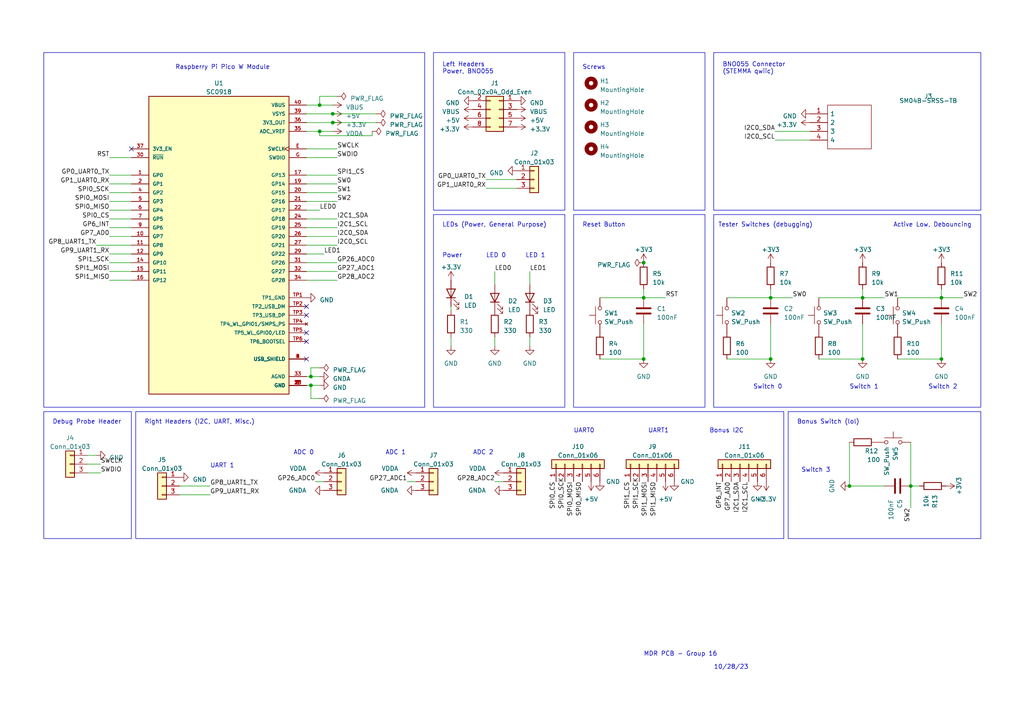
<source format=kicad_sch>
(kicad_sch (version 20230121) (generator eeschema)

  (uuid b269f956-f2b9-43e5-ab66-fc68d2dff942)

  (paper "A4")

  (lib_symbols
    (symbol "Connector_Generic:Conn_01x03" (pin_names (offset 1.016) hide) (in_bom yes) (on_board yes)
      (property "Reference" "J" (at 0 5.08 0)
        (effects (font (size 1.27 1.27)))
      )
      (property "Value" "Conn_01x03" (at 0 -5.08 0)
        (effects (font (size 1.27 1.27)))
      )
      (property "Footprint" "" (at 0 0 0)
        (effects (font (size 1.27 1.27)) hide)
      )
      (property "Datasheet" "~" (at 0 0 0)
        (effects (font (size 1.27 1.27)) hide)
      )
      (property "ki_keywords" "connector" (at 0 0 0)
        (effects (font (size 1.27 1.27)) hide)
      )
      (property "ki_description" "Generic connector, single row, 01x03, script generated (kicad-library-utils/schlib/autogen/connector/)" (at 0 0 0)
        (effects (font (size 1.27 1.27)) hide)
      )
      (property "ki_fp_filters" "Connector*:*_1x??_*" (at 0 0 0)
        (effects (font (size 1.27 1.27)) hide)
      )
      (symbol "Conn_01x03_1_1"
        (rectangle (start -1.27 -2.413) (end 0 -2.667)
          (stroke (width 0.1524) (type default))
          (fill (type none))
        )
        (rectangle (start -1.27 0.127) (end 0 -0.127)
          (stroke (width 0.1524) (type default))
          (fill (type none))
        )
        (rectangle (start -1.27 2.667) (end 0 2.413)
          (stroke (width 0.1524) (type default))
          (fill (type none))
        )
        (rectangle (start -1.27 3.81) (end 1.27 -3.81)
          (stroke (width 0.254) (type default))
          (fill (type background))
        )
        (pin passive line (at -5.08 2.54 0) (length 3.81)
          (name "Pin_1" (effects (font (size 1.27 1.27))))
          (number "1" (effects (font (size 1.27 1.27))))
        )
        (pin passive line (at -5.08 0 0) (length 3.81)
          (name "Pin_2" (effects (font (size 1.27 1.27))))
          (number "2" (effects (font (size 1.27 1.27))))
        )
        (pin passive line (at -5.08 -2.54 0) (length 3.81)
          (name "Pin_3" (effects (font (size 1.27 1.27))))
          (number "3" (effects (font (size 1.27 1.27))))
        )
      )
    )
    (symbol "Connector_Generic:Conn_01x06" (pin_names (offset 1.016) hide) (in_bom yes) (on_board yes)
      (property "Reference" "J" (at 0 7.62 0)
        (effects (font (size 1.27 1.27)))
      )
      (property "Value" "Conn_01x06" (at 0 -10.16 0)
        (effects (font (size 1.27 1.27)))
      )
      (property "Footprint" "" (at 0 0 0)
        (effects (font (size 1.27 1.27)) hide)
      )
      (property "Datasheet" "~" (at 0 0 0)
        (effects (font (size 1.27 1.27)) hide)
      )
      (property "ki_keywords" "connector" (at 0 0 0)
        (effects (font (size 1.27 1.27)) hide)
      )
      (property "ki_description" "Generic connector, single row, 01x06, script generated (kicad-library-utils/schlib/autogen/connector/)" (at 0 0 0)
        (effects (font (size 1.27 1.27)) hide)
      )
      (property "ki_fp_filters" "Connector*:*_1x??_*" (at 0 0 0)
        (effects (font (size 1.27 1.27)) hide)
      )
      (symbol "Conn_01x06_1_1"
        (rectangle (start -1.27 -7.493) (end 0 -7.747)
          (stroke (width 0.1524) (type default))
          (fill (type none))
        )
        (rectangle (start -1.27 -4.953) (end 0 -5.207)
          (stroke (width 0.1524) (type default))
          (fill (type none))
        )
        (rectangle (start -1.27 -2.413) (end 0 -2.667)
          (stroke (width 0.1524) (type default))
          (fill (type none))
        )
        (rectangle (start -1.27 0.127) (end 0 -0.127)
          (stroke (width 0.1524) (type default))
          (fill (type none))
        )
        (rectangle (start -1.27 2.667) (end 0 2.413)
          (stroke (width 0.1524) (type default))
          (fill (type none))
        )
        (rectangle (start -1.27 5.207) (end 0 4.953)
          (stroke (width 0.1524) (type default))
          (fill (type none))
        )
        (rectangle (start -1.27 6.35) (end 1.27 -8.89)
          (stroke (width 0.254) (type default))
          (fill (type background))
        )
        (pin passive line (at -5.08 5.08 0) (length 3.81)
          (name "Pin_1" (effects (font (size 1.27 1.27))))
          (number "1" (effects (font (size 1.27 1.27))))
        )
        (pin passive line (at -5.08 2.54 0) (length 3.81)
          (name "Pin_2" (effects (font (size 1.27 1.27))))
          (number "2" (effects (font (size 1.27 1.27))))
        )
        (pin passive line (at -5.08 0 0) (length 3.81)
          (name "Pin_3" (effects (font (size 1.27 1.27))))
          (number "3" (effects (font (size 1.27 1.27))))
        )
        (pin passive line (at -5.08 -2.54 0) (length 3.81)
          (name "Pin_4" (effects (font (size 1.27 1.27))))
          (number "4" (effects (font (size 1.27 1.27))))
        )
        (pin passive line (at -5.08 -5.08 0) (length 3.81)
          (name "Pin_5" (effects (font (size 1.27 1.27))))
          (number "5" (effects (font (size 1.27 1.27))))
        )
        (pin passive line (at -5.08 -7.62 0) (length 3.81)
          (name "Pin_6" (effects (font (size 1.27 1.27))))
          (number "6" (effects (font (size 1.27 1.27))))
        )
      )
    )
    (symbol "Connector_Generic:Conn_02x04_Odd_Even" (pin_names (offset 1.016) hide) (in_bom yes) (on_board yes)
      (property "Reference" "J" (at 1.27 5.08 0)
        (effects (font (size 1.27 1.27)))
      )
      (property "Value" "Conn_02x04_Odd_Even" (at 1.27 -7.62 0)
        (effects (font (size 1.27 1.27)))
      )
      (property "Footprint" "" (at 0 0 0)
        (effects (font (size 1.27 1.27)) hide)
      )
      (property "Datasheet" "~" (at 0 0 0)
        (effects (font (size 1.27 1.27)) hide)
      )
      (property "ki_keywords" "connector" (at 0 0 0)
        (effects (font (size 1.27 1.27)) hide)
      )
      (property "ki_description" "Generic connector, double row, 02x04, odd/even pin numbering scheme (row 1 odd numbers, row 2 even numbers), script generated (kicad-library-utils/schlib/autogen/connector/)" (at 0 0 0)
        (effects (font (size 1.27 1.27)) hide)
      )
      (property "ki_fp_filters" "Connector*:*_2x??_*" (at 0 0 0)
        (effects (font (size 1.27 1.27)) hide)
      )
      (symbol "Conn_02x04_Odd_Even_1_1"
        (rectangle (start -1.27 -4.953) (end 0 -5.207)
          (stroke (width 0.1524) (type default))
          (fill (type none))
        )
        (rectangle (start -1.27 -2.413) (end 0 -2.667)
          (stroke (width 0.1524) (type default))
          (fill (type none))
        )
        (rectangle (start -1.27 0.127) (end 0 -0.127)
          (stroke (width 0.1524) (type default))
          (fill (type none))
        )
        (rectangle (start -1.27 2.667) (end 0 2.413)
          (stroke (width 0.1524) (type default))
          (fill (type none))
        )
        (rectangle (start -1.27 3.81) (end 3.81 -6.35)
          (stroke (width 0.254) (type default))
          (fill (type background))
        )
        (rectangle (start 3.81 -4.953) (end 2.54 -5.207)
          (stroke (width 0.1524) (type default))
          (fill (type none))
        )
        (rectangle (start 3.81 -2.413) (end 2.54 -2.667)
          (stroke (width 0.1524) (type default))
          (fill (type none))
        )
        (rectangle (start 3.81 0.127) (end 2.54 -0.127)
          (stroke (width 0.1524) (type default))
          (fill (type none))
        )
        (rectangle (start 3.81 2.667) (end 2.54 2.413)
          (stroke (width 0.1524) (type default))
          (fill (type none))
        )
        (pin passive line (at -5.08 2.54 0) (length 3.81)
          (name "Pin_1" (effects (font (size 1.27 1.27))))
          (number "1" (effects (font (size 1.27 1.27))))
        )
        (pin passive line (at 7.62 2.54 180) (length 3.81)
          (name "Pin_2" (effects (font (size 1.27 1.27))))
          (number "2" (effects (font (size 1.27 1.27))))
        )
        (pin passive line (at -5.08 0 0) (length 3.81)
          (name "Pin_3" (effects (font (size 1.27 1.27))))
          (number "3" (effects (font (size 1.27 1.27))))
        )
        (pin passive line (at 7.62 0 180) (length 3.81)
          (name "Pin_4" (effects (font (size 1.27 1.27))))
          (number "4" (effects (font (size 1.27 1.27))))
        )
        (pin passive line (at -5.08 -2.54 0) (length 3.81)
          (name "Pin_5" (effects (font (size 1.27 1.27))))
          (number "5" (effects (font (size 1.27 1.27))))
        )
        (pin passive line (at 7.62 -2.54 180) (length 3.81)
          (name "Pin_6" (effects (font (size 1.27 1.27))))
          (number "6" (effects (font (size 1.27 1.27))))
        )
        (pin passive line (at -5.08 -5.08 0) (length 3.81)
          (name "Pin_7" (effects (font (size 1.27 1.27))))
          (number "7" (effects (font (size 1.27 1.27))))
        )
        (pin passive line (at 7.62 -5.08 180) (length 3.81)
          (name "Pin_8" (effects (font (size 1.27 1.27))))
          (number "8" (effects (font (size 1.27 1.27))))
        )
      )
    )
    (symbol "Device:C" (pin_numbers hide) (pin_names (offset 0.254)) (in_bom yes) (on_board yes)
      (property "Reference" "C" (at 0.635 2.54 0)
        (effects (font (size 1.27 1.27)) (justify left))
      )
      (property "Value" "C" (at 0.635 -2.54 0)
        (effects (font (size 1.27 1.27)) (justify left))
      )
      (property "Footprint" "" (at 0.9652 -3.81 0)
        (effects (font (size 1.27 1.27)) hide)
      )
      (property "Datasheet" "~" (at 0 0 0)
        (effects (font (size 1.27 1.27)) hide)
      )
      (property "ki_keywords" "cap capacitor" (at 0 0 0)
        (effects (font (size 1.27 1.27)) hide)
      )
      (property "ki_description" "Unpolarized capacitor" (at 0 0 0)
        (effects (font (size 1.27 1.27)) hide)
      )
      (property "ki_fp_filters" "C_*" (at 0 0 0)
        (effects (font (size 1.27 1.27)) hide)
      )
      (symbol "C_0_1"
        (polyline
          (pts
            (xy -2.032 -0.762)
            (xy 2.032 -0.762)
          )
          (stroke (width 0.508) (type default))
          (fill (type none))
        )
        (polyline
          (pts
            (xy -2.032 0.762)
            (xy 2.032 0.762)
          )
          (stroke (width 0.508) (type default))
          (fill (type none))
        )
      )
      (symbol "C_1_1"
        (pin passive line (at 0 3.81 270) (length 2.794)
          (name "~" (effects (font (size 1.27 1.27))))
          (number "1" (effects (font (size 1.27 1.27))))
        )
        (pin passive line (at 0 -3.81 90) (length 2.794)
          (name "~" (effects (font (size 1.27 1.27))))
          (number "2" (effects (font (size 1.27 1.27))))
        )
      )
    )
    (symbol "Device:LED" (pin_numbers hide) (pin_names (offset 1.016) hide) (in_bom yes) (on_board yes)
      (property "Reference" "D" (at 0 2.54 0)
        (effects (font (size 1.27 1.27)))
      )
      (property "Value" "LED" (at 0 -2.54 0)
        (effects (font (size 1.27 1.27)))
      )
      (property "Footprint" "" (at 0 0 0)
        (effects (font (size 1.27 1.27)) hide)
      )
      (property "Datasheet" "~" (at 0 0 0)
        (effects (font (size 1.27 1.27)) hide)
      )
      (property "ki_keywords" "LED diode" (at 0 0 0)
        (effects (font (size 1.27 1.27)) hide)
      )
      (property "ki_description" "Light emitting diode" (at 0 0 0)
        (effects (font (size 1.27 1.27)) hide)
      )
      (property "ki_fp_filters" "LED* LED_SMD:* LED_THT:*" (at 0 0 0)
        (effects (font (size 1.27 1.27)) hide)
      )
      (symbol "LED_0_1"
        (polyline
          (pts
            (xy -1.27 -1.27)
            (xy -1.27 1.27)
          )
          (stroke (width 0.254) (type default))
          (fill (type none))
        )
        (polyline
          (pts
            (xy -1.27 0)
            (xy 1.27 0)
          )
          (stroke (width 0) (type default))
          (fill (type none))
        )
        (polyline
          (pts
            (xy 1.27 -1.27)
            (xy 1.27 1.27)
            (xy -1.27 0)
            (xy 1.27 -1.27)
          )
          (stroke (width 0.254) (type default))
          (fill (type none))
        )
        (polyline
          (pts
            (xy -3.048 -0.762)
            (xy -4.572 -2.286)
            (xy -3.81 -2.286)
            (xy -4.572 -2.286)
            (xy -4.572 -1.524)
          )
          (stroke (width 0) (type default))
          (fill (type none))
        )
        (polyline
          (pts
            (xy -1.778 -0.762)
            (xy -3.302 -2.286)
            (xy -2.54 -2.286)
            (xy -3.302 -2.286)
            (xy -3.302 -1.524)
          )
          (stroke (width 0) (type default))
          (fill (type none))
        )
      )
      (symbol "LED_1_1"
        (pin passive line (at -3.81 0 0) (length 2.54)
          (name "K" (effects (font (size 1.27 1.27))))
          (number "1" (effects (font (size 1.27 1.27))))
        )
        (pin passive line (at 3.81 0 180) (length 2.54)
          (name "A" (effects (font (size 1.27 1.27))))
          (number "2" (effects (font (size 1.27 1.27))))
        )
      )
    )
    (symbol "Device:R" (pin_numbers hide) (pin_names (offset 0)) (in_bom yes) (on_board yes)
      (property "Reference" "R" (at 2.032 0 90)
        (effects (font (size 1.27 1.27)))
      )
      (property "Value" "R" (at 0 0 90)
        (effects (font (size 1.27 1.27)))
      )
      (property "Footprint" "" (at -1.778 0 90)
        (effects (font (size 1.27 1.27)) hide)
      )
      (property "Datasheet" "~" (at 0 0 0)
        (effects (font (size 1.27 1.27)) hide)
      )
      (property "ki_keywords" "R res resistor" (at 0 0 0)
        (effects (font (size 1.27 1.27)) hide)
      )
      (property "ki_description" "Resistor" (at 0 0 0)
        (effects (font (size 1.27 1.27)) hide)
      )
      (property "ki_fp_filters" "R_*" (at 0 0 0)
        (effects (font (size 1.27 1.27)) hide)
      )
      (symbol "R_0_1"
        (rectangle (start -1.016 -2.54) (end 1.016 2.54)
          (stroke (width 0.254) (type default))
          (fill (type none))
        )
      )
      (symbol "R_1_1"
        (pin passive line (at 0 3.81 270) (length 1.27)
          (name "~" (effects (font (size 1.27 1.27))))
          (number "1" (effects (font (size 1.27 1.27))))
        )
        (pin passive line (at 0 -3.81 90) (length 1.27)
          (name "~" (effects (font (size 1.27 1.27))))
          (number "2" (effects (font (size 1.27 1.27))))
        )
      )
    )
    (symbol "Mechanical:MountingHole" (pin_names (offset 1.016)) (in_bom yes) (on_board yes)
      (property "Reference" "H" (at 0 5.08 0)
        (effects (font (size 1.27 1.27)))
      )
      (property "Value" "MountingHole" (at 0 3.175 0)
        (effects (font (size 1.27 1.27)))
      )
      (property "Footprint" "" (at 0 0 0)
        (effects (font (size 1.27 1.27)) hide)
      )
      (property "Datasheet" "~" (at 0 0 0)
        (effects (font (size 1.27 1.27)) hide)
      )
      (property "ki_keywords" "mounting hole" (at 0 0 0)
        (effects (font (size 1.27 1.27)) hide)
      )
      (property "ki_description" "Mounting Hole without connection" (at 0 0 0)
        (effects (font (size 1.27 1.27)) hide)
      )
      (property "ki_fp_filters" "MountingHole*" (at 0 0 0)
        (effects (font (size 1.27 1.27)) hide)
      )
      (symbol "MountingHole_0_1"
        (circle (center 0 0) (radius 1.27)
          (stroke (width 1.27) (type default))
          (fill (type none))
        )
      )
    )
    (symbol "SC0918:SC0918" (pin_names (offset 1.016)) (in_bom yes) (on_board yes)
      (property "Reference" "U" (at -20.32 43.942 0)
        (effects (font (size 1.27 1.27)) (justify left bottom))
      )
      (property "Value" "SC0918" (at -20.32 -45.72 0)
        (effects (font (size 1.27 1.27)) (justify left bottom))
      )
      (property "Footprint" "SC0918:MODULE_SC0918" (at 0 0 0)
        (effects (font (size 1.27 1.27)) (justify bottom) hide)
      )
      (property "Datasheet" "" (at 0 0 0)
        (effects (font (size 1.27 1.27)) hide)
      )
      (property "MF" "Raspberry Pi" (at 0 0 0)
        (effects (font (size 1.27 1.27)) (justify bottom) hide)
      )
      (property "MAXIMUM_PACKAGE_HEIGHT" "3.6mm" (at 0 0 0)
        (effects (font (size 1.27 1.27)) (justify bottom) hide)
      )
      (property "Package" "None" (at 0 0 0)
        (effects (font (size 1.27 1.27)) (justify bottom) hide)
      )
      (property "Price" "None" (at 0 0 0)
        (effects (font (size 1.27 1.27)) (justify bottom) hide)
      )
      (property "Check_prices" "https://www.snapeda.com/parts/SC0918/Raspberry+Pi/view-part/?ref=eda" (at 0 0 0)
        (effects (font (size 1.27 1.27)) (justify bottom) hide)
      )
      (property "STANDARD" "Manufacturer Recommendations" (at 0 0 0)
        (effects (font (size 1.27 1.27)) (justify bottom) hide)
      )
      (property "PARTREV" "2.1" (at 0 0 0)
        (effects (font (size 1.27 1.27)) (justify bottom) hide)
      )
      (property "SnapEDA_Link" "https://www.snapeda.com/parts/SC0918/Raspberry+Pi/view-part/?ref=snap" (at 0 0 0)
        (effects (font (size 1.27 1.27)) (justify bottom) hide)
      )
      (property "MP" "SC0918" (at 0 0 0)
        (effects (font (size 1.27 1.27)) (justify bottom) hide)
      )
      (property "Purchase-URL" "https://www.snapeda.com/api/url_track_click_mouser/?unipart_id=12166550&manufacturer=Raspberry Pi&part_name=SC0918&search_term=None" (at 0 0 0)
        (effects (font (size 1.27 1.27)) (justify bottom) hide)
      )
      (property "Description" "\n- RP2040 Transceiver; 802.11 b/g/n (Wi-Fi, WiFi, WLAN), Bluetooth® 5 2.4GHz Evaluation Board\n" (at 0 0 0)
        (effects (font (size 1.27 1.27)) (justify bottom) hide)
      )
      (property "Availability" "In Stock" (at 0 0 0)
        (effects (font (size 1.27 1.27)) (justify bottom) hide)
      )
      (property "MANUFACTURER" "Raspberry Pi" (at 0 0 0)
        (effects (font (size 1.27 1.27)) (justify bottom) hide)
      )
      (symbol "SC0918_0_0"
        (rectangle (start -20.32 -43.18) (end 20.32 43.18)
          (stroke (width 0.254) (type default))
          (fill (type background))
        )
        (pin bidirectional line (at -25.4 20.32 0) (length 5.08)
          (name "GP0" (effects (font (size 1.016 1.016))))
          (number "1" (effects (font (size 1.016 1.016))))
        )
        (pin bidirectional line (at -25.4 2.54 0) (length 5.08)
          (name "GP7" (effects (font (size 1.016 1.016))))
          (number "10" (effects (font (size 1.016 1.016))))
        )
        (pin bidirectional line (at -25.4 0 0) (length 5.08)
          (name "GP8" (effects (font (size 1.016 1.016))))
          (number "11" (effects (font (size 1.016 1.016))))
        )
        (pin bidirectional line (at -25.4 -2.54 0) (length 5.08)
          (name "GP9" (effects (font (size 1.016 1.016))))
          (number "12" (effects (font (size 1.016 1.016))))
        )
        (pin power_in line (at 25.4 -40.64 180) (length 5.08)
          (name "GND" (effects (font (size 1.016 1.016))))
          (number "13" (effects (font (size 1.016 1.016))))
        )
        (pin bidirectional line (at -25.4 -5.08 0) (length 5.08)
          (name "GP10" (effects (font (size 1.016 1.016))))
          (number "14" (effects (font (size 1.016 1.016))))
        )
        (pin bidirectional line (at -25.4 -7.62 0) (length 5.08)
          (name "GP11" (effects (font (size 1.016 1.016))))
          (number "15" (effects (font (size 1.016 1.016))))
        )
        (pin bidirectional line (at -25.4 -10.16 0) (length 5.08)
          (name "GP12" (effects (font (size 1.016 1.016))))
          (number "16" (effects (font (size 1.016 1.016))))
        )
        (pin bidirectional line (at 25.4 20.32 180) (length 5.08)
          (name "GP13" (effects (font (size 1.016 1.016))))
          (number "17" (effects (font (size 1.016 1.016))))
        )
        (pin power_in line (at 25.4 -40.64 180) (length 5.08)
          (name "GND" (effects (font (size 1.016 1.016))))
          (number "18" (effects (font (size 1.016 1.016))))
        )
        (pin bidirectional line (at 25.4 17.78 180) (length 5.08)
          (name "GP14" (effects (font (size 1.016 1.016))))
          (number "19" (effects (font (size 1.016 1.016))))
        )
        (pin bidirectional line (at -25.4 17.78 0) (length 5.08)
          (name "GP1" (effects (font (size 1.016 1.016))))
          (number "2" (effects (font (size 1.016 1.016))))
        )
        (pin bidirectional line (at 25.4 15.24 180) (length 5.08)
          (name "GP15" (effects (font (size 1.016 1.016))))
          (number "20" (effects (font (size 1.016 1.016))))
        )
        (pin bidirectional line (at 25.4 12.7 180) (length 5.08)
          (name "GP16" (effects (font (size 1.016 1.016))))
          (number "21" (effects (font (size 1.016 1.016))))
        )
        (pin bidirectional line (at 25.4 10.16 180) (length 5.08)
          (name "GP17" (effects (font (size 1.016 1.016))))
          (number "22" (effects (font (size 1.016 1.016))))
        )
        (pin power_in line (at 25.4 -40.64 180) (length 5.08)
          (name "GND" (effects (font (size 1.016 1.016))))
          (number "23" (effects (font (size 1.016 1.016))))
        )
        (pin bidirectional line (at 25.4 7.62 180) (length 5.08)
          (name "GP18" (effects (font (size 1.016 1.016))))
          (number "24" (effects (font (size 1.016 1.016))))
        )
        (pin bidirectional line (at 25.4 5.08 180) (length 5.08)
          (name "GP19" (effects (font (size 1.016 1.016))))
          (number "25" (effects (font (size 1.016 1.016))))
        )
        (pin bidirectional line (at 25.4 2.54 180) (length 5.08)
          (name "GP20" (effects (font (size 1.016 1.016))))
          (number "26" (effects (font (size 1.016 1.016))))
        )
        (pin bidirectional line (at 25.4 0 180) (length 5.08)
          (name "GP21" (effects (font (size 1.016 1.016))))
          (number "27" (effects (font (size 1.016 1.016))))
        )
        (pin power_in line (at 25.4 -40.64 180) (length 5.08)
          (name "GND" (effects (font (size 1.016 1.016))))
          (number "28" (effects (font (size 1.016 1.016))))
        )
        (pin bidirectional line (at 25.4 -2.54 180) (length 5.08)
          (name "GP22" (effects (font (size 1.016 1.016))))
          (number "29" (effects (font (size 1.016 1.016))))
        )
        (pin power_in line (at 25.4 -40.64 180) (length 5.08)
          (name "GND" (effects (font (size 1.016 1.016))))
          (number "3" (effects (font (size 1.016 1.016))))
        )
        (pin input line (at -25.4 25.4 0) (length 5.08)
          (name "~{RUN}" (effects (font (size 1.016 1.016))))
          (number "30" (effects (font (size 1.016 1.016))))
        )
        (pin bidirectional line (at 25.4 -5.08 180) (length 5.08)
          (name "GP26" (effects (font (size 1.016 1.016))))
          (number "31" (effects (font (size 1.016 1.016))))
        )
        (pin bidirectional line (at 25.4 -7.62 180) (length 5.08)
          (name "GP27" (effects (font (size 1.016 1.016))))
          (number "32" (effects (font (size 1.016 1.016))))
        )
        (pin power_in line (at 25.4 -38.1 180) (length 5.08)
          (name "AGND" (effects (font (size 1.016 1.016))))
          (number "33" (effects (font (size 1.016 1.016))))
        )
        (pin bidirectional line (at 25.4 -10.16 180) (length 5.08)
          (name "GP28" (effects (font (size 1.016 1.016))))
          (number "34" (effects (font (size 1.016 1.016))))
        )
        (pin power_in line (at 25.4 33.02 180) (length 5.08)
          (name "ADC_VREF" (effects (font (size 1.016 1.016))))
          (number "35" (effects (font (size 1.016 1.016))))
        )
        (pin power_in line (at 25.4 35.56 180) (length 5.08)
          (name "3V3_OUT" (effects (font (size 1.016 1.016))))
          (number "36" (effects (font (size 1.016 1.016))))
        )
        (pin input line (at -25.4 27.94 0) (length 5.08)
          (name "3V3_EN" (effects (font (size 1.016 1.016))))
          (number "37" (effects (font (size 1.016 1.016))))
        )
        (pin power_in line (at 25.4 -40.64 180) (length 5.08)
          (name "GND" (effects (font (size 1.016 1.016))))
          (number "38" (effects (font (size 1.016 1.016))))
        )
        (pin power_in line (at 25.4 38.1 180) (length 5.08)
          (name "VSYS" (effects (font (size 1.016 1.016))))
          (number "39" (effects (font (size 1.016 1.016))))
        )
        (pin bidirectional line (at -25.4 15.24 0) (length 5.08)
          (name "GP2" (effects (font (size 1.016 1.016))))
          (number "4" (effects (font (size 1.016 1.016))))
        )
        (pin power_in line (at 25.4 40.64 180) (length 5.08)
          (name "VBUS" (effects (font (size 1.016 1.016))))
          (number "40" (effects (font (size 1.016 1.016))))
        )
        (pin bidirectional line (at -25.4 12.7 0) (length 5.08)
          (name "GP3" (effects (font (size 1.016 1.016))))
          (number "5" (effects (font (size 1.016 1.016))))
        )
        (pin bidirectional line (at -25.4 10.16 0) (length 5.08)
          (name "GP4" (effects (font (size 1.016 1.016))))
          (number "6" (effects (font (size 1.016 1.016))))
        )
        (pin bidirectional line (at -25.4 7.62 0) (length 5.08)
          (name "GP5" (effects (font (size 1.016 1.016))))
          (number "7" (effects (font (size 1.016 1.016))))
        )
        (pin power_in line (at 25.4 -40.64 180) (length 5.08)
          (name "GND" (effects (font (size 1.016 1.016))))
          (number "8" (effects (font (size 1.016 1.016))))
        )
        (pin bidirectional line (at -25.4 5.08 0) (length 5.08)
          (name "GP6" (effects (font (size 1.016 1.016))))
          (number "9" (effects (font (size 1.016 1.016))))
        )
        (pin power_in line (at 25.4 -33.02 180) (length 5.08)
          (name "USB_SHIELD" (effects (font (size 1.016 1.016))))
          (number "A" (effects (font (size 1.016 1.016))))
        )
        (pin power_in line (at 25.4 -33.02 180) (length 5.08)
          (name "USB_SHIELD" (effects (font (size 1.016 1.016))))
          (number "B" (effects (font (size 1.016 1.016))))
        )
        (pin power_in line (at 25.4 -33.02 180) (length 5.08)
          (name "USB_SHIELD" (effects (font (size 1.016 1.016))))
          (number "C" (effects (font (size 1.016 1.016))))
        )
        (pin power_in line (at 25.4 -33.02 180) (length 5.08)
          (name "USB_SHIELD" (effects (font (size 1.016 1.016))))
          (number "D" (effects (font (size 1.016 1.016))))
        )
        (pin input clock (at 25.4 27.94 180) (length 5.08)
          (name "SWCLK" (effects (font (size 1.016 1.016))))
          (number "E" (effects (font (size 1.016 1.016))))
        )
        (pin power_in line (at 25.4 -40.64 180) (length 5.08)
          (name "GND" (effects (font (size 1.016 1.016))))
          (number "F" (effects (font (size 1.016 1.016))))
        )
        (pin bidirectional line (at 25.4 25.4 180) (length 5.08)
          (name "SWDIO" (effects (font (size 1.016 1.016))))
          (number "G" (effects (font (size 1.016 1.016))))
        )
        (pin power_in line (at 25.4 -15.24 180) (length 5.08)
          (name "TP1_GND" (effects (font (size 1.016 1.016))))
          (number "TP1" (effects (font (size 1.016 1.016))))
        )
        (pin bidirectional line (at 25.4 -17.78 180) (length 5.08)
          (name "TP2_USB_DM" (effects (font (size 1.016 1.016))))
          (number "TP2" (effects (font (size 1.016 1.016))))
        )
        (pin bidirectional line (at 25.4 -20.32 180) (length 5.08)
          (name "TP3_USB_DP" (effects (font (size 1.016 1.016))))
          (number "TP3" (effects (font (size 1.016 1.016))))
        )
        (pin no_connect line (at 25.4 -22.86 180) (length 5.08)
          (name "TP4_WL_GPIO1/SMPS_PS" (effects (font (size 1.016 1.016))))
          (number "TP4" (effects (font (size 1.016 1.016))))
        )
        (pin output line (at 25.4 -25.4 180) (length 5.08)
          (name "TP5_WL_GPIO0/LED" (effects (font (size 1.016 1.016))))
          (number "TP5" (effects (font (size 1.016 1.016))))
        )
        (pin input line (at 25.4 -27.94 180) (length 5.08)
          (name "TP6_BOOTSEL" (effects (font (size 1.016 1.016))))
          (number "TP6" (effects (font (size 1.016 1.016))))
        )
      )
    )
    (symbol "SamacSys_Parts:SM04B-SRSS-TB" (pin_names (offset 0.762)) (in_bom yes) (on_board yes)
      (property "Reference" "J3" (at -11.43 5.08 0)
        (effects (font (size 1.27 1.27)))
      )
      (property "Value" "SM04B-SRSS-TB" (at -11.43 3.81 0)
        (effects (font (size 1.27 1.27)))
      )
      (property "Footprint" "SAMTEC-SMH-105-02-X-D:SAMTEC-SMH-105-02-X-D" (at -20.32 17.78 0)
        (effects (font (size 1.27 1.27)) (justify left) hide)
      )
      (property "Datasheet" "https://www.jst-mfg.com/product/pdf/eng/eSH.pdf?61bf6c80a2dbc" (at -21.59 10.16 0)
        (effects (font (size 1.27 1.27)) (justify left) hide)
      )
      (property "Height" "2.9" (at -1.27 8.89 0)
        (effects (font (size 1.27 1.27)) (justify left) hide)
      )
      (property "Description" "CONN HEADER SMD R/A 4POS 1MM" (at -35.56 8.89 0)
        (effects (font (size 1.27 1.27)) (justify left) hide)
      )
      (property "Manufacturer_Name" "JST (JAPAN SOLDERLESS TERMINALS)" (at -6.35 13.97 0)
        (effects (font (size 1.27 1.27)) (justify left) hide)
      )
      (property "Manufacturer_Part_Number" "SM04B-SRSS-TB" (at 0 8.89 0)
        (effects (font (size 1.27 1.27)) (justify left) hide)
      )
      (property "Mouser Part Number" "" (at -1.27 1.27 0)
        (effects (font (size 1.27 1.27)) (justify left) hide)
      )
      (property "Mouser Price/Stock" "" (at -1.27 -1.27 0)
        (effects (font (size 1.27 1.27)) (justify left) hide)
      )
      (property "Arrow Part Number" "" (at -1.27 -3.81 0)
        (effects (font (size 1.27 1.27)) (justify left) hide)
      )
      (property "Arrow Price/Stock" "" (at -19.05 -20.32 0)
        (effects (font (size 1.27 1.27)) (justify left) hide)
      )
      (property "ki_description" "CONN HEADER SMD R/A 4POS 1MM" (at 0 0 0)
        (effects (font (size 1.27 1.27)) hide)
      )
      (symbol "SM04B-SRSS-TB_0_0"
        (pin passive line (at 22.86 0 180) (length 5.08)
          (name "1" (effects (font (size 1.27 1.27))))
          (number "1" (effects (font (size 1.27 1.27))))
        )
        (pin passive line (at 22.86 -2.54 180) (length 5.08)
          (name "2" (effects (font (size 1.27 1.27))))
          (number "2" (effects (font (size 1.27 1.27))))
        )
        (pin passive line (at 22.86 -5.08 180) (length 5.08)
          (name "3" (effects (font (size 1.27 1.27))))
          (number "3" (effects (font (size 1.27 1.27))))
        )
        (pin passive line (at 22.86 -7.62 180) (length 5.08)
          (name "4" (effects (font (size 1.27 1.27))))
          (number "4" (effects (font (size 1.27 1.27))))
        )
      )
      (symbol "SM04B-SRSS-TB_0_1"
        (polyline
          (pts
            (xy 5.08 2.54)
            (xy 17.78 2.54)
            (xy 17.78 -10.16)
            (xy 5.08 -10.16)
            (xy 5.08 2.54)
          )
          (stroke (width 0.1524) (type solid))
          (fill (type none))
        )
      )
    )
    (symbol "Switch:SW_Push" (pin_numbers hide) (pin_names (offset 1.016) hide) (in_bom yes) (on_board yes)
      (property "Reference" "SW" (at 1.27 2.54 0)
        (effects (font (size 1.27 1.27)) (justify left))
      )
      (property "Value" "SW_Push" (at 0 -1.524 0)
        (effects (font (size 1.27 1.27)))
      )
      (property "Footprint" "" (at 0 5.08 0)
        (effects (font (size 1.27 1.27)) hide)
      )
      (property "Datasheet" "~" (at 0 5.08 0)
        (effects (font (size 1.27 1.27)) hide)
      )
      (property "ki_keywords" "switch normally-open pushbutton push-button" (at 0 0 0)
        (effects (font (size 1.27 1.27)) hide)
      )
      (property "ki_description" "Push button switch, generic, two pins" (at 0 0 0)
        (effects (font (size 1.27 1.27)) hide)
      )
      (symbol "SW_Push_0_1"
        (circle (center -2.032 0) (radius 0.508)
          (stroke (width 0) (type default))
          (fill (type none))
        )
        (polyline
          (pts
            (xy 0 1.27)
            (xy 0 3.048)
          )
          (stroke (width 0) (type default))
          (fill (type none))
        )
        (polyline
          (pts
            (xy 2.54 1.27)
            (xy -2.54 1.27)
          )
          (stroke (width 0) (type default))
          (fill (type none))
        )
        (circle (center 2.032 0) (radius 0.508)
          (stroke (width 0) (type default))
          (fill (type none))
        )
        (pin passive line (at -5.08 0 0) (length 2.54)
          (name "1" (effects (font (size 1.27 1.27))))
          (number "1" (effects (font (size 1.27 1.27))))
        )
        (pin passive line (at 5.08 0 180) (length 2.54)
          (name "2" (effects (font (size 1.27 1.27))))
          (number "2" (effects (font (size 1.27 1.27))))
        )
      )
    )
    (symbol "power:+3.3V" (power) (pin_names (offset 0)) (in_bom yes) (on_board yes)
      (property "Reference" "#PWR" (at 0 -3.81 0)
        (effects (font (size 1.27 1.27)) hide)
      )
      (property "Value" "+3.3V" (at 0 3.556 0)
        (effects (font (size 1.27 1.27)))
      )
      (property "Footprint" "" (at 0 0 0)
        (effects (font (size 1.27 1.27)) hide)
      )
      (property "Datasheet" "" (at 0 0 0)
        (effects (font (size 1.27 1.27)) hide)
      )
      (property "ki_keywords" "global power" (at 0 0 0)
        (effects (font (size 1.27 1.27)) hide)
      )
      (property "ki_description" "Power symbol creates a global label with name \"+3.3V\"" (at 0 0 0)
        (effects (font (size 1.27 1.27)) hide)
      )
      (symbol "+3.3V_0_1"
        (polyline
          (pts
            (xy -0.762 1.27)
            (xy 0 2.54)
          )
          (stroke (width 0) (type default))
          (fill (type none))
        )
        (polyline
          (pts
            (xy 0 0)
            (xy 0 2.54)
          )
          (stroke (width 0) (type default))
          (fill (type none))
        )
        (polyline
          (pts
            (xy 0 2.54)
            (xy 0.762 1.27)
          )
          (stroke (width 0) (type default))
          (fill (type none))
        )
      )
      (symbol "+3.3V_1_1"
        (pin power_in line (at 0 0 90) (length 0) hide
          (name "+3.3V" (effects (font (size 1.27 1.27))))
          (number "1" (effects (font (size 1.27 1.27))))
        )
      )
    )
    (symbol "power:+3V3" (power) (pin_names (offset 0)) (in_bom yes) (on_board yes)
      (property "Reference" "#PWR" (at 0 -3.81 0)
        (effects (font (size 1.27 1.27)) hide)
      )
      (property "Value" "+3V3" (at 0 3.556 0)
        (effects (font (size 1.27 1.27)))
      )
      (property "Footprint" "" (at 0 0 0)
        (effects (font (size 1.27 1.27)) hide)
      )
      (property "Datasheet" "" (at 0 0 0)
        (effects (font (size 1.27 1.27)) hide)
      )
      (property "ki_keywords" "global power" (at 0 0 0)
        (effects (font (size 1.27 1.27)) hide)
      )
      (property "ki_description" "Power symbol creates a global label with name \"+3V3\"" (at 0 0 0)
        (effects (font (size 1.27 1.27)) hide)
      )
      (symbol "+3V3_0_1"
        (polyline
          (pts
            (xy -0.762 1.27)
            (xy 0 2.54)
          )
          (stroke (width 0) (type default))
          (fill (type none))
        )
        (polyline
          (pts
            (xy 0 0)
            (xy 0 2.54)
          )
          (stroke (width 0) (type default))
          (fill (type none))
        )
        (polyline
          (pts
            (xy 0 2.54)
            (xy 0.762 1.27)
          )
          (stroke (width 0) (type default))
          (fill (type none))
        )
      )
      (symbol "+3V3_1_1"
        (pin power_in line (at 0 0 90) (length 0) hide
          (name "+3V3" (effects (font (size 1.27 1.27))))
          (number "1" (effects (font (size 1.27 1.27))))
        )
      )
    )
    (symbol "power:+5V" (power) (pin_names (offset 0)) (in_bom yes) (on_board yes)
      (property "Reference" "#PWR" (at 0 -3.81 0)
        (effects (font (size 1.27 1.27)) hide)
      )
      (property "Value" "+5V" (at 0 3.556 0)
        (effects (font (size 1.27 1.27)))
      )
      (property "Footprint" "" (at 0 0 0)
        (effects (font (size 1.27 1.27)) hide)
      )
      (property "Datasheet" "" (at 0 0 0)
        (effects (font (size 1.27 1.27)) hide)
      )
      (property "ki_keywords" "global power" (at 0 0 0)
        (effects (font (size 1.27 1.27)) hide)
      )
      (property "ki_description" "Power symbol creates a global label with name \"+5V\"" (at 0 0 0)
        (effects (font (size 1.27 1.27)) hide)
      )
      (symbol "+5V_0_1"
        (polyline
          (pts
            (xy -0.762 1.27)
            (xy 0 2.54)
          )
          (stroke (width 0) (type default))
          (fill (type none))
        )
        (polyline
          (pts
            (xy 0 0)
            (xy 0 2.54)
          )
          (stroke (width 0) (type default))
          (fill (type none))
        )
        (polyline
          (pts
            (xy 0 2.54)
            (xy 0.762 1.27)
          )
          (stroke (width 0) (type default))
          (fill (type none))
        )
      )
      (symbol "+5V_1_1"
        (pin power_in line (at 0 0 90) (length 0) hide
          (name "+5V" (effects (font (size 1.27 1.27))))
          (number "1" (effects (font (size 1.27 1.27))))
        )
      )
    )
    (symbol "power:GND" (power) (pin_names (offset 0)) (in_bom yes) (on_board yes)
      (property "Reference" "#PWR" (at 0 -6.35 0)
        (effects (font (size 1.27 1.27)) hide)
      )
      (property "Value" "GND" (at 0 -3.81 0)
        (effects (font (size 1.27 1.27)))
      )
      (property "Footprint" "" (at 0 0 0)
        (effects (font (size 1.27 1.27)) hide)
      )
      (property "Datasheet" "" (at 0 0 0)
        (effects (font (size 1.27 1.27)) hide)
      )
      (property "ki_keywords" "global power" (at 0 0 0)
        (effects (font (size 1.27 1.27)) hide)
      )
      (property "ki_description" "Power symbol creates a global label with name \"GND\" , ground" (at 0 0 0)
        (effects (font (size 1.27 1.27)) hide)
      )
      (symbol "GND_0_1"
        (polyline
          (pts
            (xy 0 0)
            (xy 0 -1.27)
            (xy 1.27 -1.27)
            (xy 0 -2.54)
            (xy -1.27 -1.27)
            (xy 0 -1.27)
          )
          (stroke (width 0) (type default))
          (fill (type none))
        )
      )
      (symbol "GND_1_1"
        (pin power_in line (at 0 0 270) (length 0) hide
          (name "GND" (effects (font (size 1.27 1.27))))
          (number "1" (effects (font (size 1.27 1.27))))
        )
      )
    )
    (symbol "power:GNDA" (power) (pin_names (offset 0)) (in_bom yes) (on_board yes)
      (property "Reference" "#PWR" (at 0 -6.35 0)
        (effects (font (size 1.27 1.27)) hide)
      )
      (property "Value" "GNDA" (at 0 -3.81 0)
        (effects (font (size 1.27 1.27)))
      )
      (property "Footprint" "" (at 0 0 0)
        (effects (font (size 1.27 1.27)) hide)
      )
      (property "Datasheet" "" (at 0 0 0)
        (effects (font (size 1.27 1.27)) hide)
      )
      (property "ki_keywords" "global power" (at 0 0 0)
        (effects (font (size 1.27 1.27)) hide)
      )
      (property "ki_description" "Power symbol creates a global label with name \"GNDA\" , analog ground" (at 0 0 0)
        (effects (font (size 1.27 1.27)) hide)
      )
      (symbol "GNDA_0_1"
        (polyline
          (pts
            (xy 0 0)
            (xy 0 -1.27)
            (xy 1.27 -1.27)
            (xy 0 -2.54)
            (xy -1.27 -1.27)
            (xy 0 -1.27)
          )
          (stroke (width 0) (type default))
          (fill (type none))
        )
      )
      (symbol "GNDA_1_1"
        (pin power_in line (at 0 0 270) (length 0) hide
          (name "GNDA" (effects (font (size 1.27 1.27))))
          (number "1" (effects (font (size 1.27 1.27))))
        )
      )
    )
    (symbol "power:PWR_FLAG" (power) (pin_numbers hide) (pin_names (offset 0) hide) (in_bom yes) (on_board yes)
      (property "Reference" "#FLG" (at 0 1.905 0)
        (effects (font (size 1.27 1.27)) hide)
      )
      (property "Value" "PWR_FLAG" (at 0 3.81 0)
        (effects (font (size 1.27 1.27)))
      )
      (property "Footprint" "" (at 0 0 0)
        (effects (font (size 1.27 1.27)) hide)
      )
      (property "Datasheet" "~" (at 0 0 0)
        (effects (font (size 1.27 1.27)) hide)
      )
      (property "ki_keywords" "flag power" (at 0 0 0)
        (effects (font (size 1.27 1.27)) hide)
      )
      (property "ki_description" "Special symbol for telling ERC where power comes from" (at 0 0 0)
        (effects (font (size 1.27 1.27)) hide)
      )
      (symbol "PWR_FLAG_0_0"
        (pin power_out line (at 0 0 90) (length 0)
          (name "pwr" (effects (font (size 1.27 1.27))))
          (number "1" (effects (font (size 1.27 1.27))))
        )
      )
      (symbol "PWR_FLAG_0_1"
        (polyline
          (pts
            (xy 0 0)
            (xy 0 1.27)
            (xy -1.016 1.905)
            (xy 0 2.54)
            (xy 1.016 1.905)
            (xy 0 1.27)
          )
          (stroke (width 0) (type default))
          (fill (type none))
        )
      )
    )
    (symbol "power:VBUS" (power) (pin_names (offset 0)) (in_bom yes) (on_board yes)
      (property "Reference" "#PWR" (at 0 -3.81 0)
        (effects (font (size 1.27 1.27)) hide)
      )
      (property "Value" "VBUS" (at 0 3.81 0)
        (effects (font (size 1.27 1.27)))
      )
      (property "Footprint" "" (at 0 0 0)
        (effects (font (size 1.27 1.27)) hide)
      )
      (property "Datasheet" "" (at 0 0 0)
        (effects (font (size 1.27 1.27)) hide)
      )
      (property "ki_keywords" "global power" (at 0 0 0)
        (effects (font (size 1.27 1.27)) hide)
      )
      (property "ki_description" "Power symbol creates a global label with name \"VBUS\"" (at 0 0 0)
        (effects (font (size 1.27 1.27)) hide)
      )
      (symbol "VBUS_0_1"
        (polyline
          (pts
            (xy -0.762 1.27)
            (xy 0 2.54)
          )
          (stroke (width 0) (type default))
          (fill (type none))
        )
        (polyline
          (pts
            (xy 0 0)
            (xy 0 2.54)
          )
          (stroke (width 0) (type default))
          (fill (type none))
        )
        (polyline
          (pts
            (xy 0 2.54)
            (xy 0.762 1.27)
          )
          (stroke (width 0) (type default))
          (fill (type none))
        )
      )
      (symbol "VBUS_1_1"
        (pin power_in line (at 0 0 90) (length 0) hide
          (name "VBUS" (effects (font (size 1.27 1.27))))
          (number "1" (effects (font (size 1.27 1.27))))
        )
      )
    )
    (symbol "power:VDDA" (power) (pin_names (offset 0)) (in_bom yes) (on_board yes)
      (property "Reference" "#PWR" (at 0 -3.81 0)
        (effects (font (size 1.27 1.27)) hide)
      )
      (property "Value" "VDDA" (at 0 3.81 0)
        (effects (font (size 1.27 1.27)))
      )
      (property "Footprint" "" (at 0 0 0)
        (effects (font (size 1.27 1.27)) hide)
      )
      (property "Datasheet" "" (at 0 0 0)
        (effects (font (size 1.27 1.27)) hide)
      )
      (property "ki_keywords" "global power" (at 0 0 0)
        (effects (font (size 1.27 1.27)) hide)
      )
      (property "ki_description" "Power symbol creates a global label with name \"VDDA\"" (at 0 0 0)
        (effects (font (size 1.27 1.27)) hide)
      )
      (symbol "VDDA_0_1"
        (polyline
          (pts
            (xy -0.762 1.27)
            (xy 0 2.54)
          )
          (stroke (width 0) (type default))
          (fill (type none))
        )
        (polyline
          (pts
            (xy 0 0)
            (xy 0 2.54)
          )
          (stroke (width 0) (type default))
          (fill (type none))
        )
        (polyline
          (pts
            (xy 0 2.54)
            (xy 0.762 1.27)
          )
          (stroke (width 0) (type default))
          (fill (type none))
        )
      )
      (symbol "VDDA_1_1"
        (pin power_in line (at 0 0 90) (length 0) hide
          (name "VDDA" (effects (font (size 1.27 1.27))))
          (number "1" (effects (font (size 1.27 1.27))))
        )
      )
    )
  )

  (junction (at 223.52 86.36) (diameter 0) (color 0 0 0 0)
    (uuid 02c3c408-a233-433b-aaab-7549af336d0e)
  )
  (junction (at 186.69 76.2) (diameter 0) (color 0 0 0 0)
    (uuid 07144652-2e49-4168-80b4-6ef830717001)
  )
  (junction (at 273.05 104.14) (diameter 0) (color 0 0 0 0)
    (uuid 27732264-cfc7-4b8c-849a-f4799c9cfd0f)
  )
  (junction (at 92.71 38.1) (diameter 0) (color 0 0 0 0)
    (uuid 56a0993a-717b-4a4e-aed5-b25dab15c31c)
  )
  (junction (at 246.38 140.97) (diameter 0) (color 0 0 0 0)
    (uuid 77cd0e11-2a7e-4167-955a-57d04734d5d4)
  )
  (junction (at 186.69 86.36) (diameter 0) (color 0 0 0 0)
    (uuid 7889056b-8660-455b-8a89-40151ed23172)
  )
  (junction (at 250.19 104.14) (diameter 0) (color 0 0 0 0)
    (uuid 8f246551-d77e-41a1-b37e-611c58021524)
  )
  (junction (at 92.71 30.48) (diameter 0) (color 0 0 0 0)
    (uuid 9337e6d3-ae3d-4547-a813-f1c4ddd60f83)
  )
  (junction (at 273.05 86.36) (diameter 0) (color 0 0 0 0)
    (uuid 969986c5-3ae1-4923-a1a4-b510032deb16)
  )
  (junction (at 96.52 33.02) (diameter 0) (color 0 0 0 0)
    (uuid b9be1b87-49f4-487d-b91c-188993eaa7aa)
  )
  (junction (at 264.16 140.97) (diameter 0) (color 0 0 0 0)
    (uuid ca348b7b-1283-4e30-b96a-ab64695dc9fd)
  )
  (junction (at 90.17 111.76) (diameter 0) (color 0 0 0 0)
    (uuid d69ab78f-c1cb-402b-90c0-3aeb31afb67b)
  )
  (junction (at 96.52 35.56) (diameter 0) (color 0 0 0 0)
    (uuid d8bebf2e-2bcd-486d-ad33-a5f096816c56)
  )
  (junction (at 90.17 109.22) (diameter 0) (color 0 0 0 0)
    (uuid d94e75ba-0d39-4266-b1f4-4855aebec034)
  )
  (junction (at 186.69 104.14) (diameter 0) (color 0 0 0 0)
    (uuid e712e6be-26bb-46ff-ac07-a892b0409665)
  )
  (junction (at 250.19 86.36) (diameter 0) (color 0 0 0 0)
    (uuid ee774ae8-2b85-4d3f-838f-16a2c7775de6)
  )
  (junction (at 223.52 104.14) (diameter 0) (color 0 0 0 0)
    (uuid f10dcdf9-021d-476b-ba6c-0295342fed0e)
  )

  (no_connect (at 88.9 104.14) (uuid 32ae1fea-eb5b-4fe6-b996-3e76914e73ed))
  (no_connect (at 38.1 43.18) (uuid 5ae50361-d032-4648-a480-96e66b907f30))
  (no_connect (at 88.9 99.06) (uuid 6113700b-a188-45c2-b31f-793375a8d21b))
  (no_connect (at 88.9 96.52) (uuid cfa7e6ae-c4d0-4296-ae53-a8a283966628))
  (no_connect (at 88.9 88.9) (uuid e1a08d7a-03ab-472d-9778-9255d04ee149))
  (no_connect (at 88.9 91.44) (uuid f48fa8f1-03d7-489d-93df-02a12cac06e1))

  (wire (pts (xy 210.82 104.14) (xy 223.52 104.14))
    (stroke (width 0) (type default))
    (uuid 019070cb-026e-46d1-9048-4baec16792e1)
  )
  (wire (pts (xy 31.75 58.42) (xy 38.1 58.42))
    (stroke (width 0) (type default))
    (uuid 0a26d326-3108-4d09-b256-a5f8dd3833f6)
  )
  (wire (pts (xy 90.17 109.22) (xy 92.71 109.22))
    (stroke (width 0) (type default))
    (uuid 0ea7c8f6-5d0b-44c8-ac04-727baab40390)
  )
  (wire (pts (xy 31.75 53.34) (xy 38.1 53.34))
    (stroke (width 0) (type default))
    (uuid 11acc12f-8ad7-47ef-b3d0-2c809634866f)
  )
  (wire (pts (xy 88.9 33.02) (xy 96.52 33.02))
    (stroke (width 0) (type default))
    (uuid 1397fef5-b6eb-4e83-9d52-939b2382e8cc)
  )
  (wire (pts (xy 264.16 128.27) (xy 264.16 140.97))
    (stroke (width 0) (type default))
    (uuid 15017deb-9d66-436a-a6e4-ea5bad6f7af7)
  )
  (wire (pts (xy 25.4 134.62) (xy 29.21 134.62))
    (stroke (width 0) (type default))
    (uuid 15382b94-72bd-461f-8359-52415bf5db1f)
  )
  (wire (pts (xy 186.69 83.82) (xy 186.69 86.36))
    (stroke (width 0) (type default))
    (uuid 16312749-046e-44e8-8454-820e910ed2e8)
  )
  (wire (pts (xy 88.9 35.56) (xy 96.52 35.56))
    (stroke (width 0) (type default))
    (uuid 191d5cd6-b5cd-48a6-99a5-7380d2dde069)
  )
  (wire (pts (xy 88.9 58.42) (xy 97.79 58.42))
    (stroke (width 0) (type default))
    (uuid 1a531cb8-ce96-457f-a277-fe79c2bf4c31)
  )
  (wire (pts (xy 130.81 97.79) (xy 130.81 100.33))
    (stroke (width 0) (type default))
    (uuid 1eb8c5d2-0451-4ee6-a32a-fa912da2fe23)
  )
  (wire (pts (xy 31.75 60.96) (xy 38.1 60.96))
    (stroke (width 0) (type default))
    (uuid 1f8a8c0a-a39f-4120-b5ea-48a86796ca94)
  )
  (wire (pts (xy 210.82 86.36) (xy 223.52 86.36))
    (stroke (width 0) (type default))
    (uuid 202dd1d7-cc9b-453c-beff-cded7185bd56)
  )
  (wire (pts (xy 92.71 27.94) (xy 92.71 30.48))
    (stroke (width 0) (type default))
    (uuid 23e1238a-5f4f-4731-988e-6d7944c91ff6)
  )
  (wire (pts (xy 173.99 86.36) (xy 186.69 86.36))
    (stroke (width 0) (type default))
    (uuid 2624fec8-abcd-4753-83ce-6e11fb8b1bb0)
  )
  (wire (pts (xy 273.05 93.98) (xy 273.05 104.14))
    (stroke (width 0) (type default))
    (uuid 26704397-82c6-46e5-9591-7e7210e4483f)
  )
  (wire (pts (xy 88.9 111.76) (xy 90.17 111.76))
    (stroke (width 0) (type default))
    (uuid 282797bd-30be-46f3-b2bf-aaeada6444e9)
  )
  (wire (pts (xy 186.69 93.98) (xy 186.69 104.14))
    (stroke (width 0) (type default))
    (uuid 38f166fb-9eba-45ad-9238-65c3a634a0ac)
  )
  (wire (pts (xy 88.9 38.1) (xy 92.71 38.1))
    (stroke (width 0) (type default))
    (uuid 3eac87c6-7153-4dfb-a944-334e3f0d780e)
  )
  (wire (pts (xy 88.9 53.34) (xy 97.79 53.34))
    (stroke (width 0) (type default))
    (uuid 40533a2c-1226-4997-b19e-3048896ba5d5)
  )
  (wire (pts (xy 107.95 39.37) (xy 107.95 38.1))
    (stroke (width 0) (type default))
    (uuid 45beba1d-e3b1-4517-b1d1-b15a1334d808)
  )
  (wire (pts (xy 153.67 97.79) (xy 153.67 100.33))
    (stroke (width 0) (type default))
    (uuid 48242647-bc84-4cac-8baa-0a5557d75e80)
  )
  (wire (pts (xy 250.19 93.98) (xy 250.19 104.14))
    (stroke (width 0) (type default))
    (uuid 4aa03c85-d368-491f-84e0-7e1f1e137058)
  )
  (wire (pts (xy 92.71 39.37) (xy 107.95 39.37))
    (stroke (width 0) (type default))
    (uuid 4c108305-3f5c-4cad-ae42-2dab828f2750)
  )
  (wire (pts (xy 88.9 81.28) (xy 97.79 81.28))
    (stroke (width 0) (type default))
    (uuid 4d8bdacd-76ba-48e6-8684-c0b5f111bf49)
  )
  (wire (pts (xy 31.75 76.2) (xy 38.1 76.2))
    (stroke (width 0) (type default))
    (uuid 4f6661bd-c283-4d8b-9c07-d969d19f442b)
  )
  (wire (pts (xy 88.9 43.18) (xy 97.79 43.18))
    (stroke (width 0) (type default))
    (uuid 50de4247-e465-4b3d-ae40-389e31566884)
  )
  (wire (pts (xy 31.75 55.88) (xy 38.1 55.88))
    (stroke (width 0) (type default))
    (uuid 50e80bea-5486-4260-ab99-651f760deef6)
  )
  (wire (pts (xy 223.52 86.36) (xy 229.87 86.36))
    (stroke (width 0) (type default))
    (uuid 52b498ac-e067-47df-a28f-c85266d23966)
  )
  (wire (pts (xy 31.75 66.04) (xy 38.1 66.04))
    (stroke (width 0) (type default))
    (uuid 5447ce0c-5c1b-4237-b926-b34556c7976d)
  )
  (wire (pts (xy 88.9 55.88) (xy 97.79 55.88))
    (stroke (width 0) (type default))
    (uuid 573ac191-0f29-4d69-86d0-7e3deb3fbdb0)
  )
  (wire (pts (xy 88.9 76.2) (xy 97.79 76.2))
    (stroke (width 0) (type default))
    (uuid 5aad2042-b684-4c32-b9d0-5b1063b613d1)
  )
  (wire (pts (xy 173.99 104.14) (xy 186.69 104.14))
    (stroke (width 0) (type default))
    (uuid 5c7c4dd9-2ee2-48ea-9f23-d55b8bc4c6a7)
  )
  (wire (pts (xy 143.51 78.74) (xy 143.51 82.55))
    (stroke (width 0) (type default))
    (uuid 5f62b68b-f02a-4258-82d2-3aa45b9f81c4)
  )
  (wire (pts (xy 266.7 140.97) (xy 264.16 140.97))
    (stroke (width 0) (type default))
    (uuid 63b68de7-098d-4395-88c0-d49d01f95f67)
  )
  (wire (pts (xy 25.4 137.16) (xy 29.21 137.16))
    (stroke (width 0) (type default))
    (uuid 648e73c0-08c1-4ec0-863f-31f78c8651f1)
  )
  (wire (pts (xy 88.9 60.96) (xy 92.71 60.96))
    (stroke (width 0) (type default))
    (uuid 64c4dcbd-7693-489f-b013-c31c3f2f6bcc)
  )
  (wire (pts (xy 143.51 139.7) (xy 146.05 139.7))
    (stroke (width 0) (type default))
    (uuid 67352e21-4e1a-4f02-833c-4ebdc07ad602)
  )
  (wire (pts (xy 237.49 104.14) (xy 250.19 104.14))
    (stroke (width 0) (type default))
    (uuid 70ccd18a-7fc6-438a-af1b-2c977ee84c1e)
  )
  (wire (pts (xy 52.07 143.51) (xy 60.96 143.51))
    (stroke (width 0) (type default))
    (uuid 71941423-ca7e-4042-b5f0-eac96113f03e)
  )
  (wire (pts (xy 237.49 86.36) (xy 250.19 86.36))
    (stroke (width 0) (type default))
    (uuid 745b2377-b9e8-4592-985f-514a99d35671)
  )
  (wire (pts (xy 31.75 78.74) (xy 38.1 78.74))
    (stroke (width 0) (type default))
    (uuid 74629780-4b45-4b1a-8afa-07de6f951ca4)
  )
  (wire (pts (xy 31.75 50.8) (xy 38.1 50.8))
    (stroke (width 0) (type default))
    (uuid 77ee97f2-7a1b-4ac0-8abf-7b957433dcba)
  )
  (wire (pts (xy 88.9 30.48) (xy 92.71 30.48))
    (stroke (width 0) (type default))
    (uuid 7ce37656-8f15-4356-8c2e-1ea8843cc217)
  )
  (wire (pts (xy 185.42 138.43) (xy 185.42 139.7))
    (stroke (width 0) (type default))
    (uuid 7e482a37-ffe3-4acd-8bd8-865875626c37)
  )
  (wire (pts (xy 88.9 73.66) (xy 93.98 73.66))
    (stroke (width 0) (type default))
    (uuid 821424fa-18c6-4ad5-99e4-f4fe149f9974)
  )
  (wire (pts (xy 186.69 86.36) (xy 193.04 86.36))
    (stroke (width 0) (type default))
    (uuid 83ce2e1c-7401-400a-b514-7ae78342644a)
  )
  (wire (pts (xy 25.4 132.08) (xy 27.94 132.08))
    (stroke (width 0) (type default))
    (uuid 8c0dd5b8-acd5-436b-8b89-6a30ecf63be3)
  )
  (wire (pts (xy 88.9 71.12) (xy 97.79 71.12))
    (stroke (width 0) (type default))
    (uuid 8ddff99d-425a-4fb9-9f91-1ffba7cddf84)
  )
  (wire (pts (xy 250.19 86.36) (xy 256.54 86.36))
    (stroke (width 0) (type default))
    (uuid 8e2b449e-8b26-46b2-881a-70fce618472a)
  )
  (wire (pts (xy 88.9 45.72) (xy 97.79 45.72))
    (stroke (width 0) (type default))
    (uuid 92d10c27-ad80-48e9-a309-60090cb35f89)
  )
  (wire (pts (xy 92.71 106.68) (xy 90.17 106.68))
    (stroke (width 0) (type default))
    (uuid 939248a5-2314-4f90-aeff-0541d3d428e8)
  )
  (wire (pts (xy 143.51 97.79) (xy 143.51 100.33))
    (stroke (width 0) (type default))
    (uuid 95a33db0-76ca-48d2-b074-3fd6ebb8f5db)
  )
  (wire (pts (xy 31.75 81.28) (xy 38.1 81.28))
    (stroke (width 0) (type default))
    (uuid 9941c96b-a7d0-4de8-9415-e8a1d38fce01)
  )
  (wire (pts (xy 88.9 109.22) (xy 90.17 109.22))
    (stroke (width 0) (type default))
    (uuid 9be7b689-3ad0-4a3d-8b42-14bb965270f8)
  )
  (wire (pts (xy 52.07 140.97) (xy 60.96 140.97))
    (stroke (width 0) (type default))
    (uuid 9c4eee88-553b-4d24-a31b-7ec6e7e0dccb)
  )
  (wire (pts (xy 31.75 63.5) (xy 38.1 63.5))
    (stroke (width 0) (type default))
    (uuid 9e86f28f-d20f-4cbb-819c-9dc72887db6d)
  )
  (wire (pts (xy 149.86 54.61) (xy 140.97 54.61))
    (stroke (width 0) (type default))
    (uuid a147a74e-9731-49c3-b464-b3fa181415c9)
  )
  (wire (pts (xy 264.16 140.97) (xy 264.16 147.32))
    (stroke (width 0) (type default))
    (uuid a775c8bf-5963-4ef6-b2c2-6a0a9854bbe0)
  )
  (wire (pts (xy 250.19 83.82) (xy 250.19 86.36))
    (stroke (width 0) (type default))
    (uuid aaf43d86-620f-4775-8057-fd5c8d157f18)
  )
  (wire (pts (xy 153.67 78.74) (xy 153.67 82.55))
    (stroke (width 0) (type default))
    (uuid ab01de67-d83c-4b64-885a-26aa75cde02b)
  )
  (wire (pts (xy 92.71 38.1) (xy 92.71 39.37))
    (stroke (width 0) (type default))
    (uuid ad4ba7a2-9f5c-4da4-8a3b-c479dcdbb693)
  )
  (wire (pts (xy 88.9 68.58) (xy 97.79 68.58))
    (stroke (width 0) (type default))
    (uuid ad674dbf-2662-4597-8eb4-9ad988975f92)
  )
  (wire (pts (xy 163.83 138.43) (xy 163.83 139.7))
    (stroke (width 0) (type default))
    (uuid aedeafcc-0c60-4b95-91b2-7130b9390a0d)
  )
  (wire (pts (xy 224.79 38.1) (xy 234.95 38.1))
    (stroke (width 0) (type default))
    (uuid b16d6ae0-4fa2-475b-8e2c-36051a99c15a)
  )
  (wire (pts (xy 96.52 35.56) (xy 109.22 35.56))
    (stroke (width 0) (type default))
    (uuid b4bd48ab-675b-40e4-a4a9-5b0658d3d312)
  )
  (wire (pts (xy 130.81 90.17) (xy 130.81 88.9))
    (stroke (width 0) (type default))
    (uuid bb1f13d0-72f6-4b78-badd-063ce41b688d)
  )
  (wire (pts (xy 31.75 68.58) (xy 38.1 68.58))
    (stroke (width 0) (type default))
    (uuid bb71372a-96a9-4477-ab32-438a01367564)
  )
  (wire (pts (xy 92.71 38.1) (xy 96.52 38.1))
    (stroke (width 0) (type default))
    (uuid bc573d44-2e94-472f-8cf8-f7c909827cdb)
  )
  (wire (pts (xy 88.9 78.74) (xy 97.79 78.74))
    (stroke (width 0) (type default))
    (uuid be93b746-6209-4ced-8e6c-4f61b8a59038)
  )
  (wire (pts (xy 97.79 27.94) (xy 92.71 27.94))
    (stroke (width 0) (type default))
    (uuid c0c1367d-b8fd-4f73-9fea-2c3837b01629)
  )
  (wire (pts (xy 118.11 139.7) (xy 120.65 139.7))
    (stroke (width 0) (type default))
    (uuid c0fbebbd-658e-456a-bc5f-7b0d73616ce4)
  )
  (wire (pts (xy 91.44 139.7) (xy 93.98 139.7))
    (stroke (width 0) (type default))
    (uuid c1fd96bd-93e0-4fa4-b0de-712d918ae179)
  )
  (wire (pts (xy 90.17 111.76) (xy 92.71 111.76))
    (stroke (width 0) (type default))
    (uuid c443bb2f-e705-4699-b549-07c0db6f506e)
  )
  (wire (pts (xy 31.75 45.72) (xy 38.1 45.72))
    (stroke (width 0) (type default))
    (uuid c572bfe6-ba56-4d78-b356-f9bc2428dfb4)
  )
  (wire (pts (xy 224.79 40.64) (xy 234.95 40.64))
    (stroke (width 0) (type default))
    (uuid c59d2f76-ca11-47f4-9665-9c39720a164d)
  )
  (wire (pts (xy 223.52 83.82) (xy 223.52 86.36))
    (stroke (width 0) (type default))
    (uuid ccbfb1c2-3cbc-440b-bb26-7d7c30cbd7f0)
  )
  (wire (pts (xy 149.86 52.07) (xy 140.97 52.07))
    (stroke (width 0) (type default))
    (uuid cdc37839-a8bb-411e-9766-2e55fb0cf7e8)
  )
  (wire (pts (xy 90.17 106.68) (xy 90.17 109.22))
    (stroke (width 0) (type default))
    (uuid ce58e5dd-acf5-4936-b07e-26a616aa8609)
  )
  (wire (pts (xy 88.9 50.8) (xy 97.79 50.8))
    (stroke (width 0) (type default))
    (uuid cf029583-9e98-4543-8448-6909325806e1)
  )
  (wire (pts (xy 92.71 30.48) (xy 96.52 30.48))
    (stroke (width 0) (type default))
    (uuid d1d154fb-be18-40e8-9c45-1db843260c69)
  )
  (wire (pts (xy 260.35 104.14) (xy 273.05 104.14))
    (stroke (width 0) (type default))
    (uuid d7c9a6dd-2942-4c03-bd5b-aa5b8369d761)
  )
  (wire (pts (xy 273.05 86.36) (xy 279.4 86.36))
    (stroke (width 0) (type default))
    (uuid d8a45a30-8375-4e87-9298-9e61db017667)
  )
  (wire (pts (xy 88.9 66.04) (xy 97.79 66.04))
    (stroke (width 0) (type default))
    (uuid d909f88e-9da9-444b-8eb2-827e153fcaea)
  )
  (wire (pts (xy 273.05 83.82) (xy 273.05 86.36))
    (stroke (width 0) (type default))
    (uuid da2f9989-8c55-4266-a3f6-2dbbf49547ba)
  )
  (wire (pts (xy 246.38 128.27) (xy 246.38 140.97))
    (stroke (width 0) (type default))
    (uuid db04ac79-7cd8-4c8b-8ecb-50668fb27bbc)
  )
  (wire (pts (xy 96.52 33.02) (xy 109.22 33.02))
    (stroke (width 0) (type default))
    (uuid dbcdd5d4-74b0-4df2-9e24-c92311b705bb)
  )
  (wire (pts (xy 260.35 86.36) (xy 273.05 86.36))
    (stroke (width 0) (type default))
    (uuid e3ce86a7-de02-4425-a8dd-695a2024a2fe)
  )
  (wire (pts (xy 90.17 115.57) (xy 92.71 115.57))
    (stroke (width 0) (type default))
    (uuid e8f0b49d-c0fe-4d15-93e1-4712666a531f)
  )
  (wire (pts (xy 27.94 71.12) (xy 38.1 71.12))
    (stroke (width 0) (type default))
    (uuid ef3d8dcc-b76d-44c3-b212-0af52fc178f7)
  )
  (wire (pts (xy 223.52 93.98) (xy 223.52 104.14))
    (stroke (width 0) (type default))
    (uuid f0e66c49-cbd5-41a8-aedb-9ced832de282)
  )
  (wire (pts (xy 90.17 111.76) (xy 90.17 115.57))
    (stroke (width 0) (type default))
    (uuid f5a5cd6c-a1ca-44ea-8e5b-ba5072fd2643)
  )
  (wire (pts (xy 88.9 63.5) (xy 97.79 63.5))
    (stroke (width 0) (type default))
    (uuid f775dfd9-2194-41a4-b22d-fc4886cbdf53)
  )
  (wire (pts (xy 256.54 140.97) (xy 246.38 140.97))
    (stroke (width 0) (type default))
    (uuid f94824bb-8ce4-478b-bcd6-fb51149307c2)
  )
  (wire (pts (xy 31.75 73.66) (xy 38.1 73.66))
    (stroke (width 0) (type default))
    (uuid fff14876-c8de-4423-a74c-4ca58b2ac549)
  )

  (rectangle (start 12.7 119.38) (end 38.1 156.21)
    (stroke (width 0) (type default))
    (fill (type none))
    (uuid 0643ccc9-3412-47f3-8a85-ab0f20659c82)
  )
  (rectangle (start 228.6 119.38) (end 284.48 156.21)
    (stroke (width 0) (type default))
    (fill (type none))
    (uuid 106b852a-4910-41f6-9f67-ee629457370b)
  )
  (rectangle (start 125.73 62.23) (end 163.83 118.11)
    (stroke (width 0) (type default))
    (fill (type none))
    (uuid 25f1d33b-c0d9-4606-8850-8a34aa206d30)
  )
  (rectangle (start 12.7 15.24) (end 123.19 118.11)
    (stroke (width 0) (type default))
    (fill (type none))
    (uuid 32ab1703-fcd5-4056-af2e-e08056d05c37)
  )
  (rectangle (start 207.01 15.24) (end 284.48 60.96)
    (stroke (width 0) (type default))
    (fill (type none))
    (uuid 4f2e590d-f986-4e5e-9d83-54c0e3096f13)
  )
  (rectangle (start 125.73 15.24) (end 163.83 60.96)
    (stroke (width 0) (type default))
    (fill (type none))
    (uuid a9247f40-13f3-4376-b131-0049b2d3633b)
  )
  (rectangle (start 166.37 15.24) (end 204.47 60.96)
    (stroke (width 0) (type default))
    (fill (type none))
    (uuid b4b835bf-3d4d-4e94-ba06-778b0b26d1ec)
  )
  (rectangle (start 166.37 62.23) (end 204.47 118.11)
    (stroke (width 0) (type default))
    (fill (type none))
    (uuid d0eae1af-39e7-495d-a416-6a5a70c3d4c9)
  )
  (rectangle (start 207.01 62.23) (end 284.48 118.11)
    (stroke (width 0) (type default))
    (fill (type none))
    (uuid e8649ff1-d249-45be-95ba-31ea8578f86e)
  )
  (rectangle (start 39.37 119.38) (end 227.33 156.21)
    (stroke (width 0) (type default))
    (fill (type none))
    (uuid f1040564-e0b9-40e5-9234-e8a68ec55120)
  )

  (text "LED 1" (at 152.4 74.93 0)
    (effects (font (size 1.27 1.27)) (justify left bottom))
    (uuid 05ad01f9-98c1-47df-83ce-dc85821035ed)
  )
  (text "Screws" (at 168.91 20.32 0)
    (effects (font (size 1.27 1.27)) (justify left bottom))
    (uuid 25861b13-9115-4743-b61a-39ac33a411df)
  )
  (text "MDR PCB - Group 16" (at 186.69 190.5 0)
    (effects (font (size 1.27 1.27)) (justify left bottom))
    (uuid 275bf497-7916-4b66-a219-c6aa5917db59)
  )
  (text "ADC 1" (at 111.76 132.08 0)
    (effects (font (size 1.27 1.27)) (justify left bottom))
    (uuid 279104c4-8b56-4803-9432-66e5caecbe68)
  )
  (text "10/28/23" (at 207.01 194.31 0)
    (effects (font (size 1.27 1.27)) (justify left bottom))
    (uuid 3b684806-5c61-4010-8271-179ebf2d65e8)
  )
  (text "Debug Probe Header" (at 15.24 123.19 0)
    (effects (font (size 1.27 1.27)) (justify left bottom))
    (uuid 3fb9bc96-a706-4e04-8a5d-64c0fc9923c3)
  )
  (text "BNO055 Connector\n(STEMMA qwiic)" (at 209.55 21.59 0)
    (effects (font (size 1.27 1.27)) (justify left bottom))
    (uuid 4290c647-dac3-4eb7-8899-1e8aa18e8b45)
  )
  (text "Raspberry Pi Pico W Module" (at 50.8 20.32 0)
    (effects (font (size 1.27 1.27)) (justify left bottom))
    (uuid 4452053b-2b77-48e1-91a7-33674af25ec3)
  )
  (text "Tester Switches (debugging)" (at 208.28 66.04 0)
    (effects (font (size 1.27 1.27)) (justify left bottom))
    (uuid 48922815-42b8-4ca6-bad8-9ba98f98d12f)
  )
  (text "UART1" (at 187.96 125.73 0)
    (effects (font (size 1.27 1.27)) (justify left bottom))
    (uuid 524d4450-bb33-4c5d-8d0d-7122db22eae1)
  )
  (text "Right Headers (I2C, UART, Misc.)" (at 41.91 123.19 0)
    (effects (font (size 1.27 1.27)) (justify left bottom))
    (uuid 5dd78d5e-8cc4-4874-af46-d37fa9d41a91)
  )
  (text "LED 0" (at 140.97 74.93 0)
    (effects (font (size 1.27 1.27)) (justify left bottom))
    (uuid 64e2c545-9ac4-4b6e-abaf-bd62169d34df)
  )
  (text "UART 1" (at 60.96 135.89 0)
    (effects (font (size 1.27 1.27)) (justify left bottom))
    (uuid 65bc8342-87d4-454c-8f2e-896677f96f7a)
  )
  (text "Left Headers\nPower, BNO055" (at 128.27 21.59 0)
    (effects (font (size 1.27 1.27)) (justify left bottom))
    (uuid 6ee7c995-8aab-41db-a442-0eadc14f0afe)
  )
  (text "Bonus Switch (lol)" (at 231.14 123.19 0)
    (effects (font (size 1.27 1.27)) (justify left bottom))
    (uuid 92147788-6edd-4bee-b928-c70f891340c5)
  )
  (text "Reset Button" (at 168.91 66.04 0)
    (effects (font (size 1.27 1.27)) (justify left bottom))
    (uuid 96e877d4-255e-43c2-bdec-fcfce527dc70)
  )
  (text "UART0" (at 166.37 125.73 0)
    (effects (font (size 1.27 1.27)) (justify left bottom))
    (uuid a0a60cd3-f436-406c-a4d0-21458084db89)
  )
  (text "ADC 2" (at 137.16 132.08 0)
    (effects (font (size 1.27 1.27)) (justify left bottom))
    (uuid a3809b26-2880-4334-8f9c-69023499ca14)
  )
  (text "Power" (at 128.27 74.93 0)
    (effects (font (size 1.27 1.27)) (justify left bottom))
    (uuid b122a5c7-4f93-4c33-8dec-7d1608a735b2)
  )
  (text "Active Low, Debouncing\n" (at 259.08 66.04 0)
    (effects (font (size 1.27 1.27)) (justify left bottom))
    (uuid b301f5c0-44f2-4312-af35-d9ecd81d1d3e)
  )
  (text "Switch 1" (at 246.38 113.03 0)
    (effects (font (size 1.27 1.27)) (justify left bottom))
    (uuid b53bb8b2-7874-4df5-82e2-90e06b169e2e)
  )
  (text "Switch 0" (at 218.44 113.03 0)
    (effects (font (size 1.27 1.27)) (justify left bottom))
    (uuid c740eefd-d20b-4358-a79b-9d5b74f75440)
  )
  (text "Switch 3" (at 232.41 137.16 0)
    (effects (font (size 1.27 1.27)) (justify left bottom))
    (uuid cc7936c3-a344-4dd8-be47-75170d5c3963)
  )
  (text "Switch 2" (at 269.24 113.03 0)
    (effects (font (size 1.27 1.27)) (justify left bottom))
    (uuid d6b081a3-0115-4417-bfa0-8e273dfe6dab)
  )
  (text "LEDs (Power, General Purpose)" (at 128.27 66.04 0)
    (effects (font (size 1.27 1.27)) (justify left bottom))
    (uuid e1f736bc-1740-48e9-a679-82a78a939e5c)
  )
  (text "Bonus I2C" (at 205.74 125.73 0)
    (effects (font (size 1.27 1.27)) (justify left bottom))
    (uuid f39d1fbb-f820-465b-a2f9-e02d71c6e58d)
  )
  (text "ADC 0" (at 85.09 132.08 0)
    (effects (font (size 1.27 1.27)) (justify left bottom))
    (uuid fe9fe3ed-adc5-4adf-98ed-879b37fa1957)
  )

  (label "I2C0_SCL" (at 224.79 40.64 180) (fields_autoplaced)
    (effects (font (size 1.27 1.27)) (justify right bottom))
    (uuid 02483352-3fc9-41db-8f22-6bd43f307150)
  )
  (label "GP8_UART1_TX" (at 60.96 140.97 0) (fields_autoplaced)
    (effects (font (size 1.27 1.27)) (justify left bottom))
    (uuid 02a8a879-b197-4503-9608-13b70a3d8562)
  )
  (label "SWCLK" (at 97.79 43.18 0) (fields_autoplaced)
    (effects (font (size 1.27 1.27)) (justify left bottom))
    (uuid 045e286a-9d5c-409b-bad6-28c4d24dcb54)
  )
  (label "GP7_AD0" (at 212.09 139.7 270) (fields_autoplaced)
    (effects (font (size 1.27 1.27)) (justify right bottom))
    (uuid 04b63c05-5c01-46e6-8078-1098856c75ea)
  )
  (label "SPI1_SCK" (at 31.75 76.2 180) (fields_autoplaced)
    (effects (font (size 1.27 1.27)) (justify right bottom))
    (uuid 07e74fa5-69c9-483a-b119-388b5402b0b9)
  )
  (label "SW2" (at 264.16 147.32 270) (fields_autoplaced)
    (effects (font (size 1.27 1.27)) (justify right bottom))
    (uuid 10aec9ee-7da7-48f7-93e5-426a473fd724)
  )
  (label "GP1_UART0_RX" (at 140.97 54.61 180) (fields_autoplaced)
    (effects (font (size 1.27 1.27)) (justify right bottom))
    (uuid 124d8438-6913-4d49-9fcc-614f80a2d9fd)
  )
  (label "GP26_ADC0" (at 91.44 139.7 180) (fields_autoplaced)
    (effects (font (size 1.27 1.27)) (justify right bottom))
    (uuid 1d53fd43-a3d6-4617-a167-f5014ed023c1)
  )
  (label "GP7_AD0" (at 31.75 68.58 180) (fields_autoplaced)
    (effects (font (size 1.27 1.27)) (justify right bottom))
    (uuid 2ade70be-08a4-485e-b299-6aede614cceb)
  )
  (label "GP0_UART0_TX" (at 31.75 50.8 180) (fields_autoplaced)
    (effects (font (size 1.27 1.27)) (justify right bottom))
    (uuid 2bb2b313-d7f4-4b7e-9382-c71c238f1e3a)
  )
  (label "GP26_ADC0" (at 97.79 76.2 0) (fields_autoplaced)
    (effects (font (size 1.27 1.27)) (justify left bottom))
    (uuid 39afd50e-0691-4bf6-b839-73a9c525a884)
  )
  (label "GP9_UART1_RX" (at 60.96 143.51 0) (fields_autoplaced)
    (effects (font (size 1.27 1.27)) (justify left bottom))
    (uuid 3a89b4d4-cdad-4ecc-88f8-eb5a2ce1900d)
  )
  (label "I2C1_SCL" (at 97.79 66.04 0) (fields_autoplaced)
    (effects (font (size 1.27 1.27)) (justify left bottom))
    (uuid 3f3968b4-ea95-4376-ba87-592e91758258)
  )
  (label "SPI1_MISO" (at 190.5 139.7 270) (fields_autoplaced)
    (effects (font (size 1.27 1.27)) (justify right bottom))
    (uuid 451a50bc-f8b5-47b8-a210-a355cc16627d)
  )
  (label "SPI0_CS" (at 31.75 63.5 180) (fields_autoplaced)
    (effects (font (size 1.27 1.27)) (justify right bottom))
    (uuid 4de4a6bd-0059-48fe-921d-c5fa7b066956)
  )
  (label "GP27_ADC1" (at 118.11 139.7 180) (fields_autoplaced)
    (effects (font (size 1.27 1.27)) (justify right bottom))
    (uuid 5738a0cc-a950-4782-819d-c3b8f76614ee)
  )
  (label "SW0" (at 229.87 86.36 0) (fields_autoplaced)
    (effects (font (size 1.27 1.27)) (justify left bottom))
    (uuid 5ca1edec-1cb7-4af4-8a21-bedec1c6774c)
  )
  (label "SPI1_MOSI" (at 31.75 78.74 180) (fields_autoplaced)
    (effects (font (size 1.27 1.27)) (justify right bottom))
    (uuid 5e2fdf60-73c7-4f08-8728-8e1553d4f3e2)
  )
  (label "SW2" (at 97.79 58.42 0) (fields_autoplaced)
    (effects (font (size 1.27 1.27)) (justify left bottom))
    (uuid 5ecfca2a-9ab0-4b68-a940-baa3d0155110)
  )
  (label "SPI1_CS" (at 97.79 50.8 0) (fields_autoplaced)
    (effects (font (size 1.27 1.27)) (justify left bottom))
    (uuid 61a12eb7-6509-4943-9011-5b7953ff758c)
  )
  (label "SPI0_CS" (at 161.29 139.7 270) (fields_autoplaced)
    (effects (font (size 1.27 1.27)) (justify right bottom))
    (uuid 630779e7-096d-47c5-951e-7f7f18808e5c)
  )
  (label "LED1" (at 93.98 73.66 0) (fields_autoplaced)
    (effects (font (size 1.27 1.27)) (justify left bottom))
    (uuid 65d9c8d0-e41f-492d-8e4a-a84f4016005f)
  )
  (label "SWDIO" (at 97.79 45.72 0) (fields_autoplaced)
    (effects (font (size 1.27 1.27)) (justify left bottom))
    (uuid 6813e249-d73d-4366-a024-94c1eca37879)
  )
  (label "SW1" (at 97.79 55.88 0) (fields_autoplaced)
    (effects (font (size 1.27 1.27)) (justify left bottom))
    (uuid 71aad0a8-4600-498c-97ad-b177f3957eb6)
  )
  (label "RST" (at 193.04 86.36 0) (fields_autoplaced)
    (effects (font (size 1.27 1.27)) (justify left bottom))
    (uuid 7b126918-8440-4dfc-b483-3600122a2040)
  )
  (label "GP27_ADC1" (at 97.79 78.74 0) (fields_autoplaced)
    (effects (font (size 1.27 1.27)) (justify left bottom))
    (uuid 7c36b5d9-3d50-4d4c-89b8-368fc8d836cd)
  )
  (label "GP8_UART1_TX" (at 27.94 71.12 180) (fields_autoplaced)
    (effects (font (size 1.27 1.27)) (justify right bottom))
    (uuid 8282e948-abc2-48ed-91ed-b283667dbc7b)
  )
  (label "SPI1_SCK" (at 185.42 138.43 270) (fields_autoplaced)
    (effects (font (size 1.27 1.27)) (justify right bottom))
    (uuid 877fd96b-38a7-4dc9-a3cc-a100a2cec29a)
  )
  (label "I2C0_SCL" (at 97.79 71.12 0) (fields_autoplaced)
    (effects (font (size 1.27 1.27)) (justify left bottom))
    (uuid 8a8921a4-189e-4c11-8133-4a357fa0e4fe)
  )
  (label "SPI0_SCK" (at 163.83 138.43 270) (fields_autoplaced)
    (effects (font (size 1.27 1.27)) (justify right bottom))
    (uuid 91d1cf53-eb38-49ca-8c01-f923d10ad189)
  )
  (label "SWDIO" (at 29.21 137.16 0) (fields_autoplaced)
    (effects (font (size 1.27 1.27)) (justify left bottom))
    (uuid 93fefd81-c006-472b-8f49-8220134dc2c5)
  )
  (label "GP28_ADC2" (at 97.79 81.28 0) (fields_autoplaced)
    (effects (font (size 1.27 1.27)) (justify left bottom))
    (uuid 98b70b42-e397-4cbb-a7cf-54fb97cb691c)
  )
  (label "LED1" (at 153.67 78.74 0) (fields_autoplaced)
    (effects (font (size 1.27 1.27)) (justify left bottom))
    (uuid 9923f1aa-9c3e-4213-a130-218957463f9e)
  )
  (label "SPI0_MISO" (at 168.91 139.7 270) (fields_autoplaced)
    (effects (font (size 1.27 1.27)) (justify right bottom))
    (uuid 9ad70208-e034-4fb4-b6da-9db60aefcb08)
  )
  (label "SPI1_MOSI" (at 187.96 139.7 270) (fields_autoplaced)
    (effects (font (size 1.27 1.27)) (justify right bottom))
    (uuid 9bfd1ea9-0dff-496b-aba9-46a042328ea6)
  )
  (label "GP1_UART0_RX" (at 31.75 53.34 180) (fields_autoplaced)
    (effects (font (size 1.27 1.27)) (justify right bottom))
    (uuid aac6662f-6c25-4213-80f7-d122d545be69)
  )
  (label "SPI1_CS" (at 182.88 139.7 270) (fields_autoplaced)
    (effects (font (size 1.27 1.27)) (justify right bottom))
    (uuid ac062cda-c668-4e63-b916-ac71999de31f)
  )
  (label "GP9_UART1_RX" (at 31.75 73.66 180) (fields_autoplaced)
    (effects (font (size 1.27 1.27)) (justify right bottom))
    (uuid ac70a69f-c17d-4f33-b171-aef73b90cf8d)
  )
  (label "SPI1_MISO" (at 31.75 81.28 180) (fields_autoplaced)
    (effects (font (size 1.27 1.27)) (justify right bottom))
    (uuid ade61eb2-be84-4805-804f-3e30e4fe64b5)
  )
  (label "GP28_ADC2" (at 143.51 139.7 180) (fields_autoplaced)
    (effects (font (size 1.27 1.27)) (justify right bottom))
    (uuid ae7813bb-2a11-464f-90fc-72135dbeac0b)
  )
  (label "I2C0_SDA" (at 97.79 68.58 0) (fields_autoplaced)
    (effects (font (size 1.27 1.27)) (justify left bottom))
    (uuid b9f930d8-2b33-4023-8283-50a5adbc916c)
  )
  (label "GP6_INT" (at 31.75 66.04 180) (fields_autoplaced)
    (effects (font (size 1.27 1.27)) (justify right bottom))
    (uuid c05d2af0-ec62-459f-a1b2-9a1aad431821)
  )
  (label "GP6_INT" (at 209.55 139.7 270) (fields_autoplaced)
    (effects (font (size 1.27 1.27)) (justify right bottom))
    (uuid c3f02d99-601b-4112-9ae0-9443e5cb1df5)
  )
  (label "SPI0_SCK" (at 31.75 55.88 180) (fields_autoplaced)
    (effects (font (size 1.27 1.27)) (justify right bottom))
    (uuid c6f0549d-2d7e-400f-8013-9310dd00d2f6)
  )
  (label "LED0" (at 92.71 60.96 0) (fields_autoplaced)
    (effects (font (size 1.27 1.27)) (justify left bottom))
    (uuid cf232669-fce4-42a2-9353-b44dd8557e27)
  )
  (label "SPI0_MISO" (at 31.75 60.96 180) (fields_autoplaced)
    (effects (font (size 1.27 1.27)) (justify right bottom))
    (uuid d2388818-32cf-4fce-ba43-620d41dffad1)
  )
  (label "LED0" (at 143.51 78.74 0) (fields_autoplaced)
    (effects (font (size 1.27 1.27)) (justify left bottom))
    (uuid d7c0b109-8f31-485b-bc7f-22a452dc712d)
  )
  (label "GP0_UART0_TX" (at 140.97 52.07 180) (fields_autoplaced)
    (effects (font (size 1.27 1.27)) (justify right bottom))
    (uuid d88ad371-ba7e-4446-8403-d9be0145c86b)
  )
  (label "SW0" (at 97.79 53.34 0) (fields_autoplaced)
    (effects (font (size 1.27 1.27)) (justify left bottom))
    (uuid df4b7e8e-0146-4fd1-9e1f-5b8007f5b9ee)
  )
  (label "I2C1_SDA" (at 214.63 139.7 270) (fields_autoplaced)
    (effects (font (size 1.27 1.27)) (justify right bottom))
    (uuid e3e56234-d7aa-462b-93f4-901c91081e26)
  )
  (label "I2C1_SDA" (at 97.79 63.5 0) (fields_autoplaced)
    (effects (font (size 1.27 1.27)) (justify left bottom))
    (uuid ea59262a-facf-412c-a41d-7676c5761c70)
  )
  (label "SWCLK" (at 29.21 134.62 0) (fields_autoplaced)
    (effects (font (size 1.27 1.27)) (justify left bottom))
    (uuid eb325ffb-abba-40ff-abe1-89e1d8b4315a)
  )
  (label "SPI0_MOSI" (at 31.75 58.42 180) (fields_autoplaced)
    (effects (font (size 1.27 1.27)) (justify right bottom))
    (uuid eca6d5de-43a1-4af6-886a-ed2b28151dd3)
  )
  (label "SW2" (at 279.4 86.36 0) (fields_autoplaced)
    (effects (font (size 1.27 1.27)) (justify left bottom))
    (uuid f497f5ee-80fa-45b5-b656-46470fda18b7)
  )
  (label "SW1" (at 256.54 86.36 0) (fields_autoplaced)
    (effects (font (size 1.27 1.27)) (justify left bottom))
    (uuid f61891bf-f7c2-43a5-b87f-9e8f051dfa15)
  )
  (label "RST" (at 31.75 45.72 180) (fields_autoplaced)
    (effects (font (size 1.27 1.27)) (justify right bottom))
    (uuid fc739bf5-b0d7-4357-8f2a-b36b4801edb8)
  )
  (label "I2C1_SCL" (at 217.17 139.7 270) (fields_autoplaced)
    (effects (font (size 1.27 1.27)) (justify right bottom))
    (uuid fd4c4b52-2f3e-46ac-8a15-c7f2a8c72929)
  )
  (label "I2C0_SDA" (at 224.79 38.1 180) (fields_autoplaced)
    (effects (font (size 1.27 1.27)) (justify right bottom))
    (uuid fdabed3f-6d15-47fd-aa59-b253bf96cd48)
  )
  (label "SPI0_MOSI" (at 166.37 139.7 270) (fields_autoplaced)
    (effects (font (size 1.27 1.27)) (justify right bottom))
    (uuid fe932b38-eb5d-433c-a63a-9d01a5704268)
  )

  (symbol (lib_id "power:GND") (at 149.86 29.21 90) (unit 1)
    (in_bom yes) (on_board yes) (dnp no) (fields_autoplaced)
    (uuid 05ca0d6e-92bf-4644-bb8b-02e7bca35f02)
    (property "Reference" "#PWR09" (at 156.21 29.21 0)
      (effects (font (size 1.27 1.27)) hide)
    )
    (property "Value" "GND" (at 153.67 29.845 90)
      (effects (font (size 1.27 1.27)) (justify right))
    )
    (property "Footprint" "" (at 149.86 29.21 0)
      (effects (font (size 1.27 1.27)) hide)
    )
    (property "Datasheet" "" (at 149.86 29.21 0)
      (effects (font (size 1.27 1.27)) hide)
    )
    (pin "1" (uuid 53fae4f0-964e-433a-9662-1427e637249f))
    (instances
      (project "mdrpcb"
        (path "/b269f956-f2b9-43e5-ab66-fc68d2dff942"
          (reference "#PWR09") (unit 1)
        )
      )
    )
  )

  (symbol (lib_id "power:+5V") (at 96.52 33.02 270) (unit 1)
    (in_bom yes) (on_board yes) (dnp no) (fields_autoplaced)
    (uuid 0817297a-e23e-4cca-9264-ab9f1a46ede4)
    (property "Reference" "#PWR02" (at 92.71 33.02 0)
      (effects (font (size 1.27 1.27)) hide)
    )
    (property "Value" "+5V" (at 100.33 33.655 90)
      (effects (font (size 1.27 1.27)) (justify left))
    )
    (property "Footprint" "" (at 96.52 33.02 0)
      (effects (font (size 1.27 1.27)) hide)
    )
    (property "Datasheet" "" (at 96.52 33.02 0)
      (effects (font (size 1.27 1.27)) hide)
    )
    (pin "1" (uuid e1479d56-d266-4de8-9f5e-0ed06665a564))
    (instances
      (project "mdrpcb"
        (path "/b269f956-f2b9-43e5-ab66-fc68d2dff942"
          (reference "#PWR02") (unit 1)
        )
      )
    )
  )

  (symbol (lib_id "Device:C") (at 260.35 140.97 270) (unit 1)
    (in_bom yes) (on_board yes) (dnp no) (fields_autoplaced)
    (uuid 09030bdc-1719-4bf1-ab5c-b0b60ecee743)
    (property "Reference" "C5" (at 260.985 144.78 0)
      (effects (font (size 1.27 1.27)) (justify left))
    )
    (property "Value" "100nF" (at 258.445 144.78 0)
      (effects (font (size 1.27 1.27)) (justify left))
    )
    (property "Footprint" "Capacitor_THT:CP_Radial_D4.0mm_P1.50mm" (at 256.54 141.9352 0)
      (effects (font (size 1.27 1.27)) hide)
    )
    (property "Datasheet" "~" (at 260.35 140.97 0)
      (effects (font (size 1.27 1.27)) hide)
    )
    (pin "1" (uuid d79a54b0-1bf8-4bbc-8c78-d3281549fa6a))
    (pin "2" (uuid 0204aaf3-5cc8-4fce-a88d-b41b1bd53031))
    (instances
      (project "mdrpcb"
        (path "/b269f956-f2b9-43e5-ab66-fc68d2dff942"
          (reference "C5") (unit 1)
        )
      )
    )
  )

  (symbol (lib_id "Connector_Generic:Conn_01x03") (at 125.73 139.7 0) (unit 1)
    (in_bom yes) (on_board yes) (dnp no) (fields_autoplaced)
    (uuid 0a3b5b65-5f78-45dc-af46-0188301e5809)
    (property "Reference" "J7" (at 125.73 132.08 0)
      (effects (font (size 1.27 1.27)))
    )
    (property "Value" "Conn_01x03" (at 125.73 134.62 0)
      (effects (font (size 1.27 1.27)))
    )
    (property "Footprint" "Connector_PinHeader_1.00mm:PinHeader_1x03_P1.00mm_Vertical" (at 125.73 139.7 0)
      (effects (font (size 1.27 1.27)) hide)
    )
    (property "Datasheet" "~" (at 125.73 139.7 0)
      (effects (font (size 1.27 1.27)) hide)
    )
    (pin "1" (uuid 22cb1d78-c1fd-490c-a959-b8b720b7ff51))
    (pin "2" (uuid afa3c58c-e906-4431-804b-8be045528d96))
    (pin "3" (uuid 08e5e6c8-22cb-4cbe-8e98-4addc5039242))
    (instances
      (project "mdrpcb"
        (path "/b269f956-f2b9-43e5-ab66-fc68d2dff942"
          (reference "J7") (unit 1)
        )
      )
    )
  )

  (symbol (lib_id "power:GND") (at 173.99 139.7 0) (unit 1)
    (in_bom yes) (on_board yes) (dnp no)
    (uuid 0c98881a-2fd4-414e-a208-d793073bfaf6)
    (property "Reference" "#PWR040" (at 173.99 146.05 0)
      (effects (font (size 1.27 1.27)) hide)
    )
    (property "Value" "GND" (at 177.8 139.7 0)
      (effects (font (size 1.27 1.27)))
    )
    (property "Footprint" "" (at 173.99 139.7 0)
      (effects (font (size 1.27 1.27)) hide)
    )
    (property "Datasheet" "" (at 173.99 139.7 0)
      (effects (font (size 1.27 1.27)) hide)
    )
    (pin "1" (uuid 2db8bfe9-76d5-4b9e-b38b-a1bd6ded1cdb))
    (instances
      (project "mdrpcb"
        (path "/b269f956-f2b9-43e5-ab66-fc68d2dff942"
          (reference "#PWR040") (unit 1)
        )
      )
    )
  )

  (symbol (lib_id "Device:C") (at 273.05 90.17 0) (unit 1)
    (in_bom yes) (on_board yes) (dnp no) (fields_autoplaced)
    (uuid 0ce7cf71-564c-4b67-9c5e-aeeaf1bbbbf8)
    (property "Reference" "C4" (at 276.86 89.535 0)
      (effects (font (size 1.27 1.27)) (justify left))
    )
    (property "Value" "100nF" (at 276.86 92.075 0)
      (effects (font (size 1.27 1.27)) (justify left))
    )
    (property "Footprint" "Capacitor_THT:CP_Radial_D4.0mm_P1.50mm" (at 274.0152 93.98 0)
      (effects (font (size 1.27 1.27)) hide)
    )
    (property "Datasheet" "~" (at 273.05 90.17 0)
      (effects (font (size 1.27 1.27)) hide)
    )
    (pin "1" (uuid 96155b9a-b883-498d-ab0a-202805b14fc0))
    (pin "2" (uuid e2eb91b6-7de0-462a-97eb-18843e1fc58e))
    (instances
      (project "mdrpcb"
        (path "/b269f956-f2b9-43e5-ab66-fc68d2dff942"
          (reference "C4") (unit 1)
        )
      )
    )
  )

  (symbol (lib_id "power:GND") (at 195.58 139.7 0) (unit 1)
    (in_bom yes) (on_board yes) (dnp no)
    (uuid 10f3aa2e-51ee-4769-9a4d-2469626af613)
    (property "Reference" "#PWR043" (at 195.58 146.05 0)
      (effects (font (size 1.27 1.27)) hide)
    )
    (property "Value" "GND" (at 199.39 139.7 0)
      (effects (font (size 1.27 1.27)))
    )
    (property "Footprint" "" (at 195.58 139.7 0)
      (effects (font (size 1.27 1.27)) hide)
    )
    (property "Datasheet" "" (at 195.58 139.7 0)
      (effects (font (size 1.27 1.27)) hide)
    )
    (pin "1" (uuid 4f6582b8-9851-427c-b4fc-86d8fb68dfe5))
    (instances
      (project "mdrpcb"
        (path "/b269f956-f2b9-43e5-ab66-fc68d2dff942"
          (reference "#PWR043") (unit 1)
        )
      )
    )
  )

  (symbol (lib_id "Connector_Generic:Conn_01x03") (at 46.99 140.97 0) (mirror y) (unit 1)
    (in_bom yes) (on_board yes) (dnp no) (fields_autoplaced)
    (uuid 116e9398-7b5f-436c-89d9-967a0b1655a2)
    (property "Reference" "J5" (at 46.99 133.35 0)
      (effects (font (size 1.27 1.27)))
    )
    (property "Value" "Conn_01x03" (at 46.99 135.89 0)
      (effects (font (size 1.27 1.27)))
    )
    (property "Footprint" "Connector_PinHeader_1.00mm:PinHeader_1x03_P1.00mm_Vertical" (at 46.99 140.97 0)
      (effects (font (size 1.27 1.27)) hide)
    )
    (property "Datasheet" "~" (at 46.99 140.97 0)
      (effects (font (size 1.27 1.27)) hide)
    )
    (pin "1" (uuid 34247e45-95fa-4b2c-9dce-6b158089bce6))
    (pin "2" (uuid d423a739-421a-4716-852c-382b91ffb591))
    (pin "3" (uuid e05bc8a1-7309-4d97-81a3-fded3d00bc20))
    (instances
      (project "mdrpcb"
        (path "/b269f956-f2b9-43e5-ab66-fc68d2dff942"
          (reference "J5") (unit 1)
        )
      )
    )
  )

  (symbol (lib_id "power:+3.3V") (at 222.25 139.7 180) (unit 1)
    (in_bom yes) (on_board yes) (dnp no) (fields_autoplaced)
    (uuid 12d89151-681c-4bc4-ad55-5ec4df28c28f)
    (property "Reference" "#PWR046" (at 222.25 135.89 0)
      (effects (font (size 1.27 1.27)) hide)
    )
    (property "Value" "+3.3V" (at 222.25 144.78 0)
      (effects (font (size 1.27 1.27)))
    )
    (property "Footprint" "" (at 222.25 139.7 0)
      (effects (font (size 1.27 1.27)) hide)
    )
    (property "Datasheet" "" (at 222.25 139.7 0)
      (effects (font (size 1.27 1.27)) hide)
    )
    (pin "1" (uuid f9b3ec2b-a458-4460-a71a-390f1f978964))
    (instances
      (project "mdrpcb"
        (path "/b269f956-f2b9-43e5-ab66-fc68d2dff942"
          (reference "#PWR046") (unit 1)
        )
      )
    )
  )

  (symbol (lib_id "power:GND") (at 137.16 29.21 270) (unit 1)
    (in_bom yes) (on_board yes) (dnp no) (fields_autoplaced)
    (uuid 12f89e7d-25de-444e-9921-3393a2a148e5)
    (property "Reference" "#PWR08" (at 130.81 29.21 0)
      (effects (font (size 1.27 1.27)) hide)
    )
    (property "Value" "GND" (at 133.35 29.845 90)
      (effects (font (size 1.27 1.27)) (justify right))
    )
    (property "Footprint" "" (at 137.16 29.21 0)
      (effects (font (size 1.27 1.27)) hide)
    )
    (property "Datasheet" "" (at 137.16 29.21 0)
      (effects (font (size 1.27 1.27)) hide)
    )
    (pin "1" (uuid a7e73615-8898-4f4e-ba38-e00b2468b1c0))
    (instances
      (project "mdrpcb"
        (path "/b269f956-f2b9-43e5-ab66-fc68d2dff942"
          (reference "#PWR08") (unit 1)
        )
      )
    )
  )

  (symbol (lib_id "Mechanical:MountingHole") (at 171.45 43.18 0) (unit 1)
    (in_bom yes) (on_board yes) (dnp no)
    (uuid 15e086bb-535c-4bf8-b5a7-dabff112cf1f)
    (property "Reference" "H4" (at 173.99 42.545 0)
      (effects (font (size 1.27 1.27)) (justify left))
    )
    (property "Value" "MountingHole" (at 173.99 45.085 0)
      (effects (font (size 1.27 1.27)) (justify left))
    )
    (property "Footprint" "MountingHole:MountingHole_3.2mm_M3_ISO7380" (at 171.45 43.18 0)
      (effects (font (size 1.27 1.27)) hide)
    )
    (property "Datasheet" "~" (at 171.45 43.18 0)
      (effects (font (size 1.27 1.27)) hide)
    )
    (instances
      (project "mdrpcb"
        (path "/b269f956-f2b9-43e5-ab66-fc68d2dff942"
          (reference "H4") (unit 1)
        )
      )
    )
  )

  (symbol (lib_id "power:+3V3") (at 223.52 76.2 0) (unit 1)
    (in_bom yes) (on_board yes) (dnp no) (fields_autoplaced)
    (uuid 1c7ada55-0b1f-4b02-9d26-eb7fed3857ab)
    (property "Reference" "#PWR026" (at 223.52 80.01 0)
      (effects (font (size 1.27 1.27)) hide)
    )
    (property "Value" "+3V3" (at 223.52 72.39 0)
      (effects (font (size 1.27 1.27)))
    )
    (property "Footprint" "" (at 223.52 76.2 0)
      (effects (font (size 1.27 1.27)) hide)
    )
    (property "Datasheet" "" (at 223.52 76.2 0)
      (effects (font (size 1.27 1.27)) hide)
    )
    (pin "1" (uuid 367ac0c1-15ad-430f-b786-5bd4898103b9))
    (instances
      (project "mdrpcb"
        (path "/b269f956-f2b9-43e5-ab66-fc68d2dff942"
          (reference "#PWR026") (unit 1)
        )
      )
    )
  )

  (symbol (lib_id "power:GND") (at 149.86 49.53 270) (mirror x) (unit 1)
    (in_bom yes) (on_board yes) (dnp no) (fields_autoplaced)
    (uuid 20a09276-af60-4c94-befa-e4f3655170fa)
    (property "Reference" "#PWR016" (at 143.51 49.53 0)
      (effects (font (size 1.27 1.27)) hide)
    )
    (property "Value" "GND" (at 146.05 50.165 90)
      (effects (font (size 1.27 1.27)) (justify right))
    )
    (property "Footprint" "" (at 149.86 49.53 0)
      (effects (font (size 1.27 1.27)) hide)
    )
    (property "Datasheet" "" (at 149.86 49.53 0)
      (effects (font (size 1.27 1.27)) hide)
    )
    (pin "1" (uuid 9912acad-6961-43a3-b4f2-35a8226e1ba8))
    (instances
      (project "mdrpcb"
        (path "/b269f956-f2b9-43e5-ab66-fc68d2dff942"
          (reference "#PWR016") (unit 1)
        )
      )
    )
  )

  (symbol (lib_id "Connector_Generic:Conn_01x06") (at 166.37 134.62 90) (unit 1)
    (in_bom yes) (on_board yes) (dnp no) (fields_autoplaced)
    (uuid 22b87bbf-d396-47f1-b274-a22b7920d7fe)
    (property "Reference" "J10" (at 167.64 129.54 90)
      (effects (font (size 1.27 1.27)))
    )
    (property "Value" "Conn_01x06" (at 167.64 132.08 90)
      (effects (font (size 1.27 1.27)))
    )
    (property "Footprint" "Connector_PinHeader_1.00mm:PinHeader_1x06_P1.00mm_Vertical" (at 166.37 134.62 0)
      (effects (font (size 1.27 1.27)) hide)
    )
    (property "Datasheet" "~" (at 166.37 134.62 0)
      (effects (font (size 1.27 1.27)) hide)
    )
    (pin "1" (uuid 1c417cf0-4a56-47d0-9f17-99525791a1d3))
    (pin "2" (uuid 57828e54-4e01-4df9-a5cd-d49d63c143c7))
    (pin "3" (uuid ca0631d1-1547-4afc-b5e7-5892b06b06d8))
    (pin "4" (uuid a8d0c7b3-6b3f-4954-8f60-93785e2101c9))
    (pin "5" (uuid e2cbb310-ca7b-4860-b028-334513de5aa6))
    (pin "6" (uuid ab00006a-305e-4ee1-9a7c-cfea61ec3377))
    (instances
      (project "mdrpcb"
        (path "/b269f956-f2b9-43e5-ab66-fc68d2dff942"
          (reference "J10") (unit 1)
        )
      )
    )
  )

  (symbol (lib_id "Mechanical:MountingHole") (at 171.45 30.48 0) (unit 1)
    (in_bom yes) (on_board yes) (dnp no)
    (uuid 256184c3-ca5b-4982-abb6-4681e93c596c)
    (property "Reference" "H2" (at 173.99 29.845 0)
      (effects (font (size 1.27 1.27)) (justify left))
    )
    (property "Value" "MountingHole" (at 173.99 32.385 0)
      (effects (font (size 1.27 1.27)) (justify left))
    )
    (property "Footprint" "MountingHole:MountingHole_3.2mm_M3_ISO7380" (at 171.45 30.48 0)
      (effects (font (size 1.27 1.27)) hide)
    )
    (property "Datasheet" "~" (at 171.45 30.48 0)
      (effects (font (size 1.27 1.27)) hide)
    )
    (instances
      (project "mdrpcb"
        (path "/b269f956-f2b9-43e5-ab66-fc68d2dff942"
          (reference "H2") (unit 1)
        )
      )
    )
  )

  (symbol (lib_id "power:+5V") (at 149.86 34.29 270) (unit 1)
    (in_bom yes) (on_board yes) (dnp no) (fields_autoplaced)
    (uuid 29666529-e832-4089-8350-6d23335e79f6)
    (property "Reference" "#PWR013" (at 146.05 34.29 0)
      (effects (font (size 1.27 1.27)) hide)
    )
    (property "Value" "+5V" (at 153.67 34.925 90)
      (effects (font (size 1.27 1.27)) (justify left))
    )
    (property "Footprint" "" (at 149.86 34.29 0)
      (effects (font (size 1.27 1.27)) hide)
    )
    (property "Datasheet" "" (at 149.86 34.29 0)
      (effects (font (size 1.27 1.27)) hide)
    )
    (pin "1" (uuid c8ed0e1e-b0ea-4d71-a4de-0c7af898732a))
    (instances
      (project "mdrpcb"
        (path "/b269f956-f2b9-43e5-ab66-fc68d2dff942"
          (reference "#PWR013") (unit 1)
        )
      )
    )
  )

  (symbol (lib_id "Device:R") (at 153.67 93.98 0) (unit 1)
    (in_bom yes) (on_board yes) (dnp no) (fields_autoplaced)
    (uuid 2b2c51d0-e88c-4bdc-ab67-31627721debd)
    (property "Reference" "R3" (at 156.21 93.345 0)
      (effects (font (size 1.27 1.27)) (justify left))
    )
    (property "Value" "330" (at 156.21 95.885 0)
      (effects (font (size 1.27 1.27)) (justify left))
    )
    (property "Footprint" "Resistor_THT:R_Axial_DIN0204_L3.6mm_D1.6mm_P1.90mm_Vertical" (at 151.892 93.98 90)
      (effects (font (size 1.27 1.27)) hide)
    )
    (property "Datasheet" "~" (at 153.67 93.98 0)
      (effects (font (size 1.27 1.27)) hide)
    )
    (pin "1" (uuid 167c652a-b2c1-473b-bb9b-da2942464e66))
    (pin "2" (uuid 11c3d1b3-74af-435c-b473-4296d7a4a188))
    (instances
      (project "mdrpcb"
        (path "/b269f956-f2b9-43e5-ab66-fc68d2dff942"
          (reference "R3") (unit 1)
        )
      )
    )
  )

  (symbol (lib_id "power:GND") (at 52.07 138.43 90) (unit 1)
    (in_bom yes) (on_board yes) (dnp no) (fields_autoplaced)
    (uuid 2b7ff23c-22af-4cf8-aa65-1b0161119790)
    (property "Reference" "#PWR033" (at 58.42 138.43 0)
      (effects (font (size 1.27 1.27)) hide)
    )
    (property "Value" "GND" (at 55.88 139.065 90)
      (effects (font (size 1.27 1.27)) (justify right))
    )
    (property "Footprint" "" (at 52.07 138.43 0)
      (effects (font (size 1.27 1.27)) hide)
    )
    (property "Datasheet" "" (at 52.07 138.43 0)
      (effects (font (size 1.27 1.27)) hide)
    )
    (pin "1" (uuid 4e5c5484-b855-407a-8504-6839267803f6))
    (instances
      (project "mdrpcb"
        (path "/b269f956-f2b9-43e5-ab66-fc68d2dff942"
          (reference "#PWR033") (unit 1)
        )
      )
    )
  )

  (symbol (lib_id "Mechanical:MountingHole") (at 171.45 36.83 0) (unit 1)
    (in_bom yes) (on_board yes) (dnp no)
    (uuid 2e3034cb-65cc-49c7-81d1-13b384662496)
    (property "Reference" "H3" (at 173.99 36.195 0)
      (effects (font (size 1.27 1.27)) (justify left))
    )
    (property "Value" "MountingHole" (at 173.99 38.735 0)
      (effects (font (size 1.27 1.27)) (justify left))
    )
    (property "Footprint" "MountingHole:MountingHole_3.2mm_M3_ISO7380" (at 171.45 36.83 0)
      (effects (font (size 1.27 1.27)) hide)
    )
    (property "Datasheet" "~" (at 171.45 36.83 0)
      (effects (font (size 1.27 1.27)) hide)
    )
    (instances
      (project "mdrpcb"
        (path "/b269f956-f2b9-43e5-ab66-fc68d2dff942"
          (reference "H3") (unit 1)
        )
      )
    )
  )

  (symbol (lib_id "Device:C") (at 250.19 90.17 0) (unit 1)
    (in_bom yes) (on_board yes) (dnp no) (fields_autoplaced)
    (uuid 2f0e0430-987f-4af3-a4c4-b75bd9ba7594)
    (property "Reference" "C3" (at 254 89.535 0)
      (effects (font (size 1.27 1.27)) (justify left))
    )
    (property "Value" "100nF" (at 254 92.075 0)
      (effects (font (size 1.27 1.27)) (justify left))
    )
    (property "Footprint" "Capacitor_THT:CP_Radial_D4.0mm_P1.50mm" (at 251.1552 93.98 0)
      (effects (font (size 1.27 1.27)) hide)
    )
    (property "Datasheet" "~" (at 250.19 90.17 0)
      (effects (font (size 1.27 1.27)) hide)
    )
    (pin "1" (uuid 9602e363-ae42-4286-a88f-337d3e6f7db2))
    (pin "2" (uuid 167cc005-19fd-46c6-bc87-456902c2520d))
    (instances
      (project "mdrpcb"
        (path "/b269f956-f2b9-43e5-ab66-fc68d2dff942"
          (reference "C3") (unit 1)
        )
      )
    )
  )

  (symbol (lib_id "Device:R") (at 260.35 100.33 0) (unit 1)
    (in_bom yes) (on_board yes) (dnp no) (fields_autoplaced)
    (uuid 3268deaa-5c5a-4fc3-98fe-18a600338efa)
    (property "Reference" "R10" (at 262.89 99.695 0)
      (effects (font (size 1.27 1.27)) (justify left))
    )
    (property "Value" "100" (at 262.89 102.235 0)
      (effects (font (size 1.27 1.27)) (justify left))
    )
    (property "Footprint" "Resistor_THT:R_Axial_DIN0204_L3.6mm_D1.6mm_P1.90mm_Vertical" (at 258.572 100.33 90)
      (effects (font (size 1.27 1.27)) hide)
    )
    (property "Datasheet" "~" (at 260.35 100.33 0)
      (effects (font (size 1.27 1.27)) hide)
    )
    (pin "1" (uuid c3a3806d-a54b-4fb5-9685-e3dcfe739047))
    (pin "2" (uuid 5507965c-6def-4a2a-9a6e-6338d6245468))
    (instances
      (project "mdrpcb"
        (path "/b269f956-f2b9-43e5-ab66-fc68d2dff942"
          (reference "R10") (unit 1)
        )
      )
    )
  )

  (symbol (lib_id "power:GND") (at 27.94 132.08 90) (unit 1)
    (in_bom yes) (on_board yes) (dnp no) (fields_autoplaced)
    (uuid 37e6869a-47c1-4c55-ae6d-4079a5f8c577)
    (property "Reference" "#PWR032" (at 34.29 132.08 0)
      (effects (font (size 1.27 1.27)) hide)
    )
    (property "Value" "GND" (at 31.75 132.715 90)
      (effects (font (size 1.27 1.27)) (justify right))
    )
    (property "Footprint" "" (at 27.94 132.08 0)
      (effects (font (size 1.27 1.27)) hide)
    )
    (property "Datasheet" "" (at 27.94 132.08 0)
      (effects (font (size 1.27 1.27)) hide)
    )
    (pin "1" (uuid ebf8b1cf-c95f-4224-b6ff-56809b521465))
    (instances
      (project "mdrpcb"
        (path "/b269f956-f2b9-43e5-ab66-fc68d2dff942"
          (reference "#PWR032") (unit 1)
        )
      )
    )
  )

  (symbol (lib_id "Connector_Generic:Conn_01x06") (at 187.96 134.62 90) (unit 1)
    (in_bom yes) (on_board yes) (dnp no)
    (uuid 3b91e76e-bc9e-489a-99be-f128500bd857)
    (property "Reference" "J9" (at 189.23 129.54 90)
      (effects (font (size 1.27 1.27)))
    )
    (property "Value" "Conn_01x06" (at 189.23 132.08 90)
      (effects (font (size 1.27 1.27)))
    )
    (property "Footprint" "Connector_PinHeader_1.00mm:PinHeader_1x06_P1.00mm_Vertical" (at 187.96 134.62 0)
      (effects (font (size 1.27 1.27)) hide)
    )
    (property "Datasheet" "~" (at 187.96 134.62 0)
      (effects (font (size 1.27 1.27)) hide)
    )
    (pin "1" (uuid 4fd1c6d7-a7ce-498b-835a-73679e60528a))
    (pin "2" (uuid 54eb4d20-65f9-4537-ba22-1b7837c057a7))
    (pin "3" (uuid 618a4a43-268e-4b25-a4ac-c614958aa53c))
    (pin "4" (uuid 278ce5b4-fcf3-44ba-8626-8334a0bd1212))
    (pin "5" (uuid 0f98d4ef-8624-4155-b45d-c657b3ae12f1))
    (pin "6" (uuid 5885b803-c322-4f2b-a640-c24017ce77dd))
    (instances
      (project "mdrpcb"
        (path "/b269f956-f2b9-43e5-ab66-fc68d2dff942"
          (reference "J9") (unit 1)
        )
      )
    )
  )

  (symbol (lib_id "power:PWR_FLAG") (at 109.22 35.56 270) (unit 1)
    (in_bom yes) (on_board yes) (dnp no) (fields_autoplaced)
    (uuid 4108f28a-292c-4650-8690-917d67d3212b)
    (property "Reference" "#FLG06" (at 111.125 35.56 0)
      (effects (font (size 1.27 1.27)) hide)
    )
    (property "Value" "PWR_FLAG" (at 113.03 36.195 90)
      (effects (font (size 1.27 1.27)) (justify left))
    )
    (property "Footprint" "" (at 109.22 35.56 0)
      (effects (font (size 1.27 1.27)) hide)
    )
    (property "Datasheet" "~" (at 109.22 35.56 0)
      (effects (font (size 1.27 1.27)) hide)
    )
    (pin "1" (uuid de574b4f-f4dd-4a1b-81be-c123b8e51d6d))
    (instances
      (project "mdrpcb"
        (path "/b269f956-f2b9-43e5-ab66-fc68d2dff942"
          (reference "#FLG06") (unit 1)
        )
      )
    )
  )

  (symbol (lib_id "power:GND") (at 153.67 100.33 0) (unit 1)
    (in_bom yes) (on_board yes) (dnp no) (fields_autoplaced)
    (uuid 4340d3a4-ea00-415b-9821-3180c71f1ae9)
    (property "Reference" "#PWR023" (at 153.67 106.68 0)
      (effects (font (size 1.27 1.27)) hide)
    )
    (property "Value" "GND" (at 153.67 105.41 0)
      (effects (font (size 1.27 1.27)))
    )
    (property "Footprint" "" (at 153.67 100.33 0)
      (effects (font (size 1.27 1.27)) hide)
    )
    (property "Datasheet" "" (at 153.67 100.33 0)
      (effects (font (size 1.27 1.27)) hide)
    )
    (pin "1" (uuid 5ab6abf3-3e7d-4cea-8a47-80cde6e0efa5))
    (instances
      (project "mdrpcb"
        (path "/b269f956-f2b9-43e5-ab66-fc68d2dff942"
          (reference "#PWR023") (unit 1)
        )
      )
    )
  )

  (symbol (lib_id "SamacSys_Parts:SM04B-SRSS-TB") (at 257.81 33.02 0) (mirror y) (unit 1)
    (in_bom yes) (on_board yes) (dnp no)
    (uuid 48f44c84-864b-4251-9370-91ef55daf928)
    (property "Reference" "J3" (at 269.24 27.94 0)
      (effects (font (size 1.27 1.27)))
    )
    (property "Value" "SM04B-SRSS-TB" (at 269.24 29.21 0)
      (effects (font (size 1.27 1.27)))
    )
    (property "Footprint" "SAMTEC-SMH-105-02-X-D:SAMTEC-SMH-105-02-X-D" (at 278.13 15.24 0)
      (effects (font (size 1.27 1.27)) (justify left) hide)
    )
    (property "Datasheet" "https://www.jst-mfg.com/product/pdf/eng/eSH.pdf?61bf6c80a2dbc" (at 279.4 22.86 0)
      (effects (font (size 1.27 1.27)) (justify left) hide)
    )
    (property "Description" "CONN HEADER SMD R/A 4POS 1MM" (at 293.37 24.13 0)
      (effects (font (size 1.27 1.27)) (justify left) hide)
    )
    (property "Height" "2.9" (at 259.08 24.13 0)
      (effects (font (size 1.27 1.27)) (justify left) hide)
    )
    (property "Manufacturer_Name" "JST (JAPAN SOLDERLESS TERMINALS)" (at 264.16 19.05 0)
      (effects (font (size 1.27 1.27)) (justify left) hide)
    )
    (property "Manufacturer_Part_Number" "SM04B-SRSS-TB" (at 257.81 24.13 0)
      (effects (font (size 1.27 1.27)) (justify left) hide)
    )
    (property "Mouser Part Number" "" (at 259.08 31.75 0)
      (effects (font (size 1.27 1.27)) (justify left) hide)
    )
    (property "Mouser Price/Stock" "" (at 259.08 34.29 0)
      (effects (font (size 1.27 1.27)) (justify left) hide)
    )
    (property "Arrow Part Number" "" (at 259.08 36.83 0)
      (effects (font (size 1.27 1.27)) (justify left) hide)
    )
    (property "Arrow Price/Stock" "" (at 276.86 53.34 0)
      (effects (font (size 1.27 1.27)) (justify left) hide)
    )
    (pin "1" (uuid 7bf37230-082c-4ef5-b8fb-781f79388996))
    (pin "2" (uuid 67e353b7-74d0-4db1-8cc7-a298b04ebb21))
    (pin "3" (uuid c02207f0-decc-4751-b386-10a9c9356279))
    (pin "4" (uuid ef0d39fa-0394-4699-b7bf-f4dd95b15feb))
    (instances
      (project "mdrpcb"
        (path "/b269f956-f2b9-43e5-ab66-fc68d2dff942"
          (reference "J3") (unit 1)
        )
      )
    )
  )

  (symbol (lib_id "Connector_Generic:Conn_01x03") (at 151.13 139.7 0) (unit 1)
    (in_bom yes) (on_board yes) (dnp no) (fields_autoplaced)
    (uuid 491da75f-00da-4a60-8395-4c3a8a21e316)
    (property "Reference" "J8" (at 151.13 132.08 0)
      (effects (font (size 1.27 1.27)))
    )
    (property "Value" "Conn_01x03" (at 151.13 134.62 0)
      (effects (font (size 1.27 1.27)))
    )
    (property "Footprint" "Connector_PinHeader_1.00mm:PinHeader_1x03_P1.00mm_Vertical" (at 151.13 139.7 0)
      (effects (font (size 1.27 1.27)) hide)
    )
    (property "Datasheet" "~" (at 151.13 139.7 0)
      (effects (font (size 1.27 1.27)) hide)
    )
    (pin "1" (uuid 65371d5e-bc4b-41f2-a06a-20ff88dcfecf))
    (pin "2" (uuid 02787916-eb77-48bf-9d85-d5eb7e87d0bd))
    (pin "3" (uuid 209d3b39-9786-4dd7-8ed8-702ba09ecd14))
    (instances
      (project "mdrpcb"
        (path "/b269f956-f2b9-43e5-ab66-fc68d2dff942"
          (reference "J8") (unit 1)
        )
      )
    )
  )

  (symbol (lib_id "power:GND") (at 234.95 33.02 270) (unit 1)
    (in_bom yes) (on_board yes) (dnp no) (fields_autoplaced)
    (uuid 4be39db3-ac24-4268-bd70-542dccda31a2)
    (property "Reference" "#PWR018" (at 228.6 33.02 0)
      (effects (font (size 1.27 1.27)) hide)
    )
    (property "Value" "GND" (at 231.14 33.655 90)
      (effects (font (size 1.27 1.27)) (justify right))
    )
    (property "Footprint" "" (at 234.95 33.02 0)
      (effects (font (size 1.27 1.27)) hide)
    )
    (property "Datasheet" "" (at 234.95 33.02 0)
      (effects (font (size 1.27 1.27)) hide)
    )
    (pin "1" (uuid ae266bbf-278f-4aa7-beb9-0bbda571e698))
    (instances
      (project "mdrpcb"
        (path "/b269f956-f2b9-43e5-ab66-fc68d2dff942"
          (reference "#PWR018") (unit 1)
        )
      )
    )
  )

  (symbol (lib_id "power:PWR_FLAG") (at 186.69 76.2 90) (unit 1)
    (in_bom yes) (on_board yes) (dnp no) (fields_autoplaced)
    (uuid 51cb3409-e71d-4033-a133-cfe8f607143d)
    (property "Reference" "#FLG03" (at 184.785 76.2 0)
      (effects (font (size 1.27 1.27)) hide)
    )
    (property "Value" "PWR_FLAG" (at 182.88 76.835 90)
      (effects (font (size 1.27 1.27)) (justify left))
    )
    (property "Footprint" "" (at 186.69 76.2 0)
      (effects (font (size 1.27 1.27)) hide)
    )
    (property "Datasheet" "~" (at 186.69 76.2 0)
      (effects (font (size 1.27 1.27)) hide)
    )
    (pin "1" (uuid 5b0a107c-5261-4ed2-84c5-086eaf04ee8e))
    (instances
      (project "mdrpcb"
        (path "/b269f956-f2b9-43e5-ab66-fc68d2dff942"
          (reference "#FLG03") (unit 1)
        )
      )
    )
  )

  (symbol (lib_id "power:+3V3") (at 250.19 76.2 0) (unit 1)
    (in_bom yes) (on_board yes) (dnp no) (fields_autoplaced)
    (uuid 557ee34c-e9f1-4542-8148-1b2b8a6d4495)
    (property "Reference" "#PWR028" (at 250.19 80.01 0)
      (effects (font (size 1.27 1.27)) hide)
    )
    (property "Value" "+3V3" (at 250.19 72.39 0)
      (effects (font (size 1.27 1.27)))
    )
    (property "Footprint" "" (at 250.19 76.2 0)
      (effects (font (size 1.27 1.27)) hide)
    )
    (property "Datasheet" "" (at 250.19 76.2 0)
      (effects (font (size 1.27 1.27)) hide)
    )
    (pin "1" (uuid 1e0b30f1-27c6-4736-adb7-bcb4a80dfa55))
    (instances
      (project "mdrpcb"
        (path "/b269f956-f2b9-43e5-ab66-fc68d2dff942"
          (reference "#PWR028") (unit 1)
        )
      )
    )
  )

  (symbol (lib_id "power:+5V") (at 171.45 139.7 180) (unit 1)
    (in_bom yes) (on_board yes) (dnp no) (fields_autoplaced)
    (uuid 563e54b5-c994-4126-904f-899eb863281d)
    (property "Reference" "#PWR041" (at 171.45 135.89 0)
      (effects (font (size 1.27 1.27)) hide)
    )
    (property "Value" "+5V" (at 171.45 144.78 0)
      (effects (font (size 1.27 1.27)))
    )
    (property "Footprint" "" (at 171.45 139.7 0)
      (effects (font (size 1.27 1.27)) hide)
    )
    (property "Datasheet" "" (at 171.45 139.7 0)
      (effects (font (size 1.27 1.27)) hide)
    )
    (pin "1" (uuid 75fb5272-77f9-416e-b208-00778a69abf8))
    (instances
      (project "mdrpcb"
        (path "/b269f956-f2b9-43e5-ab66-fc68d2dff942"
          (reference "#PWR041") (unit 1)
        )
      )
    )
  )

  (symbol (lib_id "power:PWR_FLAG") (at 92.71 106.68 270) (unit 1)
    (in_bom yes) (on_board yes) (dnp no) (fields_autoplaced)
    (uuid 5ba840c1-3ff4-4bf6-a20f-d47d798ef1e6)
    (property "Reference" "#FLG02" (at 94.615 106.68 0)
      (effects (font (size 1.27 1.27)) hide)
    )
    (property "Value" "PWR_FLAG" (at 96.52 107.315 90)
      (effects (font (size 1.27 1.27)) (justify left))
    )
    (property "Footprint" "" (at 92.71 106.68 0)
      (effects (font (size 1.27 1.27)) hide)
    )
    (property "Datasheet" "~" (at 92.71 106.68 0)
      (effects (font (size 1.27 1.27)) hide)
    )
    (pin "1" (uuid 4cd13370-20d6-4734-82a2-80158e3538f1))
    (instances
      (project "mdrpcb"
        (path "/b269f956-f2b9-43e5-ab66-fc68d2dff942"
          (reference "#FLG02") (unit 1)
        )
      )
    )
  )

  (symbol (lib_id "Connector_Generic:Conn_01x03") (at 99.06 139.7 0) (unit 1)
    (in_bom yes) (on_board yes) (dnp no) (fields_autoplaced)
    (uuid 5cd59a27-63a0-470e-a1a5-f48ec174d65b)
    (property "Reference" "J6" (at 99.06 132.08 0)
      (effects (font (size 1.27 1.27)))
    )
    (property "Value" "Conn_01x03" (at 99.06 134.62 0)
      (effects (font (size 1.27 1.27)))
    )
    (property "Footprint" "Connector_PinHeader_1.00mm:PinHeader_1x03_P1.00mm_Vertical" (at 99.06 139.7 0)
      (effects (font (size 1.27 1.27)) hide)
    )
    (property "Datasheet" "~" (at 99.06 139.7 0)
      (effects (font (size 1.27 1.27)) hide)
    )
    (pin "1" (uuid 8157d22e-d0c4-418a-9a78-1fac7c8a7a70))
    (pin "2" (uuid b279ef30-8d4b-46c0-9aa0-6c79ca77bb10))
    (pin "3" (uuid 6b424cb7-faf3-4b82-9306-b967ec5a3e5d))
    (instances
      (project "mdrpcb"
        (path "/b269f956-f2b9-43e5-ab66-fc68d2dff942"
          (reference "J6") (unit 1)
        )
      )
    )
  )

  (symbol (lib_id "power:GND") (at 219.71 139.7 0) (unit 1)
    (in_bom yes) (on_board yes) (dnp no) (fields_autoplaced)
    (uuid 62ba6ee1-2901-4e88-b691-98d9768d6461)
    (property "Reference" "#PWR044" (at 219.71 146.05 0)
      (effects (font (size 1.27 1.27)) hide)
    )
    (property "Value" "GND" (at 219.71 144.78 0)
      (effects (font (size 1.27 1.27)))
    )
    (property "Footprint" "" (at 219.71 139.7 0)
      (effects (font (size 1.27 1.27)) hide)
    )
    (property "Datasheet" "" (at 219.71 139.7 0)
      (effects (font (size 1.27 1.27)) hide)
    )
    (pin "1" (uuid 7e56b93f-e869-4d90-b9b4-01b5ed7c4aac))
    (instances
      (project "mdrpcb"
        (path "/b269f956-f2b9-43e5-ab66-fc68d2dff942"
          (reference "#PWR044") (unit 1)
        )
      )
    )
  )

  (symbol (lib_id "power:GND") (at 88.9 86.36 90) (unit 1)
    (in_bom yes) (on_board yes) (dnp no) (fields_autoplaced)
    (uuid 640c0210-fec7-4ca5-880d-b4d657e46257)
    (property "Reference" "#PWR07" (at 95.25 86.36 0)
      (effects (font (size 1.27 1.27)) hide)
    )
    (property "Value" "GND" (at 92.71 86.995 90)
      (effects (font (size 1.27 1.27)) (justify right))
    )
    (property "Footprint" "" (at 88.9 86.36 0)
      (effects (font (size 1.27 1.27)) hide)
    )
    (property "Datasheet" "" (at 88.9 86.36 0)
      (effects (font (size 1.27 1.27)) hide)
    )
    (pin "1" (uuid 4f11320d-b4c5-4cc1-abc2-5ce04fd8b4fb))
    (instances
      (project "mdrpcb"
        (path "/b269f956-f2b9-43e5-ab66-fc68d2dff942"
          (reference "#PWR07") (unit 1)
        )
      )
    )
  )

  (symbol (lib_id "Device:R") (at 210.82 100.33 0) (unit 1)
    (in_bom yes) (on_board yes) (dnp no) (fields_autoplaced)
    (uuid 6c44559a-9f04-4d73-8d8c-52dd8f929ccc)
    (property "Reference" "R6" (at 213.36 99.695 0)
      (effects (font (size 1.27 1.27)) (justify left))
    )
    (property "Value" "100" (at 213.36 102.235 0)
      (effects (font (size 1.27 1.27)) (justify left))
    )
    (property "Footprint" "Resistor_THT:R_Axial_DIN0204_L3.6mm_D1.6mm_P1.90mm_Vertical" (at 209.042 100.33 90)
      (effects (font (size 1.27 1.27)) hide)
    )
    (property "Datasheet" "~" (at 210.82 100.33 0)
      (effects (font (size 1.27 1.27)) hide)
    )
    (pin "1" (uuid 5a7a18ba-7be6-444e-b4f6-773637a94689))
    (pin "2" (uuid c17537bd-7ff8-48a3-bdf4-9c6b15fd278a))
    (instances
      (project "mdrpcb"
        (path "/b269f956-f2b9-43e5-ab66-fc68d2dff942"
          (reference "R6") (unit 1)
        )
      )
    )
  )

  (symbol (lib_id "Device:R") (at 270.51 140.97 270) (unit 1)
    (in_bom yes) (on_board yes) (dnp no) (fields_autoplaced)
    (uuid 6dc28fec-f2e5-46b5-ac08-2a7c1407813d)
    (property "Reference" "R13" (at 271.145 143.51 0)
      (effects (font (size 1.27 1.27)) (justify left))
    )
    (property "Value" "10k" (at 268.605 143.51 0)
      (effects (font (size 1.27 1.27)) (justify left))
    )
    (property "Footprint" "Resistor_THT:R_Axial_DIN0204_L3.6mm_D1.6mm_P1.90mm_Vertical" (at 270.51 139.192 90)
      (effects (font (size 1.27 1.27)) hide)
    )
    (property "Datasheet" "~" (at 270.51 140.97 0)
      (effects (font (size 1.27 1.27)) hide)
    )
    (pin "1" (uuid eeef69ea-d158-4cc2-af2a-f8a5df3dbf75))
    (pin "2" (uuid 4500572c-9374-4070-9d16-adf56cb8d692))
    (instances
      (project "mdrpcb"
        (path "/b269f956-f2b9-43e5-ab66-fc68d2dff942"
          (reference "R13") (unit 1)
        )
      )
    )
  )

  (symbol (lib_id "power:GNDA") (at 93.98 142.24 270) (unit 1)
    (in_bom yes) (on_board yes) (dnp no)
    (uuid 6e663678-59fe-43e2-a16f-ab4936c72cdd)
    (property "Reference" "#PWR035" (at 87.63 142.24 0)
      (effects (font (size 1.27 1.27)) hide)
    )
    (property "Value" "GNDA" (at 88.9 142.24 90)
      (effects (font (size 1.27 1.27)) (justify right))
    )
    (property "Footprint" "" (at 93.98 142.24 0)
      (effects (font (size 1.27 1.27)) hide)
    )
    (property "Datasheet" "" (at 93.98 142.24 0)
      (effects (font (size 1.27 1.27)) hide)
    )
    (pin "1" (uuid 6c3fec61-ea47-4ace-8f85-3497777c2c80))
    (instances
      (project "mdrpcb"
        (path "/b269f956-f2b9-43e5-ab66-fc68d2dff942"
          (reference "#PWR035") (unit 1)
        )
      )
    )
  )

  (symbol (lib_id "Device:R") (at 186.69 80.01 0) (unit 1)
    (in_bom yes) (on_board yes) (dnp no) (fields_autoplaced)
    (uuid 701ab125-6966-419b-9152-43410dd1bfcb)
    (property "Reference" "R5" (at 189.23 79.375 0)
      (effects (font (size 1.27 1.27)) (justify left))
    )
    (property "Value" "10k" (at 189.23 81.915 0)
      (effects (font (size 1.27 1.27)) (justify left))
    )
    (property "Footprint" "Resistor_THT:R_Axial_DIN0204_L3.6mm_D1.6mm_P1.90mm_Vertical" (at 184.912 80.01 90)
      (effects (font (size 1.27 1.27)) hide)
    )
    (property "Datasheet" "~" (at 186.69 80.01 0)
      (effects (font (size 1.27 1.27)) hide)
    )
    (pin "1" (uuid a4c5132f-6629-4828-98c4-baa761305b14))
    (pin "2" (uuid 6616d8eb-f852-498e-82d7-c5ca4c8d054f))
    (instances
      (project "mdrpcb"
        (path "/b269f956-f2b9-43e5-ab66-fc68d2dff942"
          (reference "R5") (unit 1)
        )
      )
    )
  )

  (symbol (lib_id "power:PWR_FLAG") (at 92.71 115.57 270) (unit 1)
    (in_bom yes) (on_board yes) (dnp no) (fields_autoplaced)
    (uuid 7400968f-50cc-4c6b-a4b2-2cae4038990e)
    (property "Reference" "#FLG01" (at 94.615 115.57 0)
      (effects (font (size 1.27 1.27)) hide)
    )
    (property "Value" "PWR_FLAG" (at 96.52 116.205 90)
      (effects (font (size 1.27 1.27)) (justify left))
    )
    (property "Footprint" "" (at 92.71 115.57 0)
      (effects (font (size 1.27 1.27)) hide)
    )
    (property "Datasheet" "~" (at 92.71 115.57 0)
      (effects (font (size 1.27 1.27)) hide)
    )
    (pin "1" (uuid c04fa9fa-9427-4e26-8275-7f359db344fa))
    (instances
      (project "mdrpcb"
        (path "/b269f956-f2b9-43e5-ab66-fc68d2dff942"
          (reference "#FLG01") (unit 1)
        )
      )
    )
  )

  (symbol (lib_id "power:+3.3V") (at 130.81 81.28 0) (unit 1)
    (in_bom yes) (on_board yes) (dnp no) (fields_autoplaced)
    (uuid 7a40eda0-c956-4a46-935b-f49359c0beeb)
    (property "Reference" "#PWR020" (at 130.81 85.09 0)
      (effects (font (size 1.27 1.27)) hide)
    )
    (property "Value" "+3.3V" (at 130.81 77.47 0)
      (effects (font (size 1.27 1.27)))
    )
    (property "Footprint" "" (at 130.81 81.28 0)
      (effects (font (size 1.27 1.27)) hide)
    )
    (property "Datasheet" "" (at 130.81 81.28 0)
      (effects (font (size 1.27 1.27)) hide)
    )
    (pin "1" (uuid 284ea174-db86-4066-a1f5-c7e621b3e8a5))
    (instances
      (project "mdrpcb"
        (path "/b269f956-f2b9-43e5-ab66-fc68d2dff942"
          (reference "#PWR020") (unit 1)
        )
      )
    )
  )

  (symbol (lib_id "power:GNDA") (at 92.71 109.22 90) (unit 1)
    (in_bom yes) (on_board yes) (dnp no)
    (uuid 7ac40b78-94cc-4b4e-b1d9-90518b9d51ac)
    (property "Reference" "#PWR06" (at 99.06 109.22 0)
      (effects (font (size 1.27 1.27)) hide)
    )
    (property "Value" "GNDA" (at 96.52 109.855 90)
      (effects (font (size 1.27 1.27)) (justify right))
    )
    (property "Footprint" "" (at 92.71 109.22 0)
      (effects (font (size 1.27 1.27)) hide)
    )
    (property "Datasheet" "" (at 92.71 109.22 0)
      (effects (font (size 1.27 1.27)) hide)
    )
    (pin "1" (uuid eaefd74a-c9ed-43e6-b201-2953879b0429))
    (instances
      (project "mdrpcb"
        (path "/b269f956-f2b9-43e5-ab66-fc68d2dff942"
          (reference "#PWR06") (unit 1)
        )
      )
    )
  )

  (symbol (lib_id "power:+3.3V") (at 234.95 35.56 90) (unit 1)
    (in_bom yes) (on_board yes) (dnp no) (fields_autoplaced)
    (uuid 83510ec0-2c85-46aa-993d-2ea1265e805c)
    (property "Reference" "#PWR019" (at 238.76 35.56 0)
      (effects (font (size 1.27 1.27)) hide)
    )
    (property "Value" "+3.3V" (at 231.14 36.195 90)
      (effects (font (size 1.27 1.27)) (justify left))
    )
    (property "Footprint" "" (at 234.95 35.56 0)
      (effects (font (size 1.27 1.27)) hide)
    )
    (property "Datasheet" "" (at 234.95 35.56 0)
      (effects (font (size 1.27 1.27)) hide)
    )
    (pin "1" (uuid 4d9ca2f1-020e-44af-83b8-bc75cc17256b))
    (instances
      (project "mdrpcb"
        (path "/b269f956-f2b9-43e5-ab66-fc68d2dff942"
          (reference "#PWR019") (unit 1)
        )
      )
    )
  )

  (symbol (lib_id "Device:R") (at 250.19 128.27 270) (unit 1)
    (in_bom yes) (on_board yes) (dnp no)
    (uuid 859ca944-0cea-45fc-b5d8-14b34742142b)
    (property "Reference" "R12" (at 250.825 130.81 90)
      (effects (font (size 1.27 1.27)) (justify left))
    )
    (property "Value" "100" (at 251.46 133.35 90)
      (effects (font (size 1.27 1.27)) (justify left))
    )
    (property "Footprint" "Resistor_THT:R_Axial_DIN0204_L3.6mm_D1.6mm_P1.90mm_Vertical" (at 250.19 126.492 90)
      (effects (font (size 1.27 1.27)) hide)
    )
    (property "Datasheet" "~" (at 250.19 128.27 0)
      (effects (font (size 1.27 1.27)) hide)
    )
    (pin "1" (uuid e2dee551-c30d-4c6c-be73-d4b01f6640d7))
    (pin "2" (uuid 72e15219-a88c-45ae-85da-22ab62bad825))
    (instances
      (project "mdrpcb"
        (path "/b269f956-f2b9-43e5-ab66-fc68d2dff942"
          (reference "R12") (unit 1)
        )
      )
    )
  )

  (symbol (lib_id "power:+3V3") (at 274.32 140.97 270) (unit 1)
    (in_bom yes) (on_board yes) (dnp no) (fields_autoplaced)
    (uuid 8786a6fa-d801-4c20-9447-e8e95963f58f)
    (property "Reference" "#PWR017" (at 270.51 140.97 0)
      (effects (font (size 1.27 1.27)) hide)
    )
    (property "Value" "+3V3" (at 278.13 140.97 0)
      (effects (font (size 1.27 1.27)))
    )
    (property "Footprint" "" (at 274.32 140.97 0)
      (effects (font (size 1.27 1.27)) hide)
    )
    (property "Datasheet" "" (at 274.32 140.97 0)
      (effects (font (size 1.27 1.27)) hide)
    )
    (pin "1" (uuid b2e5460c-178a-461a-92da-4fe411799efe))
    (instances
      (project "mdrpcb"
        (path "/b269f956-f2b9-43e5-ab66-fc68d2dff942"
          (reference "#PWR017") (unit 1)
        )
      )
    )
  )

  (symbol (lib_id "Mechanical:MountingHole") (at 171.45 24.13 0) (unit 1)
    (in_bom yes) (on_board yes) (dnp no)
    (uuid 8affed23-417c-4118-a2bc-5fab1fc43d7f)
    (property "Reference" "H1" (at 173.99 23.495 0)
      (effects (font (size 1.27 1.27)) (justify left))
    )
    (property "Value" "MountingHole" (at 173.99 26.035 0)
      (effects (font (size 1.27 1.27)) (justify left))
    )
    (property "Footprint" "MountingHole:MountingHole_3.2mm_M3_ISO7380" (at 171.45 24.13 0)
      (effects (font (size 1.27 1.27)) hide)
    )
    (property "Datasheet" "~" (at 171.45 24.13 0)
      (effects (font (size 1.27 1.27)) hide)
    )
    (instances
      (project "mdrpcb"
        (path "/b269f956-f2b9-43e5-ab66-fc68d2dff942"
          (reference "H1") (unit 1)
        )
      )
    )
  )

  (symbol (lib_id "Device:LED") (at 153.67 86.36 90) (unit 1)
    (in_bom yes) (on_board yes) (dnp no) (fields_autoplaced)
    (uuid 8fd2f83f-0c28-43a2-a96d-df555771e6b4)
    (property "Reference" "D3" (at 157.48 87.3125 90)
      (effects (font (size 1.27 1.27)) (justify right))
    )
    (property "Value" "LED" (at 157.48 89.8525 90)
      (effects (font (size 1.27 1.27)) (justify right))
    )
    (property "Footprint" "LED_THT:LED_D5.0mm" (at 153.67 86.36 0)
      (effects (font (size 1.27 1.27)) hide)
    )
    (property "Datasheet" "~" (at 153.67 86.36 0)
      (effects (font (size 1.27 1.27)) hide)
    )
    (pin "1" (uuid 578869f9-aecf-46bc-839d-704374d235e4))
    (pin "2" (uuid a83ec177-fa88-4121-9374-25d8c120e64f))
    (instances
      (project "mdrpcb"
        (path "/b269f956-f2b9-43e5-ab66-fc68d2dff942"
          (reference "D3") (unit 1)
        )
      )
    )
  )

  (symbol (lib_id "Device:R") (at 143.51 93.98 0) (unit 1)
    (in_bom yes) (on_board yes) (dnp no) (fields_autoplaced)
    (uuid 90063b3a-d3a9-4635-a3ac-1cef0a89c0df)
    (property "Reference" "R2" (at 146.05 93.345 0)
      (effects (font (size 1.27 1.27)) (justify left))
    )
    (property "Value" "330" (at 146.05 95.885 0)
      (effects (font (size 1.27 1.27)) (justify left))
    )
    (property "Footprint" "Resistor_THT:R_Axial_DIN0204_L3.6mm_D1.6mm_P1.90mm_Vertical" (at 141.732 93.98 90)
      (effects (font (size 1.27 1.27)) hide)
    )
    (property "Datasheet" "~" (at 143.51 93.98 0)
      (effects (font (size 1.27 1.27)) hide)
    )
    (pin "1" (uuid 0a4a1de1-48fd-4170-ac28-6af78247548e))
    (pin "2" (uuid 36f86722-5661-4f45-9ad8-af6e8acf6e2c))
    (instances
      (project "mdrpcb"
        (path "/b269f956-f2b9-43e5-ab66-fc68d2dff942"
          (reference "R2") (unit 1)
        )
      )
    )
  )

  (symbol (lib_id "power:PWR_FLAG") (at 109.22 33.02 270) (unit 1)
    (in_bom yes) (on_board yes) (dnp no) (fields_autoplaced)
    (uuid 92192797-c23a-41e1-bc3a-a35d0a3704b3)
    (property "Reference" "#FLG07" (at 111.125 33.02 0)
      (effects (font (size 1.27 1.27)) hide)
    )
    (property "Value" "PWR_FLAG" (at 113.03 33.655 90)
      (effects (font (size 1.27 1.27)) (justify left))
    )
    (property "Footprint" "" (at 109.22 33.02 0)
      (effects (font (size 1.27 1.27)) hide)
    )
    (property "Datasheet" "~" (at 109.22 33.02 0)
      (effects (font (size 1.27 1.27)) hide)
    )
    (pin "1" (uuid dad66efc-8ed0-4c3c-9bd2-d1c5486061db))
    (instances
      (project "mdrpcb"
        (path "/b269f956-f2b9-43e5-ab66-fc68d2dff942"
          (reference "#FLG07") (unit 1)
        )
      )
    )
  )

  (symbol (lib_id "Device:R") (at 237.49 100.33 0) (unit 1)
    (in_bom yes) (on_board yes) (dnp no) (fields_autoplaced)
    (uuid 95bdc0f2-982e-4ae2-b83e-126819e28a21)
    (property "Reference" "R8" (at 240.03 99.695 0)
      (effects (font (size 1.27 1.27)) (justify left))
    )
    (property "Value" "100" (at 240.03 102.235 0)
      (effects (font (size 1.27 1.27)) (justify left))
    )
    (property "Footprint" "Resistor_THT:R_Axial_DIN0204_L3.6mm_D1.6mm_P1.90mm_Vertical" (at 235.712 100.33 90)
      (effects (font (size 1.27 1.27)) hide)
    )
    (property "Datasheet" "~" (at 237.49 100.33 0)
      (effects (font (size 1.27 1.27)) hide)
    )
    (pin "1" (uuid dd296603-23d9-4d2c-a8a9-cffe945445f6))
    (pin "2" (uuid bc1f7139-b64e-43ea-a698-bc05946c05c9))
    (instances
      (project "mdrpcb"
        (path "/b269f956-f2b9-43e5-ab66-fc68d2dff942"
          (reference "R8") (unit 1)
        )
      )
    )
  )

  (symbol (lib_id "power:GND") (at 223.52 104.14 0) (unit 1)
    (in_bom yes) (on_board yes) (dnp no) (fields_autoplaced)
    (uuid 97820c5c-f89d-46d1-a907-ed234e602bdd)
    (property "Reference" "#PWR027" (at 223.52 110.49 0)
      (effects (font (size 1.27 1.27)) hide)
    )
    (property "Value" "GND" (at 223.52 109.22 0)
      (effects (font (size 1.27 1.27)))
    )
    (property "Footprint" "" (at 223.52 104.14 0)
      (effects (font (size 1.27 1.27)) hide)
    )
    (property "Datasheet" "" (at 223.52 104.14 0)
      (effects (font (size 1.27 1.27)) hide)
    )
    (pin "1" (uuid df316db8-0611-4f3c-949d-43cd50c554c7))
    (instances
      (project "mdrpcb"
        (path "/b269f956-f2b9-43e5-ab66-fc68d2dff942"
          (reference "#PWR027") (unit 1)
        )
      )
    )
  )

  (symbol (lib_id "power:GND") (at 143.51 100.33 0) (unit 1)
    (in_bom yes) (on_board yes) (dnp no) (fields_autoplaced)
    (uuid 99a06a0d-2456-4ada-9441-64df3f749ec1)
    (property "Reference" "#PWR022" (at 143.51 106.68 0)
      (effects (font (size 1.27 1.27)) hide)
    )
    (property "Value" "GND" (at 143.51 105.41 0)
      (effects (font (size 1.27 1.27)))
    )
    (property "Footprint" "" (at 143.51 100.33 0)
      (effects (font (size 1.27 1.27)) hide)
    )
    (property "Datasheet" "" (at 143.51 100.33 0)
      (effects (font (size 1.27 1.27)) hide)
    )
    (pin "1" (uuid 8493f5c2-aaf3-4fa0-8dba-4f77014ba19e))
    (instances
      (project "mdrpcb"
        (path "/b269f956-f2b9-43e5-ab66-fc68d2dff942"
          (reference "#PWR022") (unit 1)
        )
      )
    )
  )

  (symbol (lib_id "power:PWR_FLAG") (at 107.95 38.1 270) (unit 1)
    (in_bom yes) (on_board yes) (dnp no) (fields_autoplaced)
    (uuid a294aec6-95c8-4f1d-a140-c24337ca4c3b)
    (property "Reference" "#FLG04" (at 109.855 38.1 0)
      (effects (font (size 1.27 1.27)) hide)
    )
    (property "Value" "PWR_FLAG" (at 111.76 38.735 90)
      (effects (font (size 1.27 1.27)) (justify left))
    )
    (property "Footprint" "" (at 107.95 38.1 0)
      (effects (font (size 1.27 1.27)) hide)
    )
    (property "Datasheet" "~" (at 107.95 38.1 0)
      (effects (font (size 1.27 1.27)) hide)
    )
    (pin "1" (uuid 44f50e62-f80f-4088-9651-f94e63faea29))
    (instances
      (project "mdrpcb"
        (path "/b269f956-f2b9-43e5-ab66-fc68d2dff942"
          (reference "#FLG04") (unit 1)
        )
      )
    )
  )

  (symbol (lib_id "power:VBUS") (at 96.52 30.48 270) (unit 1)
    (in_bom yes) (on_board yes) (dnp no) (fields_autoplaced)
    (uuid a5532a40-0edb-49de-8eb3-034d60421705)
    (property "Reference" "#PWR01" (at 92.71 30.48 0)
      (effects (font (size 1.27 1.27)) hide)
    )
    (property "Value" "VBUS" (at 100.33 31.115 90)
      (effects (font (size 1.27 1.27)) (justify left))
    )
    (property "Footprint" "" (at 96.52 30.48 0)
      (effects (font (size 1.27 1.27)) hide)
    )
    (property "Datasheet" "" (at 96.52 30.48 0)
      (effects (font (size 1.27 1.27)) hide)
    )
    (pin "1" (uuid 397ecb31-5ec1-4b1f-8d37-49c47f691623))
    (instances
      (project "mdrpcb"
        (path "/b269f956-f2b9-43e5-ab66-fc68d2dff942"
          (reference "#PWR01") (unit 1)
        )
      )
    )
  )

  (symbol (lib_id "power:VDDA") (at 93.98 137.16 90) (unit 1)
    (in_bom yes) (on_board yes) (dnp no)
    (uuid a61b9bb3-badf-4460-af8f-65efbf4b7da9)
    (property "Reference" "#PWR034" (at 97.79 137.16 0)
      (effects (font (size 1.27 1.27)) hide)
    )
    (property "Value" "VDDA" (at 88.9 135.89 90)
      (effects (font (size 1.27 1.27)) (justify left))
    )
    (property "Footprint" "" (at 93.98 137.16 0)
      (effects (font (size 1.27 1.27)) hide)
    )
    (property "Datasheet" "" (at 93.98 137.16 0)
      (effects (font (size 1.27 1.27)) hide)
    )
    (pin "1" (uuid b8f5c4b7-db50-4524-82c8-a5ef0b7e3716))
    (instances
      (project "mdrpcb"
        (path "/b269f956-f2b9-43e5-ab66-fc68d2dff942"
          (reference "#PWR034") (unit 1)
        )
      )
    )
  )

  (symbol (lib_id "power:GNDA") (at 120.65 142.24 270) (unit 1)
    (in_bom yes) (on_board yes) (dnp no)
    (uuid aad04412-13dd-44e6-bb51-534928ad2ea6)
    (property "Reference" "#PWR037" (at 114.3 142.24 0)
      (effects (font (size 1.27 1.27)) hide)
    )
    (property "Value" "GNDA" (at 115.57 142.24 90)
      (effects (font (size 1.27 1.27)) (justify right))
    )
    (property "Footprint" "" (at 120.65 142.24 0)
      (effects (font (size 1.27 1.27)) hide)
    )
    (property "Datasheet" "" (at 120.65 142.24 0)
      (effects (font (size 1.27 1.27)) hide)
    )
    (pin "1" (uuid 96450d98-619b-4fc4-80ed-d3b17729d187))
    (instances
      (project "mdrpcb"
        (path "/b269f956-f2b9-43e5-ab66-fc68d2dff942"
          (reference "#PWR037") (unit 1)
        )
      )
    )
  )

  (symbol (lib_id "Switch:SW_Push") (at 173.99 91.44 90) (unit 1)
    (in_bom yes) (on_board yes) (dnp no) (fields_autoplaced)
    (uuid af773eee-accb-46bf-801a-6fc26a15ce96)
    (property "Reference" "SW1" (at 175.26 90.805 90)
      (effects (font (size 1.27 1.27)) (justify right))
    )
    (property "Value" "SW_Push" (at 175.26 93.345 90)
      (effects (font (size 1.27 1.27)) (justify right))
    )
    (property "Footprint" "Button_Switch_THT:SW_PUSH_6mm" (at 168.91 91.44 0)
      (effects (font (size 1.27 1.27)) hide)
    )
    (property "Datasheet" "~" (at 168.91 91.44 0)
      (effects (font (size 1.27 1.27)) hide)
    )
    (pin "1" (uuid dfc5c763-815a-487c-976f-3069f35e5bd0))
    (pin "2" (uuid e2e56e10-b761-474a-85be-3509f4f97d4e))
    (instances
      (project "mdrpcb"
        (path "/b269f956-f2b9-43e5-ab66-fc68d2dff942"
          (reference "SW1") (unit 1)
        )
      )
    )
  )

  (symbol (lib_id "Connector_Generic:Conn_01x06") (at 214.63 134.62 90) (unit 1)
    (in_bom yes) (on_board yes) (dnp no) (fields_autoplaced)
    (uuid b1b5fa3c-86db-4d57-ae24-70bbdc015d12)
    (property "Reference" "J11" (at 215.9 129.54 90)
      (effects (font (size 1.27 1.27)))
    )
    (property "Value" "Conn_01x06" (at 215.9 132.08 90)
      (effects (font (size 1.27 1.27)))
    )
    (property "Footprint" "Connector_PinHeader_1.00mm:PinHeader_1x06_P1.00mm_Vertical" (at 214.63 134.62 0)
      (effects (font (size 1.27 1.27)) hide)
    )
    (property "Datasheet" "~" (at 214.63 134.62 0)
      (effects (font (size 1.27 1.27)) hide)
    )
    (pin "1" (uuid 24b182e3-661a-40d2-8b8b-d4b3e1a18303))
    (pin "2" (uuid 913338d8-b777-4dc6-b416-8d03347904af))
    (pin "3" (uuid c0590ae5-8d26-4c39-b288-c05e51042565))
    (pin "4" (uuid b2ffffc2-9bf0-4995-8776-6bfc68dbdf54))
    (pin "5" (uuid 812040cc-570e-4ef0-a7bc-573c9f39f084))
    (pin "6" (uuid 628dd239-e40b-4fa1-8f22-090913edec24))
    (instances
      (project "mdrpcb"
        (path "/b269f956-f2b9-43e5-ab66-fc68d2dff942"
          (reference "J11") (unit 1)
        )
      )
    )
  )

  (symbol (lib_id "power:+3V3") (at 273.05 76.2 0) (unit 1)
    (in_bom yes) (on_board yes) (dnp no) (fields_autoplaced)
    (uuid b48dede3-244d-477c-ae60-bb78fbec2d74)
    (property "Reference" "#PWR030" (at 273.05 80.01 0)
      (effects (font (size 1.27 1.27)) hide)
    )
    (property "Value" "+3V3" (at 273.05 72.39 0)
      (effects (font (size 1.27 1.27)))
    )
    (property "Footprint" "" (at 273.05 76.2 0)
      (effects (font (size 1.27 1.27)) hide)
    )
    (property "Datasheet" "" (at 273.05 76.2 0)
      (effects (font (size 1.27 1.27)) hide)
    )
    (pin "1" (uuid 8c6eeb9d-ea5e-4290-a6ee-f40a3be5a695))
    (instances
      (project "mdrpcb"
        (path "/b269f956-f2b9-43e5-ab66-fc68d2dff942"
          (reference "#PWR030") (unit 1)
        )
      )
    )
  )

  (symbol (lib_id "power:GND") (at 186.69 104.14 0) (unit 1)
    (in_bom yes) (on_board yes) (dnp no) (fields_autoplaced)
    (uuid b797a555-e380-4646-867e-9d53f8136f0f)
    (property "Reference" "#PWR025" (at 186.69 110.49 0)
      (effects (font (size 1.27 1.27)) hide)
    )
    (property "Value" "GND" (at 186.69 109.22 0)
      (effects (font (size 1.27 1.27)))
    )
    (property "Footprint" "" (at 186.69 104.14 0)
      (effects (font (size 1.27 1.27)) hide)
    )
    (property "Datasheet" "" (at 186.69 104.14 0)
      (effects (font (size 1.27 1.27)) hide)
    )
    (pin "1" (uuid e4b194d2-3f21-48e4-be7b-18738ffe4f5b))
    (instances
      (project "mdrpcb"
        (path "/b269f956-f2b9-43e5-ab66-fc68d2dff942"
          (reference "#PWR025") (unit 1)
        )
      )
    )
  )

  (symbol (lib_id "power:+5V") (at 137.16 34.29 90) (unit 1)
    (in_bom yes) (on_board yes) (dnp no) (fields_autoplaced)
    (uuid b92479e4-bfc4-4f5d-a6c2-2fbf3c58a913)
    (property "Reference" "#PWR012" (at 140.97 34.29 0)
      (effects (font (size 1.27 1.27)) hide)
    )
    (property "Value" "+5V" (at 133.35 34.925 90)
      (effects (font (size 1.27 1.27)) (justify left))
    )
    (property "Footprint" "" (at 137.16 34.29 0)
      (effects (font (size 1.27 1.27)) hide)
    )
    (property "Datasheet" "" (at 137.16 34.29 0)
      (effects (font (size 1.27 1.27)) hide)
    )
    (pin "1" (uuid 128371e0-c44e-4b49-a268-d7a27261ff07))
    (instances
      (project "mdrpcb"
        (path "/b269f956-f2b9-43e5-ab66-fc68d2dff942"
          (reference "#PWR012") (unit 1)
        )
      )
    )
  )

  (symbol (lib_id "Device:R") (at 130.81 93.98 0) (unit 1)
    (in_bom yes) (on_board yes) (dnp no) (fields_autoplaced)
    (uuid bd49ec96-6159-4d8d-ba5f-2e3b137dff03)
    (property "Reference" "R1" (at 133.35 93.345 0)
      (effects (font (size 1.27 1.27)) (justify left))
    )
    (property "Value" "330" (at 133.35 95.885 0)
      (effects (font (size 1.27 1.27)) (justify left))
    )
    (property "Footprint" "Resistor_THT:R_Axial_DIN0204_L3.6mm_D1.6mm_P1.90mm_Vertical" (at 129.032 93.98 90)
      (effects (font (size 1.27 1.27)) hide)
    )
    (property "Datasheet" "~" (at 130.81 93.98 0)
      (effects (font (size 1.27 1.27)) hide)
    )
    (pin "1" (uuid 0da07e00-c138-4c66-a994-b313d2e5b24a))
    (pin "2" (uuid 1e625617-3fbd-448e-bbfb-8ff4c7e2b13f))
    (instances
      (project "mdrpcb"
        (path "/b269f956-f2b9-43e5-ab66-fc68d2dff942"
          (reference "R1") (unit 1)
        )
      )
    )
  )

  (symbol (lib_id "power:VDDA") (at 96.52 38.1 270) (unit 1)
    (in_bom yes) (on_board yes) (dnp no) (fields_autoplaced)
    (uuid bdb18d73-2faf-46f2-bdd9-6a8b4dc3c772)
    (property "Reference" "#PWR05" (at 92.71 38.1 0)
      (effects (font (size 1.27 1.27)) hide)
    )
    (property "Value" "VDDA" (at 100.33 38.735 90)
      (effects (font (size 1.27 1.27)) (justify left))
    )
    (property "Footprint" "" (at 96.52 38.1 0)
      (effects (font (size 1.27 1.27)) hide)
    )
    (property "Datasheet" "" (at 96.52 38.1 0)
      (effects (font (size 1.27 1.27)) hide)
    )
    (pin "1" (uuid cf8cf694-454f-42af-a81d-4e085a2b1c5b))
    (instances
      (project "mdrpcb"
        (path "/b269f956-f2b9-43e5-ab66-fc68d2dff942"
          (reference "#PWR05") (unit 1)
        )
      )
    )
  )

  (symbol (lib_id "Switch:SW_Push") (at 259.08 128.27 0) (unit 1)
    (in_bom yes) (on_board yes) (dnp no)
    (uuid c37169af-652d-40d3-bf78-82e13c64101d)
    (property "Reference" "SW5" (at 259.715 129.54 90)
      (effects (font (size 1.27 1.27)) (justify right))
    )
    (property "Value" "SW_Push" (at 257.175 129.54 90)
      (effects (font (size 1.27 1.27)) (justify right))
    )
    (property "Footprint" "Button_Switch_THT:SW_PUSH_6mm" (at 259.08 123.19 0)
      (effects (font (size 1.27 1.27)) hide)
    )
    (property "Datasheet" "~" (at 259.08 123.19 0)
      (effects (font (size 1.27 1.27)) hide)
    )
    (pin "1" (uuid f28485d9-9b94-4a8b-b4a7-e1f4769546de))
    (pin "2" (uuid 8b0c0221-263c-4ae3-92d6-4381567daf97))
    (instances
      (project "mdrpcb"
        (path "/b269f956-f2b9-43e5-ab66-fc68d2dff942"
          (reference "SW5") (unit 1)
        )
      )
    )
  )

  (symbol (lib_id "Connector_Generic:Conn_01x03") (at 154.94 52.07 0) (unit 1)
    (in_bom yes) (on_board yes) (dnp no) (fields_autoplaced)
    (uuid c382b6d2-697e-4589-973b-a71b57082c2a)
    (property "Reference" "J2" (at 154.94 44.45 0)
      (effects (font (size 1.27 1.27)))
    )
    (property "Value" "Conn_01x03" (at 154.94 46.99 0)
      (effects (font (size 1.27 1.27)))
    )
    (property "Footprint" "Connector_PinHeader_1.00mm:PinHeader_1x03_P1.00mm_Vertical" (at 154.94 52.07 0)
      (effects (font (size 1.27 1.27)) hide)
    )
    (property "Datasheet" "~" (at 154.94 52.07 0)
      (effects (font (size 1.27 1.27)) hide)
    )
    (pin "1" (uuid 15d72c99-3620-49b0-8885-96d56e9ecc1e))
    (pin "2" (uuid 9b6a8328-dd35-453d-86ca-f66084498177))
    (pin "3" (uuid 6578960f-21bb-41b0-8e9f-0d553ae356a5))
    (instances
      (project "mdrpcb"
        (path "/b269f956-f2b9-43e5-ab66-fc68d2dff942"
          (reference "J2") (unit 1)
        )
      )
    )
  )

  (symbol (lib_id "Device:R") (at 250.19 80.01 0) (unit 1)
    (in_bom yes) (on_board yes) (dnp no) (fields_autoplaced)
    (uuid c3aa8715-4015-47ff-bef3-a1ca815675f8)
    (property "Reference" "R9" (at 252.73 79.375 0)
      (effects (font (size 1.27 1.27)) (justify left))
    )
    (property "Value" "10k" (at 252.73 81.915 0)
      (effects (font (size 1.27 1.27)) (justify left))
    )
    (property "Footprint" "Resistor_THT:R_Axial_DIN0204_L3.6mm_D1.6mm_P1.90mm_Vertical" (at 248.412 80.01 90)
      (effects (font (size 1.27 1.27)) hide)
    )
    (property "Datasheet" "~" (at 250.19 80.01 0)
      (effects (font (size 1.27 1.27)) hide)
    )
    (pin "1" (uuid aabf4e8b-d7d3-4191-b401-e0d2503d8266))
    (pin "2" (uuid 86b5917c-beac-4025-afb9-572856ab0ad7))
    (instances
      (project "mdrpcb"
        (path "/b269f956-f2b9-43e5-ab66-fc68d2dff942"
          (reference "R9") (unit 1)
        )
      )
    )
  )

  (symbol (lib_id "power:+3.3V") (at 96.52 35.56 270) (unit 1)
    (in_bom yes) (on_board yes) (dnp no) (fields_autoplaced)
    (uuid c4e5b23a-e1ce-4092-a76d-3b190581e497)
    (property "Reference" "#PWR04" (at 92.71 35.56 0)
      (effects (font (size 1.27 1.27)) hide)
    )
    (property "Value" "+3.3V" (at 100.33 36.195 90)
      (effects (font (size 1.27 1.27)) (justify left))
    )
    (property "Footprint" "" (at 96.52 35.56 0)
      (effects (font (size 1.27 1.27)) hide)
    )
    (property "Datasheet" "" (at 96.52 35.56 0)
      (effects (font (size 1.27 1.27)) hide)
    )
    (pin "1" (uuid 784346ae-2c7d-4d11-9ed3-5eaf2e08e2ba))
    (instances
      (project "mdrpcb"
        (path "/b269f956-f2b9-43e5-ab66-fc68d2dff942"
          (reference "#PWR04") (unit 1)
        )
      )
    )
  )

  (symbol (lib_id "Device:R") (at 223.52 80.01 0) (unit 1)
    (in_bom yes) (on_board yes) (dnp no) (fields_autoplaced)
    (uuid c72379e6-7315-446b-9146-caa0ec6171f2)
    (property "Reference" "R7" (at 226.06 79.375 0)
      (effects (font (size 1.27 1.27)) (justify left))
    )
    (property "Value" "10k" (at 226.06 81.915 0)
      (effects (font (size 1.27 1.27)) (justify left))
    )
    (property "Footprint" "Resistor_THT:R_Axial_DIN0204_L3.6mm_D1.6mm_P1.90mm_Vertical" (at 221.742 80.01 90)
      (effects (font (size 1.27 1.27)) hide)
    )
    (property "Datasheet" "~" (at 223.52 80.01 0)
      (effects (font (size 1.27 1.27)) hide)
    )
    (pin "1" (uuid 14dc43b4-c828-4ce0-aa70-a7942bcaf832))
    (pin "2" (uuid 9bb2ff19-cd4d-4f26-b0b7-526785ff1bb6))
    (instances
      (project "mdrpcb"
        (path "/b269f956-f2b9-43e5-ab66-fc68d2dff942"
          (reference "R7") (unit 1)
        )
      )
    )
  )

  (symbol (lib_id "power:GND") (at 92.71 111.76 90) (unit 1)
    (in_bom yes) (on_board yes) (dnp no) (fields_autoplaced)
    (uuid c9a65f1f-5e6b-4f3a-9303-480cfcc98f48)
    (property "Reference" "#PWR03" (at 99.06 111.76 0)
      (effects (font (size 1.27 1.27)) hide)
    )
    (property "Value" "GND" (at 96.52 112.395 90)
      (effects (font (size 1.27 1.27)) (justify right))
    )
    (property "Footprint" "" (at 92.71 111.76 0)
      (effects (font (size 1.27 1.27)) hide)
    )
    (property "Datasheet" "" (at 92.71 111.76 0)
      (effects (font (size 1.27 1.27)) hide)
    )
    (pin "1" (uuid f190f695-4c77-44e6-b746-004e912af394))
    (instances
      (project "mdrpcb"
        (path "/b269f956-f2b9-43e5-ab66-fc68d2dff942"
          (reference "#PWR03") (unit 1)
        )
      )
    )
  )

  (symbol (lib_id "Switch:SW_Push") (at 237.49 91.44 90) (unit 1)
    (in_bom yes) (on_board yes) (dnp no) (fields_autoplaced)
    (uuid ce5b1acb-60aa-4845-a485-b5e696acea31)
    (property "Reference" "SW3" (at 238.76 90.805 90)
      (effects (font (size 1.27 1.27)) (justify right))
    )
    (property "Value" "SW_Push" (at 238.76 93.345 90)
      (effects (font (size 1.27 1.27)) (justify right))
    )
    (property "Footprint" "Button_Switch_THT:SW_PUSH_6mm" (at 232.41 91.44 0)
      (effects (font (size 1.27 1.27)) hide)
    )
    (property "Datasheet" "~" (at 232.41 91.44 0)
      (effects (font (size 1.27 1.27)) hide)
    )
    (pin "1" (uuid 05d1a8f4-f5b6-4be6-a122-d02fc8602777))
    (pin "2" (uuid 5f3a510e-3d1d-45e9-8bec-2aab138150cc))
    (instances
      (project "mdrpcb"
        (path "/b269f956-f2b9-43e5-ab66-fc68d2dff942"
          (reference "SW3") (unit 1)
        )
      )
    )
  )

  (symbol (lib_id "Connector_Generic:Conn_02x04_Odd_Even") (at 144.78 31.75 0) (mirror y) (unit 1)
    (in_bom yes) (on_board yes) (dnp no)
    (uuid d004999d-e11b-452f-832c-b5a8469ee656)
    (property "Reference" "J1" (at 143.51 24.13 0)
      (effects (font (size 1.27 1.27)))
    )
    (property "Value" "Conn_02x04_Odd_Even" (at 143.51 26.67 0)
      (effects (font (size 1.27 1.27)))
    )
    (property "Footprint" "Connector_PinHeader_1.00mm:PinHeader_2x04_P1.00mm_Vertical" (at 144.78 31.75 0)
      (effects (font (size 1.27 1.27)) hide)
    )
    (property "Datasheet" "~" (at 144.78 31.75 0)
      (effects (font (size 1.27 1.27)) hide)
    )
    (pin "1" (uuid 54a2e11b-f905-49c4-a742-8a2947088c3b))
    (pin "2" (uuid 7f4279f1-4ee5-46ee-80ff-868d9d71e077))
    (pin "3" (uuid f2e33ead-99ae-4e02-a2bb-ac8dda7fefcf))
    (pin "4" (uuid 32b54a11-396e-4640-9a2b-4cbeee988b6e))
    (pin "5" (uuid ca5ecbca-5ec4-40f5-ba16-7961dae0225c))
    (pin "6" (uuid b57a2813-2120-40e6-8b4c-76f55056d19d))
    (pin "7" (uuid 63102efd-7702-4303-8c6a-c5592c369dff))
    (pin "8" (uuid be97b541-fb57-4b6b-beb6-502d6e887527))
    (instances
      (project "mdrpcb"
        (path "/b269f956-f2b9-43e5-ab66-fc68d2dff942"
          (reference "J1") (unit 1)
        )
      )
    )
  )

  (symbol (lib_id "Device:C") (at 186.69 90.17 0) (unit 1)
    (in_bom yes) (on_board yes) (dnp no) (fields_autoplaced)
    (uuid d2ee39b1-0d0d-478a-bc74-499d1428e6a3)
    (property "Reference" "C1" (at 190.5 89.535 0)
      (effects (font (size 1.27 1.27)) (justify left))
    )
    (property "Value" "100nF" (at 190.5 92.075 0)
      (effects (font (size 1.27 1.27)) (justify left))
    )
    (property "Footprint" "Capacitor_THT:CP_Radial_D4.0mm_P1.50mm" (at 187.6552 93.98 0)
      (effects (font (size 1.27 1.27)) hide)
    )
    (property "Datasheet" "~" (at 186.69 90.17 0)
      (effects (font (size 1.27 1.27)) hide)
    )
    (pin "1" (uuid a60a482f-10cc-4299-ab37-9fe589a2923b))
    (pin "2" (uuid daa49084-85e9-4a2e-880a-f7edd92c6877))
    (instances
      (project "mdrpcb"
        (path "/b269f956-f2b9-43e5-ab66-fc68d2dff942"
          (reference "C1") (unit 1)
        )
      )
    )
  )

  (symbol (lib_id "power:+3.3V") (at 149.86 36.83 270) (unit 1)
    (in_bom yes) (on_board yes) (dnp no) (fields_autoplaced)
    (uuid d7b43655-22a6-478d-a144-828629a800aa)
    (property "Reference" "#PWR015" (at 146.05 36.83 0)
      (effects (font (size 1.27 1.27)) hide)
    )
    (property "Value" "+3.3V" (at 153.67 37.465 90)
      (effects (font (size 1.27 1.27)) (justify left))
    )
    (property "Footprint" "" (at 149.86 36.83 0)
      (effects (font (size 1.27 1.27)) hide)
    )
    (property "Datasheet" "" (at 149.86 36.83 0)
      (effects (font (size 1.27 1.27)) hide)
    )
    (pin "1" (uuid 663a4a2e-2042-4835-883e-2b4ae27f2fdd))
    (instances
      (project "mdrpcb"
        (path "/b269f956-f2b9-43e5-ab66-fc68d2dff942"
          (reference "#PWR015") (unit 1)
        )
      )
    )
  )

  (symbol (lib_id "Device:C") (at 223.52 90.17 0) (unit 1)
    (in_bom yes) (on_board yes) (dnp no) (fields_autoplaced)
    (uuid d81305e6-d518-4025-81c3-fc35e45d095c)
    (property "Reference" "C2" (at 227.33 89.535 0)
      (effects (font (size 1.27 1.27)) (justify left))
    )
    (property "Value" "100nF" (at 227.33 92.075 0)
      (effects (font (size 1.27 1.27)) (justify left))
    )
    (property "Footprint" "Capacitor_THT:CP_Radial_D4.0mm_P1.50mm" (at 224.4852 93.98 0)
      (effects (font (size 1.27 1.27)) hide)
    )
    (property "Datasheet" "~" (at 223.52 90.17 0)
      (effects (font (size 1.27 1.27)) hide)
    )
    (pin "1" (uuid af94bac2-aa57-4f0c-af85-8c260ebd1cb4))
    (pin "2" (uuid 798a3bd5-a858-4138-8134-c0e8e842f7cf))
    (instances
      (project "mdrpcb"
        (path "/b269f956-f2b9-43e5-ab66-fc68d2dff942"
          (reference "C2") (unit 1)
        )
      )
    )
  )

  (symbol (lib_id "power:PWR_FLAG") (at 97.79 27.94 270) (unit 1)
    (in_bom yes) (on_board yes) (dnp no) (fields_autoplaced)
    (uuid dbae8762-54aa-401e-bb4f-0acfd8b2fc4a)
    (property "Reference" "#FLG05" (at 99.695 27.94 0)
      (effects (font (size 1.27 1.27)) hide)
    )
    (property "Value" "PWR_FLAG" (at 101.6 28.575 90)
      (effects (font (size 1.27 1.27)) (justify left))
    )
    (property "Footprint" "" (at 97.79 27.94 0)
      (effects (font (size 1.27 1.27)) hide)
    )
    (property "Datasheet" "~" (at 97.79 27.94 0)
      (effects (font (size 1.27 1.27)) hide)
    )
    (pin "1" (uuid 7fc7bdf8-bbcb-41d1-a759-383e1df161fe))
    (instances
      (project "mdrpcb"
        (path "/b269f956-f2b9-43e5-ab66-fc68d2dff942"
          (reference "#FLG05") (unit 1)
        )
      )
    )
  )

  (symbol (lib_id "power:VDDA") (at 146.05 137.16 90) (unit 1)
    (in_bom yes) (on_board yes) (dnp no)
    (uuid dc053648-b2a0-4828-b2ad-8224f80744ac)
    (property "Reference" "#PWR038" (at 149.86 137.16 0)
      (effects (font (size 1.27 1.27)) hide)
    )
    (property "Value" "VDDA" (at 140.97 135.89 90)
      (effects (font (size 1.27 1.27)) (justify left))
    )
    (property "Footprint" "" (at 146.05 137.16 0)
      (effects (font (size 1.27 1.27)) hide)
    )
    (property "Datasheet" "" (at 146.05 137.16 0)
      (effects (font (size 1.27 1.27)) hide)
    )
    (pin "1" (uuid 938ee5bc-b264-480b-9e76-19b65791fc65))
    (instances
      (project "mdrpcb"
        (path "/b269f956-f2b9-43e5-ab66-fc68d2dff942"
          (reference "#PWR038") (unit 1)
        )
      )
    )
  )

  (symbol (lib_id "Device:R") (at 173.99 100.33 0) (unit 1)
    (in_bom yes) (on_board yes) (dnp no) (fields_autoplaced)
    (uuid ddfa17dc-0fc9-4faa-af1f-81d4977786fc)
    (property "Reference" "R4" (at 176.53 99.695 0)
      (effects (font (size 1.27 1.27)) (justify left))
    )
    (property "Value" "100" (at 176.53 102.235 0)
      (effects (font (size 1.27 1.27)) (justify left))
    )
    (property "Footprint" "Resistor_THT:R_Axial_DIN0204_L3.6mm_D1.6mm_P1.90mm_Vertical" (at 172.212 100.33 90)
      (effects (font (size 1.27 1.27)) hide)
    )
    (property "Datasheet" "~" (at 173.99 100.33 0)
      (effects (font (size 1.27 1.27)) hide)
    )
    (pin "1" (uuid 51f47499-1e4f-4f7e-91b7-c86811a2b5a2))
    (pin "2" (uuid 8877e209-dfca-4bc9-ba9f-8d49a306fa29))
    (instances
      (project "mdrpcb"
        (path "/b269f956-f2b9-43e5-ab66-fc68d2dff942"
          (reference "R4") (unit 1)
        )
      )
    )
  )

  (symbol (lib_id "power:+3.3V") (at 137.16 36.83 90) (unit 1)
    (in_bom yes) (on_board yes) (dnp no) (fields_autoplaced)
    (uuid de7bf4d7-96f1-44a1-8f32-0ad9e26f3d12)
    (property "Reference" "#PWR014" (at 140.97 36.83 0)
      (effects (font (size 1.27 1.27)) hide)
    )
    (property "Value" "+3.3V" (at 133.35 37.465 90)
      (effects (font (size 1.27 1.27)) (justify left))
    )
    (property "Footprint" "" (at 137.16 36.83 0)
      (effects (font (size 1.27 1.27)) hide)
    )
    (property "Datasheet" "" (at 137.16 36.83 0)
      (effects (font (size 1.27 1.27)) hide)
    )
    (pin "1" (uuid c7ac3e97-86cc-4c97-a6f4-d3bbefca4127))
    (instances
      (project "mdrpcb"
        (path "/b269f956-f2b9-43e5-ab66-fc68d2dff942"
          (reference "#PWR014") (unit 1)
        )
      )
    )
  )

  (symbol (lib_id "SC0918:SC0918") (at 63.5 71.12 0) (unit 1)
    (in_bom yes) (on_board yes) (dnp no) (fields_autoplaced)
    (uuid e0005192-3bf9-479a-92d2-2d4e556e1adb)
    (property "Reference" "U1" (at 63.5 24.13 0)
      (effects (font (size 1.27 1.27)))
    )
    (property "Value" "SC0918" (at 63.5 26.67 0)
      (effects (font (size 1.27 1.27)))
    )
    (property "Footprint" "SC0918:MODULE_SC0918" (at 63.5 71.12 0)
      (effects (font (size 1.27 1.27)) (justify bottom) hide)
    )
    (property "Datasheet" "" (at 63.5 71.12 0)
      (effects (font (size 1.27 1.27)) hide)
    )
    (property "MF" "Raspberry Pi" (at 63.5 71.12 0)
      (effects (font (size 1.27 1.27)) (justify bottom) hide)
    )
    (property "MAXIMUM_PACKAGE_HEIGHT" "3.6mm" (at 63.5 71.12 0)
      (effects (font (size 1.27 1.27)) (justify bottom) hide)
    )
    (property "Package" "None" (at 63.5 71.12 0)
      (effects (font (size 1.27 1.27)) (justify bottom) hide)
    )
    (property "Price" "None" (at 63.5 71.12 0)
      (effects (font (size 1.27 1.27)) (justify bottom) hide)
    )
    (property "Check_prices" "https://www.snapeda.com/parts/SC0918/Raspberry+Pi/view-part/?ref=eda" (at 63.5 71.12 0)
      (effects (font (size 1.27 1.27)) (justify bottom) hide)
    )
    (property "STANDARD" "Manufacturer Recommendations" (at 63.5 71.12 0)
      (effects (font (size 1.27 1.27)) (justify bottom) hide)
    )
    (property "PARTREV" "2.1" (at 63.5 71.12 0)
      (effects (font (size 1.27 1.27)) (justify bottom) hide)
    )
    (property "SnapEDA_Link" "https://www.snapeda.com/parts/SC0918/Raspberry+Pi/view-part/?ref=snap" (at 63.5 71.12 0)
      (effects (font (size 1.27 1.27)) (justify bottom) hide)
    )
    (property "MP" "SC0918" (at 63.5 71.12 0)
      (effects (font (size 1.27 1.27)) (justify bottom) hide)
    )
    (property "Purchase-URL" "https://www.snapeda.com/api/url_track_click_mouser/?unipart_id=12166550&manufacturer=Raspberry Pi&part_name=SC0918&search_term=None" (at 63.5 71.12 0)
      (effects (font (size 1.27 1.27)) (justify bottom) hide)
    )
    (property "Description" "\n- RP2040 Transceiver; 802.11 b/g/n (Wi-Fi, WiFi, WLAN), Bluetooth® 5 2.4GHz Evaluation Board\n" (at 63.5 71.12 0)
      (effects (font (size 1.27 1.27)) (justify bottom) hide)
    )
    (property "Availability" "In Stock" (at 63.5 71.12 0)
      (effects (font (size 1.27 1.27)) (justify bottom) hide)
    )
    (property "MANUFACTURER" "Raspberry Pi" (at 63.5 71.12 0)
      (effects (font (size 1.27 1.27)) (justify bottom) hide)
    )
    (pin "1" (uuid e49bba68-28eb-4935-a7d9-2b7f916c75e7))
    (pin "10" (uuid 7c3c6591-f7dc-4dd9-856d-6178a6dcd913))
    (pin "11" (uuid 43e04910-0034-4456-9b26-d3ff0bd50bd0))
    (pin "12" (uuid bab6c19f-6b48-4284-98f5-2605b0f88eeb))
    (pin "13" (uuid 94c69dcd-2414-4b10-8320-21714ac5bf79))
    (pin "14" (uuid dee620a8-8bca-4701-9b86-bb12478089c9))
    (pin "15" (uuid 9b32e4b9-ac53-418e-b0a8-0430c4c00acf))
    (pin "16" (uuid 76893b8c-26dd-41f0-b9c3-3eeed5a76157))
    (pin "17" (uuid 2cc54b4c-97af-49dd-a903-f235665ef08a))
    (pin "18" (uuid fd472362-a7b9-493d-8c65-c59fb30f7567))
    (pin "19" (uuid b17db6b4-2a25-4ff9-93e6-979f70696742))
    (pin "2" (uuid 243a0fbc-1ced-4acf-ab8c-51e2296337ad))
    (pin "20" (uuid 7d023993-3488-4049-bbc2-fa57df796209))
    (pin "21" (uuid 1e108caf-4a44-4dec-8b12-f4f9f408e3b0))
    (pin "22" (uuid 99da4aad-e0dd-4aa0-9535-250443bdb3f8))
    (pin "23" (uuid 7f1af186-2f9f-4419-a31d-367387d874c5))
    (pin "24" (uuid 44121ce5-d95a-448c-aad2-281497e422d1))
    (pin "25" (uuid 28cdf889-6b8f-40d9-8054-c15df06cafdf))
    (pin "26" (uuid f6ac8b02-2a99-41ec-a0e9-a6f3a2f7e100))
    (pin "27" (uuid 7ac24885-1a09-45e8-8498-4c1ae968bb7a))
    (pin "28" (uuid 811f5f3d-1169-4971-a884-ec93ccd0bf30))
    (pin "29" (uuid f5c4a0a7-d234-453e-a8c5-7a17c89a8dc7))
    (pin "3" (uuid d07fcb28-1f80-4326-a831-eaf79feaed0d))
    (pin "30" (uuid f0af06c4-8b4a-4941-9a2b-dd1dd10c09f5))
    (pin "31" (uuid 6a1c20ac-1022-4eac-825b-68b804e370d0))
    (pin "32" (uuid af70a7ff-7ae0-47ab-abf1-79bde1a0f18e))
    (pin "33" (uuid bce2d48f-00e2-4924-9314-a5e12d97e9a4))
    (pin "34" (uuid 7941b9e2-3632-43d2-a1f3-cac4402ceb34))
    (pin "35" (uuid c95f3110-1009-4a1d-87ab-5c525b3c0e78))
    (pin "36" (uuid 68090d1b-e5ba-48b7-9e49-8fc72b680a62))
    (pin "37" (uuid dc18699a-e7b7-4253-a450-e2049fbc7874))
    (pin "38" (uuid 04aa0fcc-6c58-4254-805e-ea481fdc40b1))
    (pin "39" (uuid 391fa670-dabf-4eb3-aee5-b00a41a16a9a))
    (pin "4" (uuid 7a8d583d-f7b1-4e1d-b865-4d8191a96925))
    (pin "40" (uuid c7b9ee9d-c809-4a37-bb9b-897a6c4c8446))
    (pin "5" (uuid 29335271-0c67-4e04-bdb7-a9595319e32a))
    (pin "6" (uuid 8f1f67cc-c303-42c8-8382-005f4cba14b2))
    (pin "7" (uuid 12544d1f-57a8-4586-8cb0-8c3e02ffdb01))
    (pin "8" (uuid afa918c4-bee7-41b2-a2bc-64cbd6dac45f))
    (pin "9" (uuid 44a660d7-d10a-457f-8887-825085946344))
    (pin "A" (uuid 72cb0f51-d799-49a5-bf0e-a8f2335a4033))
    (pin "B" (uuid d396bd6a-8103-4c5c-96ae-4cdf3894fafd))
    (pin "C" (uuid b7fbfc08-0572-4457-9a3a-1ed3d3fb1a92))
    (pin "D" (uuid b487eed8-0a05-42ef-b737-f8b2a157aa4b))
    (pin "E" (uuid 0700d039-bf8a-4a49-9fd8-ecfdeaabf39d))
    (pin "F" (uuid 2d90fe15-82e3-4fa7-9a08-87c1a18f30cb))
    (pin "G" (uuid 10bbb391-fdcc-463a-ad8b-d242d068eb17))
    (pin "TP1" (uuid 5cae0b2b-9eb0-4a5a-81bc-3106209772e8))
    (pin "TP2" (uuid 19f6d89e-e3af-4b39-80c6-dcd1d9a49fb4))
    (pin "TP3" (uuid a069f999-d2c1-4c6d-894f-9cacee106a2d))
    (pin "TP4" (uuid a54fec01-10ee-4a0c-ae18-d86ee26497d5))
    (pin "TP5" (uuid ae6ba7f6-11c3-49a9-bdfc-8d300cfebf92))
    (pin "TP6" (uuid 3d96c826-9253-42b5-8421-1c408d5a8536))
    (instances
      (project "mdrpcb"
        (path "/b269f956-f2b9-43e5-ab66-fc68d2dff942"
          (reference "U1") (unit 1)
        )
      )
    )
  )

  (symbol (lib_id "power:GND") (at 273.05 104.14 0) (unit 1)
    (in_bom yes) (on_board yes) (dnp no) (fields_autoplaced)
    (uuid e000f5a0-fedf-460a-93b2-a6fc165e9358)
    (property "Reference" "#PWR031" (at 273.05 110.49 0)
      (effects (font (size 1.27 1.27)) hide)
    )
    (property "Value" "GND" (at 273.05 109.22 0)
      (effects (font (size 1.27 1.27)))
    )
    (property "Footprint" "" (at 273.05 104.14 0)
      (effects (font (size 1.27 1.27)) hide)
    )
    (property "Datasheet" "" (at 273.05 104.14 0)
      (effects (font (size 1.27 1.27)) hide)
    )
    (pin "1" (uuid e909421f-391d-43a3-8cc9-daefaf90ff54))
    (instances
      (project "mdrpcb"
        (path "/b269f956-f2b9-43e5-ab66-fc68d2dff942"
          (reference "#PWR031") (unit 1)
        )
      )
    )
  )

  (symbol (lib_id "power:VDDA") (at 120.65 137.16 90) (unit 1)
    (in_bom yes) (on_board yes) (dnp no)
    (uuid e2866acb-89da-4ed6-960e-8981169e2e41)
    (property "Reference" "#PWR036" (at 124.46 137.16 0)
      (effects (font (size 1.27 1.27)) hide)
    )
    (property "Value" "VDDA" (at 115.57 135.89 90)
      (effects (font (size 1.27 1.27)) (justify left))
    )
    (property "Footprint" "" (at 120.65 137.16 0)
      (effects (font (size 1.27 1.27)) hide)
    )
    (property "Datasheet" "" (at 120.65 137.16 0)
      (effects (font (size 1.27 1.27)) hide)
    )
    (pin "1" (uuid 069a692a-e9e2-4ec1-b497-f47a0a5b6862))
    (instances
      (project "mdrpcb"
        (path "/b269f956-f2b9-43e5-ab66-fc68d2dff942"
          (reference "#PWR036") (unit 1)
        )
      )
    )
  )

  (symbol (lib_id "Connector_Generic:Conn_01x03") (at 20.32 134.62 0) (mirror y) (unit 1)
    (in_bom yes) (on_board yes) (dnp no) (fields_autoplaced)
    (uuid e5bb142b-5fd1-48bc-84a1-072bf692e163)
    (property "Reference" "J4" (at 20.32 127 0)
      (effects (font (size 1.27 1.27)))
    )
    (property "Value" "Conn_01x03" (at 20.32 129.54 0)
      (effects (font (size 1.27 1.27)))
    )
    (property "Footprint" "Connector_PinHeader_1.00mm:PinHeader_1x03_P1.00mm_Vertical" (at 20.32 134.62 0)
      (effects (font (size 1.27 1.27)) hide)
    )
    (property "Datasheet" "~" (at 20.32 134.62 0)
      (effects (font (size 1.27 1.27)) hide)
    )
    (pin "1" (uuid 07ddd407-95a1-4855-8663-57b6cd8dc798))
    (pin "2" (uuid 76cc1687-c711-47b9-8ee9-d939e5dcedab))
    (pin "3" (uuid a6835d26-57a0-4f08-ac11-97e6b589a5f0))
    (instances
      (project "mdrpcb"
        (path "/b269f956-f2b9-43e5-ab66-fc68d2dff942"
          (reference "J4") (unit 1)
        )
      )
    )
  )

  (symbol (lib_id "power:VBUS") (at 137.16 31.75 90) (unit 1)
    (in_bom yes) (on_board yes) (dnp no) (fields_autoplaced)
    (uuid ea073f89-c594-4fce-bcb8-8e47b09370ca)
    (property "Reference" "#PWR010" (at 140.97 31.75 0)
      (effects (font (size 1.27 1.27)) hide)
    )
    (property "Value" "VBUS" (at 133.35 32.385 90)
      (effects (font (size 1.27 1.27)) (justify left))
    )
    (property "Footprint" "" (at 137.16 31.75 0)
      (effects (font (size 1.27 1.27)) hide)
    )
    (property "Datasheet" "" (at 137.16 31.75 0)
      (effects (font (size 1.27 1.27)) hide)
    )
    (pin "1" (uuid a8cf9845-12d3-4584-8f15-6468cd58f1b5))
    (instances
      (project "mdrpcb"
        (path "/b269f956-f2b9-43e5-ab66-fc68d2dff942"
          (reference "#PWR010") (unit 1)
        )
      )
    )
  )

  (symbol (lib_id "power:+3V3") (at 186.69 76.2 0) (unit 1)
    (in_bom yes) (on_board yes) (dnp no) (fields_autoplaced)
    (uuid ea718912-1237-4443-b346-2854df6ec845)
    (property "Reference" "#PWR024" (at 186.69 80.01 0)
      (effects (font (size 1.27 1.27)) hide)
    )
    (property "Value" "+3V3" (at 186.69 72.39 0)
      (effects (font (size 1.27 1.27)))
    )
    (property "Footprint" "" (at 186.69 76.2 0)
      (effects (font (size 1.27 1.27)) hide)
    )
    (property "Datasheet" "" (at 186.69 76.2 0)
      (effects (font (size 1.27 1.27)) hide)
    )
    (pin "1" (uuid a615b2a0-29be-4253-8f55-f4fd17ec6971))
    (instances
      (project "mdrpcb"
        (path "/b269f956-f2b9-43e5-ab66-fc68d2dff942"
          (reference "#PWR024") (unit 1)
        )
      )
    )
  )

  (symbol (lib_id "power:VBUS") (at 149.86 31.75 270) (unit 1)
    (in_bom yes) (on_board yes) (dnp no) (fields_autoplaced)
    (uuid ecac68b7-034f-42ff-82df-288a190db463)
    (property "Reference" "#PWR011" (at 146.05 31.75 0)
      (effects (font (size 1.27 1.27)) hide)
    )
    (property "Value" "VBUS" (at 153.67 32.385 90)
      (effects (font (size 1.27 1.27)) (justify left))
    )
    (property "Footprint" "" (at 149.86 31.75 0)
      (effects (font (size 1.27 1.27)) hide)
    )
    (property "Datasheet" "" (at 149.86 31.75 0)
      (effects (font (size 1.27 1.27)) hide)
    )
    (pin "1" (uuid e0f1a195-fa51-4154-8337-227a3dbfe837))
    (instances
      (project "mdrpcb"
        (path "/b269f956-f2b9-43e5-ab66-fc68d2dff942"
          (reference "#PWR011") (unit 1)
        )
      )
    )
  )

  (symbol (lib_id "Switch:SW_Push") (at 260.35 91.44 90) (unit 1)
    (in_bom yes) (on_board yes) (dnp no)
    (uuid ef67c2c8-4cd1-4b9a-b3c0-5a95b228d4e7)
    (property "Reference" "SW4" (at 261.62 90.805 90)
      (effects (font (size 1.27 1.27)) (justify right))
    )
    (property "Value" "SW_Push" (at 261.62 93.345 90)
      (effects (font (size 1.27 1.27)) (justify right))
    )
    (property "Footprint" "Button_Switch_THT:SW_PUSH_6mm" (at 255.27 91.44 0)
      (effects (font (size 1.27 1.27)) hide)
    )
    (property "Datasheet" "~" (at 255.27 91.44 0)
      (effects (font (size 1.27 1.27)) hide)
    )
    (pin "1" (uuid 0ccfcc5e-4218-4874-bd04-e30c466deb4e))
    (pin "2" (uuid 27a464a9-23f8-4915-beec-988082969035))
    (instances
      (project "mdrpcb"
        (path "/b269f956-f2b9-43e5-ab66-fc68d2dff942"
          (reference "SW4") (unit 1)
        )
      )
    )
  )

  (symbol (lib_id "power:GNDA") (at 146.05 142.24 270) (unit 1)
    (in_bom yes) (on_board yes) (dnp no)
    (uuid f09af084-0725-42f4-a086-ffd3bf62d44b)
    (property "Reference" "#PWR039" (at 139.7 142.24 0)
      (effects (font (size 1.27 1.27)) hide)
    )
    (property "Value" "GNDA" (at 140.97 142.24 90)
      (effects (font (size 1.27 1.27)) (justify right))
    )
    (property "Footprint" "" (at 146.05 142.24 0)
      (effects (font (size 1.27 1.27)) hide)
    )
    (property "Datasheet" "" (at 146.05 142.24 0)
      (effects (font (size 1.27 1.27)) hide)
    )
    (pin "1" (uuid f701e25b-1bb7-4c40-8c1e-2e23cfca4745))
    (instances
      (project "mdrpcb"
        (path "/b269f956-f2b9-43e5-ab66-fc68d2dff942"
          (reference "#PWR039") (unit 1)
        )
      )
    )
  )

  (symbol (lib_id "Device:R") (at 273.05 80.01 0) (unit 1)
    (in_bom yes) (on_board yes) (dnp no) (fields_autoplaced)
    (uuid f16aff7d-5c8e-4eb9-a015-09127d72a481)
    (property "Reference" "R11" (at 275.59 79.375 0)
      (effects (font (size 1.27 1.27)) (justify left))
    )
    (property "Value" "10k" (at 275.59 81.915 0)
      (effects (font (size 1.27 1.27)) (justify left))
    )
    (property "Footprint" "Resistor_THT:R_Axial_DIN0204_L3.6mm_D1.6mm_P1.90mm_Vertical" (at 271.272 80.01 90)
      (effects (font (size 1.27 1.27)) hide)
    )
    (property "Datasheet" "~" (at 273.05 80.01 0)
      (effects (font (size 1.27 1.27)) hide)
    )
    (pin "1" (uuid 6d876212-e1c2-428e-8487-07b4c05d6441))
    (pin "2" (uuid 2d0dda4d-6801-4e8b-bf8a-2fcdafa48af7))
    (instances
      (project "mdrpcb"
        (path "/b269f956-f2b9-43e5-ab66-fc68d2dff942"
          (reference "R11") (unit 1)
        )
      )
    )
  )

  (symbol (lib_id "power:GND") (at 130.81 100.33 0) (unit 1)
    (in_bom yes) (on_board yes) (dnp no) (fields_autoplaced)
    (uuid f18e4cca-1395-496d-a935-c6cdefacd88b)
    (property "Reference" "#PWR021" (at 130.81 106.68 0)
      (effects (font (size 1.27 1.27)) hide)
    )
    (property "Value" "GND" (at 130.81 105.41 0)
      (effects (font (size 1.27 1.27)))
    )
    (property "Footprint" "" (at 130.81 100.33 0)
      (effects (font (size 1.27 1.27)) hide)
    )
    (property "Datasheet" "" (at 130.81 100.33 0)
      (effects (font (size 1.27 1.27)) hide)
    )
    (pin "1" (uuid ce2838b7-fa84-40ad-af86-f2bdaf1a5b77))
    (instances
      (project "mdrpcb"
        (path "/b269f956-f2b9-43e5-ab66-fc68d2dff942"
          (reference "#PWR021") (unit 1)
        )
      )
    )
  )

  (symbol (lib_id "power:+5V") (at 193.04 139.7 180) (unit 1)
    (in_bom yes) (on_board yes) (dnp no) (fields_autoplaced)
    (uuid f4760ac9-11c8-4349-85de-a9ba5f89e891)
    (property "Reference" "#PWR042" (at 193.04 135.89 0)
      (effects (font (size 1.27 1.27)) hide)
    )
    (property "Value" "+5V" (at 193.04 144.78 0)
      (effects (font (size 1.27 1.27)))
    )
    (property "Footprint" "" (at 193.04 139.7 0)
      (effects (font (size 1.27 1.27)) hide)
    )
    (property "Datasheet" "" (at 193.04 139.7 0)
      (effects (font (size 1.27 1.27)) hide)
    )
    (pin "1" (uuid 7593a990-13f5-4b96-a3ab-2ead73d8dcf8))
    (instances
      (project "mdrpcb"
        (path "/b269f956-f2b9-43e5-ab66-fc68d2dff942"
          (reference "#PWR042") (unit 1)
        )
      )
    )
  )

  (symbol (lib_id "Device:LED") (at 143.51 86.36 90) (unit 1)
    (in_bom yes) (on_board yes) (dnp no) (fields_autoplaced)
    (uuid f4e7c1c4-5b90-45a2-8387-d1911cd059c9)
    (property "Reference" "D2" (at 147.32 87.3125 90)
      (effects (font (size 1.27 1.27)) (justify right))
    )
    (property "Value" "LED" (at 147.32 89.8525 90)
      (effects (font (size 1.27 1.27)) (justify right))
    )
    (property "Footprint" "LED_THT:LED_D5.0mm" (at 143.51 86.36 0)
      (effects (font (size 1.27 1.27)) hide)
    )
    (property "Datasheet" "~" (at 143.51 86.36 0)
      (effects (font (size 1.27 1.27)) hide)
    )
    (pin "1" (uuid ba4f4628-f92e-4944-a825-137fc35c6ee9))
    (pin "2" (uuid b63f7b48-1730-4494-ae81-c29f23392955))
    (instances
      (project "mdrpcb"
        (path "/b269f956-f2b9-43e5-ab66-fc68d2dff942"
          (reference "D2") (unit 1)
        )
      )
    )
  )

  (symbol (lib_id "Device:LED") (at 130.81 85.09 90) (unit 1)
    (in_bom yes) (on_board yes) (dnp no) (fields_autoplaced)
    (uuid f5377bf9-01a7-44e1-a2d6-3d4d6001db54)
    (property "Reference" "D1" (at 134.62 86.0425 90)
      (effects (font (size 1.27 1.27)) (justify right))
    )
    (property "Value" "LED" (at 134.62 88.5825 90)
      (effects (font (size 1.27 1.27)) (justify right))
    )
    (property "Footprint" "LED_THT:LED_D5.0mm" (at 130.81 85.09 0)
      (effects (font (size 1.27 1.27)) hide)
    )
    (property "Datasheet" "~" (at 130.81 85.09 0)
      (effects (font (size 1.27 1.27)) hide)
    )
    (pin "1" (uuid ba1779f0-3781-4075-8b3a-5a18e02c5a68))
    (pin "2" (uuid 0dad0c1d-bcbe-4f20-a5ca-1fc3ef24f1a6))
    (instances
      (project "mdrpcb"
        (path "/b269f956-f2b9-43e5-ab66-fc68d2dff942"
          (reference "D1") (unit 1)
        )
      )
    )
  )

  (symbol (lib_id "power:GND") (at 246.38 140.97 270) (unit 1)
    (in_bom yes) (on_board yes) (dnp no) (fields_autoplaced)
    (uuid f836d888-6e13-4ae9-85fb-871d5563d1d1)
    (property "Reference" "#PWR045" (at 240.03 140.97 0)
      (effects (font (size 1.27 1.27)) hide)
    )
    (property "Value" "GND" (at 241.3 140.97 0)
      (effects (font (size 1.27 1.27)))
    )
    (property "Footprint" "" (at 246.38 140.97 0)
      (effects (font (size 1.27 1.27)) hide)
    )
    (property "Datasheet" "" (at 246.38 140.97 0)
      (effects (font (size 1.27 1.27)) hide)
    )
    (pin "1" (uuid 39179b85-4d62-4685-a102-0ca8cba92a9a))
    (instances
      (project "mdrpcb"
        (path "/b269f956-f2b9-43e5-ab66-fc68d2dff942"
          (reference "#PWR045") (unit 1)
        )
      )
    )
  )

  (symbol (lib_id "Switch:SW_Push") (at 210.82 91.44 90) (unit 1)
    (in_bom yes) (on_board yes) (dnp no) (fields_autoplaced)
    (uuid f9aeb9db-35ac-4979-84f8-4664e3749100)
    (property "Reference" "SW2" (at 212.09 90.805 90)
      (effects (font (size 1.27 1.27)) (justify right))
    )
    (property "Value" "SW_Push" (at 212.09 93.345 90)
      (effects (font (size 1.27 1.27)) (justify right))
    )
    (property "Footprint" "Button_Switch_THT:SW_PUSH_6mm" (at 205.74 91.44 0)
      (effects (font (size 1.27 1.27)) hide)
    )
    (property "Datasheet" "~" (at 205.74 91.44 0)
      (effects (font (size 1.27 1.27)) hide)
    )
    (pin "1" (uuid be0303e8-0e1b-43f6-a143-a8f2303dd00e))
    (pin "2" (uuid 8043c390-ba67-4da7-99d3-5abb73d23b9c))
    (instances
      (project "mdrpcb"
        (path "/b269f956-f2b9-43e5-ab66-fc68d2dff942"
          (reference "SW2") (unit 1)
        )
      )
    )
  )

  (symbol (lib_id "power:GND") (at 250.19 104.14 0) (unit 1)
    (in_bom yes) (on_board yes) (dnp no) (fields_autoplaced)
    (uuid fa15915e-0a4a-45df-8120-9ecf27381ad3)
    (property "Reference" "#PWR029" (at 250.19 110.49 0)
      (effects (font (size 1.27 1.27)) hide)
    )
    (property "Value" "GND" (at 250.19 109.22 0)
      (effects (font (size 1.27 1.27)))
    )
    (property "Footprint" "" (at 250.19 104.14 0)
      (effects (font (size 1.27 1.27)) hide)
    )
    (property "Datasheet" "" (at 250.19 104.14 0)
      (effects (font (size 1.27 1.27)) hide)
    )
    (pin "1" (uuid 886daa12-5138-4491-bf69-b06fb0ea49f8))
    (instances
      (project "mdrpcb"
        (path "/b269f956-f2b9-43e5-ab66-fc68d2dff942"
          (reference "#PWR029") (unit 1)
        )
      )
    )
  )

  (sheet_instances
    (path "/" (page "1"))
  )
)

</source>
